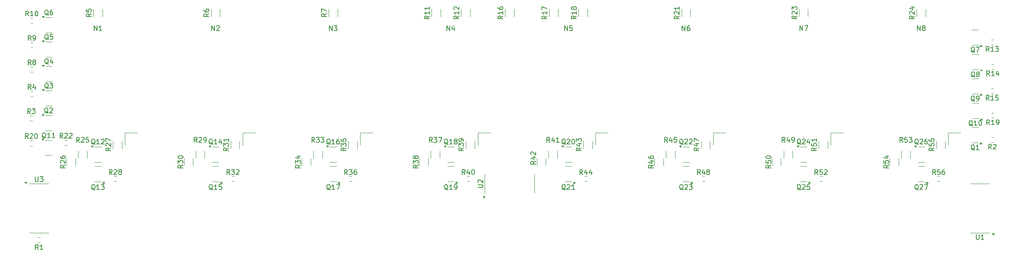
<source format=gbr>
%TF.GenerationSoftware,KiCad,Pcbnew,8.0.3*%
%TF.CreationDate,2024-07-12T14:04:41+12:00*%
%TF.ProjectId,nixie_board,6e697869-655f-4626-9f61-72642e6b6963,0.1.2*%
%TF.SameCoordinates,Original*%
%TF.FileFunction,Legend,Top*%
%TF.FilePolarity,Positive*%
%FSLAX46Y46*%
G04 Gerber Fmt 4.6, Leading zero omitted, Abs format (unit mm)*
G04 Created by KiCad (PCBNEW 8.0.3) date 2024-07-12 14:04:41*
%MOMM*%
%LPD*%
G01*
G04 APERTURE LIST*
%ADD10C,0.153000*%
%ADD11C,0.120000*%
%ADD12C,0.100000*%
G04 APERTURE END LIST*
D10*
X55233333Y-85624663D02*
X54900000Y-85148472D01*
X54661905Y-85624663D02*
X54661905Y-84624663D01*
X54661905Y-84624663D02*
X55042857Y-84624663D01*
X55042857Y-84624663D02*
X55138095Y-84672282D01*
X55138095Y-84672282D02*
X55185714Y-84719901D01*
X55185714Y-84719901D02*
X55233333Y-84815139D01*
X55233333Y-84815139D02*
X55233333Y-84957996D01*
X55233333Y-84957996D02*
X55185714Y-85053234D01*
X55185714Y-85053234D02*
X55138095Y-85100853D01*
X55138095Y-85100853D02*
X55042857Y-85148472D01*
X55042857Y-85148472D02*
X54661905Y-85148472D01*
X55566667Y-84624663D02*
X56185714Y-84624663D01*
X56185714Y-84624663D02*
X55852381Y-85005615D01*
X55852381Y-85005615D02*
X55995238Y-85005615D01*
X55995238Y-85005615D02*
X56090476Y-85053234D01*
X56090476Y-85053234D02*
X56138095Y-85100853D01*
X56138095Y-85100853D02*
X56185714Y-85196091D01*
X56185714Y-85196091D02*
X56185714Y-85434186D01*
X56185714Y-85434186D02*
X56138095Y-85529424D01*
X56138095Y-85529424D02*
X56090476Y-85577044D01*
X56090476Y-85577044D02*
X55995238Y-85624663D01*
X55995238Y-85624663D02*
X55709524Y-85624663D01*
X55709524Y-85624663D02*
X55614286Y-85577044D01*
X55614286Y-85577044D02*
X55566667Y-85529424D01*
X95919642Y-98104663D02*
X95586309Y-97628472D01*
X95348214Y-98104663D02*
X95348214Y-97104663D01*
X95348214Y-97104663D02*
X95729166Y-97104663D01*
X95729166Y-97104663D02*
X95824404Y-97152282D01*
X95824404Y-97152282D02*
X95872023Y-97199901D01*
X95872023Y-97199901D02*
X95919642Y-97295139D01*
X95919642Y-97295139D02*
X95919642Y-97437996D01*
X95919642Y-97437996D02*
X95872023Y-97533234D01*
X95872023Y-97533234D02*
X95824404Y-97580853D01*
X95824404Y-97580853D02*
X95729166Y-97628472D01*
X95729166Y-97628472D02*
X95348214Y-97628472D01*
X96252976Y-97104663D02*
X96872023Y-97104663D01*
X96872023Y-97104663D02*
X96538690Y-97485615D01*
X96538690Y-97485615D02*
X96681547Y-97485615D01*
X96681547Y-97485615D02*
X96776785Y-97533234D01*
X96776785Y-97533234D02*
X96824404Y-97580853D01*
X96824404Y-97580853D02*
X96872023Y-97676091D01*
X96872023Y-97676091D02*
X96872023Y-97914186D01*
X96872023Y-97914186D02*
X96824404Y-98009424D01*
X96824404Y-98009424D02*
X96776785Y-98057044D01*
X96776785Y-98057044D02*
X96681547Y-98104663D01*
X96681547Y-98104663D02*
X96395833Y-98104663D01*
X96395833Y-98104663D02*
X96300595Y-98057044D01*
X96300595Y-98057044D02*
X96252976Y-98009424D01*
X97252976Y-97199901D02*
X97300595Y-97152282D01*
X97300595Y-97152282D02*
X97395833Y-97104663D01*
X97395833Y-97104663D02*
X97633928Y-97104663D01*
X97633928Y-97104663D02*
X97729166Y-97152282D01*
X97729166Y-97152282D02*
X97776785Y-97199901D01*
X97776785Y-97199901D02*
X97824404Y-97295139D01*
X97824404Y-97295139D02*
X97824404Y-97390377D01*
X97824404Y-97390377D02*
X97776785Y-97533234D01*
X97776785Y-97533234D02*
X97205357Y-98104663D01*
X97205357Y-98104663D02*
X97824404Y-98104663D01*
X92428571Y-91949901D02*
X92333333Y-91902282D01*
X92333333Y-91902282D02*
X92238095Y-91807044D01*
X92238095Y-91807044D02*
X92095238Y-91664186D01*
X92095238Y-91664186D02*
X92000000Y-91616567D01*
X92000000Y-91616567D02*
X91904762Y-91616567D01*
X91952381Y-91854663D02*
X91857143Y-91807044D01*
X91857143Y-91807044D02*
X91761905Y-91711805D01*
X91761905Y-91711805D02*
X91714286Y-91521329D01*
X91714286Y-91521329D02*
X91714286Y-91187996D01*
X91714286Y-91187996D02*
X91761905Y-90997520D01*
X91761905Y-90997520D02*
X91857143Y-90902282D01*
X91857143Y-90902282D02*
X91952381Y-90854663D01*
X91952381Y-90854663D02*
X92142857Y-90854663D01*
X92142857Y-90854663D02*
X92238095Y-90902282D01*
X92238095Y-90902282D02*
X92333333Y-90997520D01*
X92333333Y-90997520D02*
X92380952Y-91187996D01*
X92380952Y-91187996D02*
X92380952Y-91521329D01*
X92380952Y-91521329D02*
X92333333Y-91711805D01*
X92333333Y-91711805D02*
X92238095Y-91807044D01*
X92238095Y-91807044D02*
X92142857Y-91854663D01*
X92142857Y-91854663D02*
X91952381Y-91854663D01*
X93333333Y-91854663D02*
X92761905Y-91854663D01*
X93047619Y-91854663D02*
X93047619Y-90854663D01*
X93047619Y-90854663D02*
X92952381Y-90997520D01*
X92952381Y-90997520D02*
X92857143Y-91092758D01*
X92857143Y-91092758D02*
X92761905Y-91140377D01*
X94190476Y-91187996D02*
X94190476Y-91854663D01*
X93952381Y-90807044D02*
X93714286Y-91521329D01*
X93714286Y-91521329D02*
X94333333Y-91521329D01*
X137227142Y-91494663D02*
X136893809Y-91018472D01*
X136655714Y-91494663D02*
X136655714Y-90494663D01*
X136655714Y-90494663D02*
X137036666Y-90494663D01*
X137036666Y-90494663D02*
X137131904Y-90542282D01*
X137131904Y-90542282D02*
X137179523Y-90589901D01*
X137179523Y-90589901D02*
X137227142Y-90685139D01*
X137227142Y-90685139D02*
X137227142Y-90827996D01*
X137227142Y-90827996D02*
X137179523Y-90923234D01*
X137179523Y-90923234D02*
X137131904Y-90970853D01*
X137131904Y-90970853D02*
X137036666Y-91018472D01*
X137036666Y-91018472D02*
X136655714Y-91018472D01*
X137560476Y-90494663D02*
X138179523Y-90494663D01*
X138179523Y-90494663D02*
X137846190Y-90875615D01*
X137846190Y-90875615D02*
X137989047Y-90875615D01*
X137989047Y-90875615D02*
X138084285Y-90923234D01*
X138084285Y-90923234D02*
X138131904Y-90970853D01*
X138131904Y-90970853D02*
X138179523Y-91066091D01*
X138179523Y-91066091D02*
X138179523Y-91304186D01*
X138179523Y-91304186D02*
X138131904Y-91399424D01*
X138131904Y-91399424D02*
X138084285Y-91447044D01*
X138084285Y-91447044D02*
X137989047Y-91494663D01*
X137989047Y-91494663D02*
X137703333Y-91494663D01*
X137703333Y-91494663D02*
X137608095Y-91447044D01*
X137608095Y-91447044D02*
X137560476Y-91399424D01*
X138512857Y-90494663D02*
X139179523Y-90494663D01*
X139179523Y-90494663D02*
X138750952Y-91494663D01*
X211634663Y-65642857D02*
X211158472Y-65976190D01*
X211634663Y-66214285D02*
X210634663Y-66214285D01*
X210634663Y-66214285D02*
X210634663Y-65833333D01*
X210634663Y-65833333D02*
X210682282Y-65738095D01*
X210682282Y-65738095D02*
X210729901Y-65690476D01*
X210729901Y-65690476D02*
X210825139Y-65642857D01*
X210825139Y-65642857D02*
X210967996Y-65642857D01*
X210967996Y-65642857D02*
X211063234Y-65690476D01*
X211063234Y-65690476D02*
X211110853Y-65738095D01*
X211110853Y-65738095D02*
X211158472Y-65833333D01*
X211158472Y-65833333D02*
X211158472Y-66214285D01*
X210729901Y-65261904D02*
X210682282Y-65214285D01*
X210682282Y-65214285D02*
X210634663Y-65119047D01*
X210634663Y-65119047D02*
X210634663Y-64880952D01*
X210634663Y-64880952D02*
X210682282Y-64785714D01*
X210682282Y-64785714D02*
X210729901Y-64738095D01*
X210729901Y-64738095D02*
X210825139Y-64690476D01*
X210825139Y-64690476D02*
X210920377Y-64690476D01*
X210920377Y-64690476D02*
X211063234Y-64738095D01*
X211063234Y-64738095D02*
X211634663Y-65309523D01*
X211634663Y-65309523D02*
X211634663Y-64690476D01*
X210634663Y-64357142D02*
X210634663Y-63738095D01*
X210634663Y-63738095D02*
X211015615Y-64071428D01*
X211015615Y-64071428D02*
X211015615Y-63928571D01*
X211015615Y-63928571D02*
X211063234Y-63833333D01*
X211063234Y-63833333D02*
X211110853Y-63785714D01*
X211110853Y-63785714D02*
X211206091Y-63738095D01*
X211206091Y-63738095D02*
X211444186Y-63738095D01*
X211444186Y-63738095D02*
X211539424Y-63785714D01*
X211539424Y-63785714D02*
X211587044Y-63833333D01*
X211587044Y-63833333D02*
X211634663Y-63928571D01*
X211634663Y-63928571D02*
X211634663Y-64214285D01*
X211634663Y-64214285D02*
X211587044Y-64309523D01*
X211587044Y-64309523D02*
X211539424Y-64357142D01*
X54857142Y-65624663D02*
X54523809Y-65148472D01*
X54285714Y-65624663D02*
X54285714Y-64624663D01*
X54285714Y-64624663D02*
X54666666Y-64624663D01*
X54666666Y-64624663D02*
X54761904Y-64672282D01*
X54761904Y-64672282D02*
X54809523Y-64719901D01*
X54809523Y-64719901D02*
X54857142Y-64815139D01*
X54857142Y-64815139D02*
X54857142Y-64957996D01*
X54857142Y-64957996D02*
X54809523Y-65053234D01*
X54809523Y-65053234D02*
X54761904Y-65100853D01*
X54761904Y-65100853D02*
X54666666Y-65148472D01*
X54666666Y-65148472D02*
X54285714Y-65148472D01*
X55809523Y-65624663D02*
X55238095Y-65624663D01*
X55523809Y-65624663D02*
X55523809Y-64624663D01*
X55523809Y-64624663D02*
X55428571Y-64767520D01*
X55428571Y-64767520D02*
X55333333Y-64862758D01*
X55333333Y-64862758D02*
X55238095Y-64910377D01*
X56428571Y-64624663D02*
X56523809Y-64624663D01*
X56523809Y-64624663D02*
X56619047Y-64672282D01*
X56619047Y-64672282D02*
X56666666Y-64719901D01*
X56666666Y-64719901D02*
X56714285Y-64815139D01*
X56714285Y-64815139D02*
X56761904Y-65005615D01*
X56761904Y-65005615D02*
X56761904Y-65243710D01*
X56761904Y-65243710D02*
X56714285Y-65434186D01*
X56714285Y-65434186D02*
X56666666Y-65529424D01*
X56666666Y-65529424D02*
X56619047Y-65577044D01*
X56619047Y-65577044D02*
X56523809Y-65624663D01*
X56523809Y-65624663D02*
X56428571Y-65624663D01*
X56428571Y-65624663D02*
X56333333Y-65577044D01*
X56333333Y-65577044D02*
X56285714Y-65529424D01*
X56285714Y-65529424D02*
X56238095Y-65434186D01*
X56238095Y-65434186D02*
X56190476Y-65243710D01*
X56190476Y-65243710D02*
X56190476Y-65005615D01*
X56190476Y-65005615D02*
X56238095Y-64815139D01*
X56238095Y-64815139D02*
X56285714Y-64719901D01*
X56285714Y-64719901D02*
X56333333Y-64672282D01*
X56333333Y-64672282D02*
X56428571Y-64624663D01*
X206344663Y-96162857D02*
X205868472Y-96496190D01*
X206344663Y-96734285D02*
X205344663Y-96734285D01*
X205344663Y-96734285D02*
X205344663Y-96353333D01*
X205344663Y-96353333D02*
X205392282Y-96258095D01*
X205392282Y-96258095D02*
X205439901Y-96210476D01*
X205439901Y-96210476D02*
X205535139Y-96162857D01*
X205535139Y-96162857D02*
X205677996Y-96162857D01*
X205677996Y-96162857D02*
X205773234Y-96210476D01*
X205773234Y-96210476D02*
X205820853Y-96258095D01*
X205820853Y-96258095D02*
X205868472Y-96353333D01*
X205868472Y-96353333D02*
X205868472Y-96734285D01*
X205344663Y-95258095D02*
X205344663Y-95734285D01*
X205344663Y-95734285D02*
X205820853Y-95781904D01*
X205820853Y-95781904D02*
X205773234Y-95734285D01*
X205773234Y-95734285D02*
X205725615Y-95639047D01*
X205725615Y-95639047D02*
X205725615Y-95400952D01*
X205725615Y-95400952D02*
X205773234Y-95305714D01*
X205773234Y-95305714D02*
X205820853Y-95258095D01*
X205820853Y-95258095D02*
X205916091Y-95210476D01*
X205916091Y-95210476D02*
X206154186Y-95210476D01*
X206154186Y-95210476D02*
X206249424Y-95258095D01*
X206249424Y-95258095D02*
X206297044Y-95305714D01*
X206297044Y-95305714D02*
X206344663Y-95400952D01*
X206344663Y-95400952D02*
X206344663Y-95639047D01*
X206344663Y-95639047D02*
X206297044Y-95734285D01*
X206297044Y-95734285D02*
X206249424Y-95781904D01*
X205344663Y-94591428D02*
X205344663Y-94496190D01*
X205344663Y-94496190D02*
X205392282Y-94400952D01*
X205392282Y-94400952D02*
X205439901Y-94353333D01*
X205439901Y-94353333D02*
X205535139Y-94305714D01*
X205535139Y-94305714D02*
X205725615Y-94258095D01*
X205725615Y-94258095D02*
X205963710Y-94258095D01*
X205963710Y-94258095D02*
X206154186Y-94305714D01*
X206154186Y-94305714D02*
X206249424Y-94353333D01*
X206249424Y-94353333D02*
X206297044Y-94400952D01*
X206297044Y-94400952D02*
X206344663Y-94496190D01*
X206344663Y-94496190D02*
X206344663Y-94591428D01*
X206344663Y-94591428D02*
X206297044Y-94686666D01*
X206297044Y-94686666D02*
X206249424Y-94734285D01*
X206249424Y-94734285D02*
X206154186Y-94781904D01*
X206154186Y-94781904D02*
X205963710Y-94829523D01*
X205963710Y-94829523D02*
X205725615Y-94829523D01*
X205725615Y-94829523D02*
X205535139Y-94781904D01*
X205535139Y-94781904D02*
X205439901Y-94734285D01*
X205439901Y-94734285D02*
X205392282Y-94686666D01*
X205392282Y-94686666D02*
X205344663Y-94591428D01*
X55333333Y-70624663D02*
X55000000Y-70148472D01*
X54761905Y-70624663D02*
X54761905Y-69624663D01*
X54761905Y-69624663D02*
X55142857Y-69624663D01*
X55142857Y-69624663D02*
X55238095Y-69672282D01*
X55238095Y-69672282D02*
X55285714Y-69719901D01*
X55285714Y-69719901D02*
X55333333Y-69815139D01*
X55333333Y-69815139D02*
X55333333Y-69957996D01*
X55333333Y-69957996D02*
X55285714Y-70053234D01*
X55285714Y-70053234D02*
X55238095Y-70100853D01*
X55238095Y-70100853D02*
X55142857Y-70148472D01*
X55142857Y-70148472D02*
X54761905Y-70148472D01*
X55809524Y-70624663D02*
X56000000Y-70624663D01*
X56000000Y-70624663D02*
X56095238Y-70577044D01*
X56095238Y-70577044D02*
X56142857Y-70529424D01*
X56142857Y-70529424D02*
X56238095Y-70386567D01*
X56238095Y-70386567D02*
X56285714Y-70196091D01*
X56285714Y-70196091D02*
X56285714Y-69815139D01*
X56285714Y-69815139D02*
X56238095Y-69719901D01*
X56238095Y-69719901D02*
X56190476Y-69672282D01*
X56190476Y-69672282D02*
X56095238Y-69624663D01*
X56095238Y-69624663D02*
X55904762Y-69624663D01*
X55904762Y-69624663D02*
X55809524Y-69672282D01*
X55809524Y-69672282D02*
X55761905Y-69719901D01*
X55761905Y-69719901D02*
X55714286Y-69815139D01*
X55714286Y-69815139D02*
X55714286Y-70053234D01*
X55714286Y-70053234D02*
X55761905Y-70148472D01*
X55761905Y-70148472D02*
X55809524Y-70196091D01*
X55809524Y-70196091D02*
X55904762Y-70243710D01*
X55904762Y-70243710D02*
X56095238Y-70243710D01*
X56095238Y-70243710D02*
X56190476Y-70196091D01*
X56190476Y-70196091D02*
X56238095Y-70148472D01*
X56238095Y-70148472D02*
X56285714Y-70053234D01*
X71919642Y-98104663D02*
X71586309Y-97628472D01*
X71348214Y-98104663D02*
X71348214Y-97104663D01*
X71348214Y-97104663D02*
X71729166Y-97104663D01*
X71729166Y-97104663D02*
X71824404Y-97152282D01*
X71824404Y-97152282D02*
X71872023Y-97199901D01*
X71872023Y-97199901D02*
X71919642Y-97295139D01*
X71919642Y-97295139D02*
X71919642Y-97437996D01*
X71919642Y-97437996D02*
X71872023Y-97533234D01*
X71872023Y-97533234D02*
X71824404Y-97580853D01*
X71824404Y-97580853D02*
X71729166Y-97628472D01*
X71729166Y-97628472D02*
X71348214Y-97628472D01*
X72300595Y-97199901D02*
X72348214Y-97152282D01*
X72348214Y-97152282D02*
X72443452Y-97104663D01*
X72443452Y-97104663D02*
X72681547Y-97104663D01*
X72681547Y-97104663D02*
X72776785Y-97152282D01*
X72776785Y-97152282D02*
X72824404Y-97199901D01*
X72824404Y-97199901D02*
X72872023Y-97295139D01*
X72872023Y-97295139D02*
X72872023Y-97390377D01*
X72872023Y-97390377D02*
X72824404Y-97533234D01*
X72824404Y-97533234D02*
X72252976Y-98104663D01*
X72252976Y-98104663D02*
X72872023Y-98104663D01*
X73443452Y-97533234D02*
X73348214Y-97485615D01*
X73348214Y-97485615D02*
X73300595Y-97437996D01*
X73300595Y-97437996D02*
X73252976Y-97342758D01*
X73252976Y-97342758D02*
X73252976Y-97295139D01*
X73252976Y-97295139D02*
X73300595Y-97199901D01*
X73300595Y-97199901D02*
X73348214Y-97152282D01*
X73348214Y-97152282D02*
X73443452Y-97104663D01*
X73443452Y-97104663D02*
X73633928Y-97104663D01*
X73633928Y-97104663D02*
X73729166Y-97152282D01*
X73729166Y-97152282D02*
X73776785Y-97199901D01*
X73776785Y-97199901D02*
X73824404Y-97295139D01*
X73824404Y-97295139D02*
X73824404Y-97342758D01*
X73824404Y-97342758D02*
X73776785Y-97437996D01*
X73776785Y-97437996D02*
X73729166Y-97485615D01*
X73729166Y-97485615D02*
X73633928Y-97533234D01*
X73633928Y-97533234D02*
X73443452Y-97533234D01*
X73443452Y-97533234D02*
X73348214Y-97580853D01*
X73348214Y-97580853D02*
X73300595Y-97628472D01*
X73300595Y-97628472D02*
X73252976Y-97723710D01*
X73252976Y-97723710D02*
X73252976Y-97914186D01*
X73252976Y-97914186D02*
X73300595Y-98009424D01*
X73300595Y-98009424D02*
X73348214Y-98057044D01*
X73348214Y-98057044D02*
X73443452Y-98104663D01*
X73443452Y-98104663D02*
X73633928Y-98104663D01*
X73633928Y-98104663D02*
X73729166Y-98057044D01*
X73729166Y-98057044D02*
X73776785Y-98009424D01*
X73776785Y-98009424D02*
X73824404Y-97914186D01*
X73824404Y-97914186D02*
X73824404Y-97723710D01*
X73824404Y-97723710D02*
X73776785Y-97628472D01*
X73776785Y-97628472D02*
X73729166Y-97580853D01*
X73729166Y-97580853D02*
X73633928Y-97533234D01*
X92428571Y-101249901D02*
X92333333Y-101202282D01*
X92333333Y-101202282D02*
X92238095Y-101107044D01*
X92238095Y-101107044D02*
X92095238Y-100964186D01*
X92095238Y-100964186D02*
X92000000Y-100916567D01*
X92000000Y-100916567D02*
X91904762Y-100916567D01*
X91952381Y-101154663D02*
X91857143Y-101107044D01*
X91857143Y-101107044D02*
X91761905Y-101011805D01*
X91761905Y-101011805D02*
X91714286Y-100821329D01*
X91714286Y-100821329D02*
X91714286Y-100487996D01*
X91714286Y-100487996D02*
X91761905Y-100297520D01*
X91761905Y-100297520D02*
X91857143Y-100202282D01*
X91857143Y-100202282D02*
X91952381Y-100154663D01*
X91952381Y-100154663D02*
X92142857Y-100154663D01*
X92142857Y-100154663D02*
X92238095Y-100202282D01*
X92238095Y-100202282D02*
X92333333Y-100297520D01*
X92333333Y-100297520D02*
X92380952Y-100487996D01*
X92380952Y-100487996D02*
X92380952Y-100821329D01*
X92380952Y-100821329D02*
X92333333Y-101011805D01*
X92333333Y-101011805D02*
X92238095Y-101107044D01*
X92238095Y-101107044D02*
X92142857Y-101154663D01*
X92142857Y-101154663D02*
X91952381Y-101154663D01*
X93333333Y-101154663D02*
X92761905Y-101154663D01*
X93047619Y-101154663D02*
X93047619Y-100154663D01*
X93047619Y-100154663D02*
X92952381Y-100297520D01*
X92952381Y-100297520D02*
X92857143Y-100392758D01*
X92857143Y-100392758D02*
X92761905Y-100440377D01*
X94238095Y-100154663D02*
X93761905Y-100154663D01*
X93761905Y-100154663D02*
X93714286Y-100630853D01*
X93714286Y-100630853D02*
X93761905Y-100583234D01*
X93761905Y-100583234D02*
X93857143Y-100535615D01*
X93857143Y-100535615D02*
X94095238Y-100535615D01*
X94095238Y-100535615D02*
X94190476Y-100583234D01*
X94190476Y-100583234D02*
X94238095Y-100630853D01*
X94238095Y-100630853D02*
X94285714Y-100726091D01*
X94285714Y-100726091D02*
X94285714Y-100964186D01*
X94285714Y-100964186D02*
X94238095Y-101059424D01*
X94238095Y-101059424D02*
X94190476Y-101107044D01*
X94190476Y-101107044D02*
X94095238Y-101154663D01*
X94095238Y-101154663D02*
X93857143Y-101154663D01*
X93857143Y-101154663D02*
X93761905Y-101107044D01*
X93761905Y-101107044D02*
X93714286Y-101059424D01*
X58366071Y-90649901D02*
X58270833Y-90602282D01*
X58270833Y-90602282D02*
X58175595Y-90507044D01*
X58175595Y-90507044D02*
X58032738Y-90364186D01*
X58032738Y-90364186D02*
X57937500Y-90316567D01*
X57937500Y-90316567D02*
X57842262Y-90316567D01*
X57889881Y-90554663D02*
X57794643Y-90507044D01*
X57794643Y-90507044D02*
X57699405Y-90411805D01*
X57699405Y-90411805D02*
X57651786Y-90221329D01*
X57651786Y-90221329D02*
X57651786Y-89887996D01*
X57651786Y-89887996D02*
X57699405Y-89697520D01*
X57699405Y-89697520D02*
X57794643Y-89602282D01*
X57794643Y-89602282D02*
X57889881Y-89554663D01*
X57889881Y-89554663D02*
X58080357Y-89554663D01*
X58080357Y-89554663D02*
X58175595Y-89602282D01*
X58175595Y-89602282D02*
X58270833Y-89697520D01*
X58270833Y-89697520D02*
X58318452Y-89887996D01*
X58318452Y-89887996D02*
X58318452Y-90221329D01*
X58318452Y-90221329D02*
X58270833Y-90411805D01*
X58270833Y-90411805D02*
X58175595Y-90507044D01*
X58175595Y-90507044D02*
X58080357Y-90554663D01*
X58080357Y-90554663D02*
X57889881Y-90554663D01*
X59270833Y-90554663D02*
X58699405Y-90554663D01*
X58985119Y-90554663D02*
X58985119Y-89554663D01*
X58985119Y-89554663D02*
X58889881Y-89697520D01*
X58889881Y-89697520D02*
X58794643Y-89792758D01*
X58794643Y-89792758D02*
X58699405Y-89840377D01*
X60223214Y-90554663D02*
X59651786Y-90554663D01*
X59937500Y-90554663D02*
X59937500Y-89554663D01*
X59937500Y-89554663D02*
X59842262Y-89697520D01*
X59842262Y-89697520D02*
X59747024Y-89792758D01*
X59747024Y-89792758D02*
X59651786Y-89840377D01*
X160634663Y-65642857D02*
X160158472Y-65976190D01*
X160634663Y-66214285D02*
X159634663Y-66214285D01*
X159634663Y-66214285D02*
X159634663Y-65833333D01*
X159634663Y-65833333D02*
X159682282Y-65738095D01*
X159682282Y-65738095D02*
X159729901Y-65690476D01*
X159729901Y-65690476D02*
X159825139Y-65642857D01*
X159825139Y-65642857D02*
X159967996Y-65642857D01*
X159967996Y-65642857D02*
X160063234Y-65690476D01*
X160063234Y-65690476D02*
X160110853Y-65738095D01*
X160110853Y-65738095D02*
X160158472Y-65833333D01*
X160158472Y-65833333D02*
X160158472Y-66214285D01*
X160634663Y-64690476D02*
X160634663Y-65261904D01*
X160634663Y-64976190D02*
X159634663Y-64976190D01*
X159634663Y-64976190D02*
X159777520Y-65071428D01*
X159777520Y-65071428D02*
X159872758Y-65166666D01*
X159872758Y-65166666D02*
X159920377Y-65261904D01*
X159634663Y-64357142D02*
X159634663Y-63690476D01*
X159634663Y-63690476D02*
X160634663Y-64119047D01*
X61832142Y-90654663D02*
X61498809Y-90178472D01*
X61260714Y-90654663D02*
X61260714Y-89654663D01*
X61260714Y-89654663D02*
X61641666Y-89654663D01*
X61641666Y-89654663D02*
X61736904Y-89702282D01*
X61736904Y-89702282D02*
X61784523Y-89749901D01*
X61784523Y-89749901D02*
X61832142Y-89845139D01*
X61832142Y-89845139D02*
X61832142Y-89987996D01*
X61832142Y-89987996D02*
X61784523Y-90083234D01*
X61784523Y-90083234D02*
X61736904Y-90130853D01*
X61736904Y-90130853D02*
X61641666Y-90178472D01*
X61641666Y-90178472D02*
X61260714Y-90178472D01*
X62213095Y-89749901D02*
X62260714Y-89702282D01*
X62260714Y-89702282D02*
X62355952Y-89654663D01*
X62355952Y-89654663D02*
X62594047Y-89654663D01*
X62594047Y-89654663D02*
X62689285Y-89702282D01*
X62689285Y-89702282D02*
X62736904Y-89749901D01*
X62736904Y-89749901D02*
X62784523Y-89845139D01*
X62784523Y-89845139D02*
X62784523Y-89940377D01*
X62784523Y-89940377D02*
X62736904Y-90083234D01*
X62736904Y-90083234D02*
X62165476Y-90654663D01*
X62165476Y-90654663D02*
X62784523Y-90654663D01*
X63165476Y-89749901D02*
X63213095Y-89702282D01*
X63213095Y-89702282D02*
X63308333Y-89654663D01*
X63308333Y-89654663D02*
X63546428Y-89654663D01*
X63546428Y-89654663D02*
X63641666Y-89702282D01*
X63641666Y-89702282D02*
X63689285Y-89749901D01*
X63689285Y-89749901D02*
X63736904Y-89845139D01*
X63736904Y-89845139D02*
X63736904Y-89940377D01*
X63736904Y-89940377D02*
X63689285Y-90083234D01*
X63689285Y-90083234D02*
X63117857Y-90654663D01*
X63117857Y-90654663D02*
X63736904Y-90654663D01*
X113227142Y-91494663D02*
X112893809Y-91018472D01*
X112655714Y-91494663D02*
X112655714Y-90494663D01*
X112655714Y-90494663D02*
X113036666Y-90494663D01*
X113036666Y-90494663D02*
X113131904Y-90542282D01*
X113131904Y-90542282D02*
X113179523Y-90589901D01*
X113179523Y-90589901D02*
X113227142Y-90685139D01*
X113227142Y-90685139D02*
X113227142Y-90827996D01*
X113227142Y-90827996D02*
X113179523Y-90923234D01*
X113179523Y-90923234D02*
X113131904Y-90970853D01*
X113131904Y-90970853D02*
X113036666Y-91018472D01*
X113036666Y-91018472D02*
X112655714Y-91018472D01*
X113560476Y-90494663D02*
X114179523Y-90494663D01*
X114179523Y-90494663D02*
X113846190Y-90875615D01*
X113846190Y-90875615D02*
X113989047Y-90875615D01*
X113989047Y-90875615D02*
X114084285Y-90923234D01*
X114084285Y-90923234D02*
X114131904Y-90970853D01*
X114131904Y-90970853D02*
X114179523Y-91066091D01*
X114179523Y-91066091D02*
X114179523Y-91304186D01*
X114179523Y-91304186D02*
X114131904Y-91399424D01*
X114131904Y-91399424D02*
X114084285Y-91447044D01*
X114084285Y-91447044D02*
X113989047Y-91494663D01*
X113989047Y-91494663D02*
X113703333Y-91494663D01*
X113703333Y-91494663D02*
X113608095Y-91447044D01*
X113608095Y-91447044D02*
X113560476Y-91399424D01*
X114512857Y-90494663D02*
X115131904Y-90494663D01*
X115131904Y-90494663D02*
X114798571Y-90875615D01*
X114798571Y-90875615D02*
X114941428Y-90875615D01*
X114941428Y-90875615D02*
X115036666Y-90923234D01*
X115036666Y-90923234D02*
X115084285Y-90970853D01*
X115084285Y-90970853D02*
X115131904Y-91066091D01*
X115131904Y-91066091D02*
X115131904Y-91304186D01*
X115131904Y-91304186D02*
X115084285Y-91399424D01*
X115084285Y-91399424D02*
X115036666Y-91447044D01*
X115036666Y-91447044D02*
X114941428Y-91494663D01*
X114941428Y-91494663D02*
X114655714Y-91494663D01*
X114655714Y-91494663D02*
X114560476Y-91447044D01*
X114560476Y-91447044D02*
X114512857Y-91399424D01*
X68238095Y-68654663D02*
X68238095Y-67654663D01*
X68238095Y-67654663D02*
X68809523Y-68654663D01*
X68809523Y-68654663D02*
X68809523Y-67654663D01*
X69809523Y-68654663D02*
X69238095Y-68654663D01*
X69523809Y-68654663D02*
X69523809Y-67654663D01*
X69523809Y-67654663D02*
X69428571Y-67797520D01*
X69428571Y-67797520D02*
X69333333Y-67892758D01*
X69333333Y-67892758D02*
X69238095Y-67940377D01*
X62344663Y-96162857D02*
X61868472Y-96496190D01*
X62344663Y-96734285D02*
X61344663Y-96734285D01*
X61344663Y-96734285D02*
X61344663Y-96353333D01*
X61344663Y-96353333D02*
X61392282Y-96258095D01*
X61392282Y-96258095D02*
X61439901Y-96210476D01*
X61439901Y-96210476D02*
X61535139Y-96162857D01*
X61535139Y-96162857D02*
X61677996Y-96162857D01*
X61677996Y-96162857D02*
X61773234Y-96210476D01*
X61773234Y-96210476D02*
X61820853Y-96258095D01*
X61820853Y-96258095D02*
X61868472Y-96353333D01*
X61868472Y-96353333D02*
X61868472Y-96734285D01*
X61439901Y-95781904D02*
X61392282Y-95734285D01*
X61392282Y-95734285D02*
X61344663Y-95639047D01*
X61344663Y-95639047D02*
X61344663Y-95400952D01*
X61344663Y-95400952D02*
X61392282Y-95305714D01*
X61392282Y-95305714D02*
X61439901Y-95258095D01*
X61439901Y-95258095D02*
X61535139Y-95210476D01*
X61535139Y-95210476D02*
X61630377Y-95210476D01*
X61630377Y-95210476D02*
X61773234Y-95258095D01*
X61773234Y-95258095D02*
X62344663Y-95829523D01*
X62344663Y-95829523D02*
X62344663Y-95210476D01*
X61344663Y-94353333D02*
X61344663Y-94543809D01*
X61344663Y-94543809D02*
X61392282Y-94639047D01*
X61392282Y-94639047D02*
X61439901Y-94686666D01*
X61439901Y-94686666D02*
X61582758Y-94781904D01*
X61582758Y-94781904D02*
X61773234Y-94829523D01*
X61773234Y-94829523D02*
X62154186Y-94829523D01*
X62154186Y-94829523D02*
X62249424Y-94781904D01*
X62249424Y-94781904D02*
X62297044Y-94734285D01*
X62297044Y-94734285D02*
X62344663Y-94639047D01*
X62344663Y-94639047D02*
X62344663Y-94448571D01*
X62344663Y-94448571D02*
X62297044Y-94353333D01*
X62297044Y-94353333D02*
X62249424Y-94305714D01*
X62249424Y-94305714D02*
X62154186Y-94258095D01*
X62154186Y-94258095D02*
X61916091Y-94258095D01*
X61916091Y-94258095D02*
X61820853Y-94305714D01*
X61820853Y-94305714D02*
X61773234Y-94353333D01*
X61773234Y-94353333D02*
X61725615Y-94448571D01*
X61725615Y-94448571D02*
X61725615Y-94639047D01*
X61725615Y-94639047D02*
X61773234Y-94734285D01*
X61773234Y-94734285D02*
X61820853Y-94781904D01*
X61820853Y-94781904D02*
X61916091Y-94829523D01*
X248238095Y-110354663D02*
X248238095Y-111164186D01*
X248238095Y-111164186D02*
X248285714Y-111259424D01*
X248285714Y-111259424D02*
X248333333Y-111307044D01*
X248333333Y-111307044D02*
X248428571Y-111354663D01*
X248428571Y-111354663D02*
X248619047Y-111354663D01*
X248619047Y-111354663D02*
X248714285Y-111307044D01*
X248714285Y-111307044D02*
X248761904Y-111259424D01*
X248761904Y-111259424D02*
X248809523Y-111164186D01*
X248809523Y-111164186D02*
X248809523Y-110354663D01*
X249809523Y-111354663D02*
X249238095Y-111354663D01*
X249523809Y-111354663D02*
X249523809Y-110354663D01*
X249523809Y-110354663D02*
X249428571Y-110497520D01*
X249428571Y-110497520D02*
X249333333Y-110592758D01*
X249333333Y-110592758D02*
X249238095Y-110640377D01*
X230344663Y-96162857D02*
X229868472Y-96496190D01*
X230344663Y-96734285D02*
X229344663Y-96734285D01*
X229344663Y-96734285D02*
X229344663Y-96353333D01*
X229344663Y-96353333D02*
X229392282Y-96258095D01*
X229392282Y-96258095D02*
X229439901Y-96210476D01*
X229439901Y-96210476D02*
X229535139Y-96162857D01*
X229535139Y-96162857D02*
X229677996Y-96162857D01*
X229677996Y-96162857D02*
X229773234Y-96210476D01*
X229773234Y-96210476D02*
X229820853Y-96258095D01*
X229820853Y-96258095D02*
X229868472Y-96353333D01*
X229868472Y-96353333D02*
X229868472Y-96734285D01*
X229344663Y-95258095D02*
X229344663Y-95734285D01*
X229344663Y-95734285D02*
X229820853Y-95781904D01*
X229820853Y-95781904D02*
X229773234Y-95734285D01*
X229773234Y-95734285D02*
X229725615Y-95639047D01*
X229725615Y-95639047D02*
X229725615Y-95400952D01*
X229725615Y-95400952D02*
X229773234Y-95305714D01*
X229773234Y-95305714D02*
X229820853Y-95258095D01*
X229820853Y-95258095D02*
X229916091Y-95210476D01*
X229916091Y-95210476D02*
X230154186Y-95210476D01*
X230154186Y-95210476D02*
X230249424Y-95258095D01*
X230249424Y-95258095D02*
X230297044Y-95305714D01*
X230297044Y-95305714D02*
X230344663Y-95400952D01*
X230344663Y-95400952D02*
X230344663Y-95639047D01*
X230344663Y-95639047D02*
X230297044Y-95734285D01*
X230297044Y-95734285D02*
X230249424Y-95781904D01*
X229677996Y-94353333D02*
X230344663Y-94353333D01*
X229297044Y-94591428D02*
X230011329Y-94829523D01*
X230011329Y-94829523D02*
X230011329Y-94210476D01*
X215634663Y-92642857D02*
X215158472Y-92976190D01*
X215634663Y-93214285D02*
X214634663Y-93214285D01*
X214634663Y-93214285D02*
X214634663Y-92833333D01*
X214634663Y-92833333D02*
X214682282Y-92738095D01*
X214682282Y-92738095D02*
X214729901Y-92690476D01*
X214729901Y-92690476D02*
X214825139Y-92642857D01*
X214825139Y-92642857D02*
X214967996Y-92642857D01*
X214967996Y-92642857D02*
X215063234Y-92690476D01*
X215063234Y-92690476D02*
X215110853Y-92738095D01*
X215110853Y-92738095D02*
X215158472Y-92833333D01*
X215158472Y-92833333D02*
X215158472Y-93214285D01*
X214634663Y-91738095D02*
X214634663Y-92214285D01*
X214634663Y-92214285D02*
X215110853Y-92261904D01*
X215110853Y-92261904D02*
X215063234Y-92214285D01*
X215063234Y-92214285D02*
X215015615Y-92119047D01*
X215015615Y-92119047D02*
X215015615Y-91880952D01*
X215015615Y-91880952D02*
X215063234Y-91785714D01*
X215063234Y-91785714D02*
X215110853Y-91738095D01*
X215110853Y-91738095D02*
X215206091Y-91690476D01*
X215206091Y-91690476D02*
X215444186Y-91690476D01*
X215444186Y-91690476D02*
X215539424Y-91738095D01*
X215539424Y-91738095D02*
X215587044Y-91785714D01*
X215587044Y-91785714D02*
X215634663Y-91880952D01*
X215634663Y-91880952D02*
X215634663Y-92119047D01*
X215634663Y-92119047D02*
X215587044Y-92214285D01*
X215587044Y-92214285D02*
X215539424Y-92261904D01*
X215634663Y-90738095D02*
X215634663Y-91309523D01*
X215634663Y-91023809D02*
X214634663Y-91023809D01*
X214634663Y-91023809D02*
X214777520Y-91119047D01*
X214777520Y-91119047D02*
X214872758Y-91214285D01*
X214872758Y-91214285D02*
X214920377Y-91309523D01*
X140428571Y-91949901D02*
X140333333Y-91902282D01*
X140333333Y-91902282D02*
X140238095Y-91807044D01*
X140238095Y-91807044D02*
X140095238Y-91664186D01*
X140095238Y-91664186D02*
X140000000Y-91616567D01*
X140000000Y-91616567D02*
X139904762Y-91616567D01*
X139952381Y-91854663D02*
X139857143Y-91807044D01*
X139857143Y-91807044D02*
X139761905Y-91711805D01*
X139761905Y-91711805D02*
X139714286Y-91521329D01*
X139714286Y-91521329D02*
X139714286Y-91187996D01*
X139714286Y-91187996D02*
X139761905Y-90997520D01*
X139761905Y-90997520D02*
X139857143Y-90902282D01*
X139857143Y-90902282D02*
X139952381Y-90854663D01*
X139952381Y-90854663D02*
X140142857Y-90854663D01*
X140142857Y-90854663D02*
X140238095Y-90902282D01*
X140238095Y-90902282D02*
X140333333Y-90997520D01*
X140333333Y-90997520D02*
X140380952Y-91187996D01*
X140380952Y-91187996D02*
X140380952Y-91521329D01*
X140380952Y-91521329D02*
X140333333Y-91711805D01*
X140333333Y-91711805D02*
X140238095Y-91807044D01*
X140238095Y-91807044D02*
X140142857Y-91854663D01*
X140142857Y-91854663D02*
X139952381Y-91854663D01*
X141333333Y-91854663D02*
X140761905Y-91854663D01*
X141047619Y-91854663D02*
X141047619Y-90854663D01*
X141047619Y-90854663D02*
X140952381Y-90997520D01*
X140952381Y-90997520D02*
X140857143Y-91092758D01*
X140857143Y-91092758D02*
X140761905Y-91140377D01*
X141904762Y-91283234D02*
X141809524Y-91235615D01*
X141809524Y-91235615D02*
X141761905Y-91187996D01*
X141761905Y-91187996D02*
X141714286Y-91092758D01*
X141714286Y-91092758D02*
X141714286Y-91045139D01*
X141714286Y-91045139D02*
X141761905Y-90949901D01*
X141761905Y-90949901D02*
X141809524Y-90902282D01*
X141809524Y-90902282D02*
X141904762Y-90854663D01*
X141904762Y-90854663D02*
X142095238Y-90854663D01*
X142095238Y-90854663D02*
X142190476Y-90902282D01*
X142190476Y-90902282D02*
X142238095Y-90949901D01*
X142238095Y-90949901D02*
X142285714Y-91045139D01*
X142285714Y-91045139D02*
X142285714Y-91092758D01*
X142285714Y-91092758D02*
X142238095Y-91187996D01*
X142238095Y-91187996D02*
X142190476Y-91235615D01*
X142190476Y-91235615D02*
X142095238Y-91283234D01*
X142095238Y-91283234D02*
X141904762Y-91283234D01*
X141904762Y-91283234D02*
X141809524Y-91330853D01*
X141809524Y-91330853D02*
X141761905Y-91378472D01*
X141761905Y-91378472D02*
X141714286Y-91473710D01*
X141714286Y-91473710D02*
X141714286Y-91664186D01*
X141714286Y-91664186D02*
X141761905Y-91759424D01*
X141761905Y-91759424D02*
X141809524Y-91807044D01*
X141809524Y-91807044D02*
X141904762Y-91854663D01*
X141904762Y-91854663D02*
X142095238Y-91854663D01*
X142095238Y-91854663D02*
X142190476Y-91807044D01*
X142190476Y-91807044D02*
X142238095Y-91759424D01*
X142238095Y-91759424D02*
X142285714Y-91664186D01*
X142285714Y-91664186D02*
X142285714Y-91473710D01*
X142285714Y-91473710D02*
X142238095Y-91378472D01*
X142238095Y-91378472D02*
X142190476Y-91330853D01*
X142190476Y-91330853D02*
X142095238Y-91283234D01*
X233227142Y-91494663D02*
X232893809Y-91018472D01*
X232655714Y-91494663D02*
X232655714Y-90494663D01*
X232655714Y-90494663D02*
X233036666Y-90494663D01*
X233036666Y-90494663D02*
X233131904Y-90542282D01*
X233131904Y-90542282D02*
X233179523Y-90589901D01*
X233179523Y-90589901D02*
X233227142Y-90685139D01*
X233227142Y-90685139D02*
X233227142Y-90827996D01*
X233227142Y-90827996D02*
X233179523Y-90923234D01*
X233179523Y-90923234D02*
X233131904Y-90970853D01*
X233131904Y-90970853D02*
X233036666Y-91018472D01*
X233036666Y-91018472D02*
X232655714Y-91018472D01*
X234131904Y-90494663D02*
X233655714Y-90494663D01*
X233655714Y-90494663D02*
X233608095Y-90970853D01*
X233608095Y-90970853D02*
X233655714Y-90923234D01*
X233655714Y-90923234D02*
X233750952Y-90875615D01*
X233750952Y-90875615D02*
X233989047Y-90875615D01*
X233989047Y-90875615D02*
X234084285Y-90923234D01*
X234084285Y-90923234D02*
X234131904Y-90970853D01*
X234131904Y-90970853D02*
X234179523Y-91066091D01*
X234179523Y-91066091D02*
X234179523Y-91304186D01*
X234179523Y-91304186D02*
X234131904Y-91399424D01*
X234131904Y-91399424D02*
X234084285Y-91447044D01*
X234084285Y-91447044D02*
X233989047Y-91494663D01*
X233989047Y-91494663D02*
X233750952Y-91494663D01*
X233750952Y-91494663D02*
X233655714Y-91447044D01*
X233655714Y-91447044D02*
X233608095Y-91399424D01*
X234512857Y-90494663D02*
X235131904Y-90494663D01*
X235131904Y-90494663D02*
X234798571Y-90875615D01*
X234798571Y-90875615D02*
X234941428Y-90875615D01*
X234941428Y-90875615D02*
X235036666Y-90923234D01*
X235036666Y-90923234D02*
X235084285Y-90970853D01*
X235084285Y-90970853D02*
X235131904Y-91066091D01*
X235131904Y-91066091D02*
X235131904Y-91304186D01*
X235131904Y-91304186D02*
X235084285Y-91399424D01*
X235084285Y-91399424D02*
X235036666Y-91447044D01*
X235036666Y-91447044D02*
X234941428Y-91494663D01*
X234941428Y-91494663D02*
X234655714Y-91494663D01*
X234655714Y-91494663D02*
X234560476Y-91447044D01*
X234560476Y-91447044D02*
X234512857Y-91399424D01*
X58842261Y-85549901D02*
X58747023Y-85502282D01*
X58747023Y-85502282D02*
X58651785Y-85407044D01*
X58651785Y-85407044D02*
X58508928Y-85264186D01*
X58508928Y-85264186D02*
X58413690Y-85216567D01*
X58413690Y-85216567D02*
X58318452Y-85216567D01*
X58366071Y-85454663D02*
X58270833Y-85407044D01*
X58270833Y-85407044D02*
X58175595Y-85311805D01*
X58175595Y-85311805D02*
X58127976Y-85121329D01*
X58127976Y-85121329D02*
X58127976Y-84787996D01*
X58127976Y-84787996D02*
X58175595Y-84597520D01*
X58175595Y-84597520D02*
X58270833Y-84502282D01*
X58270833Y-84502282D02*
X58366071Y-84454663D01*
X58366071Y-84454663D02*
X58556547Y-84454663D01*
X58556547Y-84454663D02*
X58651785Y-84502282D01*
X58651785Y-84502282D02*
X58747023Y-84597520D01*
X58747023Y-84597520D02*
X58794642Y-84787996D01*
X58794642Y-84787996D02*
X58794642Y-85121329D01*
X58794642Y-85121329D02*
X58747023Y-85311805D01*
X58747023Y-85311805D02*
X58651785Y-85407044D01*
X58651785Y-85407044D02*
X58556547Y-85454663D01*
X58556547Y-85454663D02*
X58366071Y-85454663D01*
X59175595Y-84549901D02*
X59223214Y-84502282D01*
X59223214Y-84502282D02*
X59318452Y-84454663D01*
X59318452Y-84454663D02*
X59556547Y-84454663D01*
X59556547Y-84454663D02*
X59651785Y-84502282D01*
X59651785Y-84502282D02*
X59699404Y-84549901D01*
X59699404Y-84549901D02*
X59747023Y-84645139D01*
X59747023Y-84645139D02*
X59747023Y-84740377D01*
X59747023Y-84740377D02*
X59699404Y-84883234D01*
X59699404Y-84883234D02*
X59127976Y-85454663D01*
X59127976Y-85454663D02*
X59747023Y-85454663D01*
X187634663Y-65642857D02*
X187158472Y-65976190D01*
X187634663Y-66214285D02*
X186634663Y-66214285D01*
X186634663Y-66214285D02*
X186634663Y-65833333D01*
X186634663Y-65833333D02*
X186682282Y-65738095D01*
X186682282Y-65738095D02*
X186729901Y-65690476D01*
X186729901Y-65690476D02*
X186825139Y-65642857D01*
X186825139Y-65642857D02*
X186967996Y-65642857D01*
X186967996Y-65642857D02*
X187063234Y-65690476D01*
X187063234Y-65690476D02*
X187110853Y-65738095D01*
X187110853Y-65738095D02*
X187158472Y-65833333D01*
X187158472Y-65833333D02*
X187158472Y-66214285D01*
X186729901Y-65261904D02*
X186682282Y-65214285D01*
X186682282Y-65214285D02*
X186634663Y-65119047D01*
X186634663Y-65119047D02*
X186634663Y-64880952D01*
X186634663Y-64880952D02*
X186682282Y-64785714D01*
X186682282Y-64785714D02*
X186729901Y-64738095D01*
X186729901Y-64738095D02*
X186825139Y-64690476D01*
X186825139Y-64690476D02*
X186920377Y-64690476D01*
X186920377Y-64690476D02*
X187063234Y-64738095D01*
X187063234Y-64738095D02*
X187634663Y-65309523D01*
X187634663Y-65309523D02*
X187634663Y-64690476D01*
X187634663Y-63738095D02*
X187634663Y-64309523D01*
X187634663Y-64023809D02*
X186634663Y-64023809D01*
X186634663Y-64023809D02*
X186777520Y-64119047D01*
X186777520Y-64119047D02*
X186872758Y-64214285D01*
X186872758Y-64214285D02*
X186920377Y-64309523D01*
X55333333Y-80624663D02*
X55000000Y-80148472D01*
X54761905Y-80624663D02*
X54761905Y-79624663D01*
X54761905Y-79624663D02*
X55142857Y-79624663D01*
X55142857Y-79624663D02*
X55238095Y-79672282D01*
X55238095Y-79672282D02*
X55285714Y-79719901D01*
X55285714Y-79719901D02*
X55333333Y-79815139D01*
X55333333Y-79815139D02*
X55333333Y-79957996D01*
X55333333Y-79957996D02*
X55285714Y-80053234D01*
X55285714Y-80053234D02*
X55238095Y-80100853D01*
X55238095Y-80100853D02*
X55142857Y-80148472D01*
X55142857Y-80148472D02*
X54761905Y-80148472D01*
X56190476Y-79957996D02*
X56190476Y-80624663D01*
X55952381Y-79577044D02*
X55714286Y-80291329D01*
X55714286Y-80291329D02*
X56333333Y-80291329D01*
X239634663Y-92642857D02*
X239158472Y-92976190D01*
X239634663Y-93214285D02*
X238634663Y-93214285D01*
X238634663Y-93214285D02*
X238634663Y-92833333D01*
X238634663Y-92833333D02*
X238682282Y-92738095D01*
X238682282Y-92738095D02*
X238729901Y-92690476D01*
X238729901Y-92690476D02*
X238825139Y-92642857D01*
X238825139Y-92642857D02*
X238967996Y-92642857D01*
X238967996Y-92642857D02*
X239063234Y-92690476D01*
X239063234Y-92690476D02*
X239110853Y-92738095D01*
X239110853Y-92738095D02*
X239158472Y-92833333D01*
X239158472Y-92833333D02*
X239158472Y-93214285D01*
X238634663Y-91738095D02*
X238634663Y-92214285D01*
X238634663Y-92214285D02*
X239110853Y-92261904D01*
X239110853Y-92261904D02*
X239063234Y-92214285D01*
X239063234Y-92214285D02*
X239015615Y-92119047D01*
X239015615Y-92119047D02*
X239015615Y-91880952D01*
X239015615Y-91880952D02*
X239063234Y-91785714D01*
X239063234Y-91785714D02*
X239110853Y-91738095D01*
X239110853Y-91738095D02*
X239206091Y-91690476D01*
X239206091Y-91690476D02*
X239444186Y-91690476D01*
X239444186Y-91690476D02*
X239539424Y-91738095D01*
X239539424Y-91738095D02*
X239587044Y-91785714D01*
X239587044Y-91785714D02*
X239634663Y-91880952D01*
X239634663Y-91880952D02*
X239634663Y-92119047D01*
X239634663Y-92119047D02*
X239587044Y-92214285D01*
X239587044Y-92214285D02*
X239539424Y-92261904D01*
X238634663Y-90785714D02*
X238634663Y-91261904D01*
X238634663Y-91261904D02*
X239110853Y-91309523D01*
X239110853Y-91309523D02*
X239063234Y-91261904D01*
X239063234Y-91261904D02*
X239015615Y-91166666D01*
X239015615Y-91166666D02*
X239015615Y-90928571D01*
X239015615Y-90928571D02*
X239063234Y-90833333D01*
X239063234Y-90833333D02*
X239110853Y-90785714D01*
X239110853Y-90785714D02*
X239206091Y-90738095D01*
X239206091Y-90738095D02*
X239444186Y-90738095D01*
X239444186Y-90738095D02*
X239539424Y-90785714D01*
X239539424Y-90785714D02*
X239587044Y-90833333D01*
X239587044Y-90833333D02*
X239634663Y-90928571D01*
X239634663Y-90928571D02*
X239634663Y-91166666D01*
X239634663Y-91166666D02*
X239587044Y-91261904D01*
X239587044Y-91261904D02*
X239539424Y-91309523D01*
X188428571Y-91949901D02*
X188333333Y-91902282D01*
X188333333Y-91902282D02*
X188238095Y-91807044D01*
X188238095Y-91807044D02*
X188095238Y-91664186D01*
X188095238Y-91664186D02*
X188000000Y-91616567D01*
X188000000Y-91616567D02*
X187904762Y-91616567D01*
X187952381Y-91854663D02*
X187857143Y-91807044D01*
X187857143Y-91807044D02*
X187761905Y-91711805D01*
X187761905Y-91711805D02*
X187714286Y-91521329D01*
X187714286Y-91521329D02*
X187714286Y-91187996D01*
X187714286Y-91187996D02*
X187761905Y-90997520D01*
X187761905Y-90997520D02*
X187857143Y-90902282D01*
X187857143Y-90902282D02*
X187952381Y-90854663D01*
X187952381Y-90854663D02*
X188142857Y-90854663D01*
X188142857Y-90854663D02*
X188238095Y-90902282D01*
X188238095Y-90902282D02*
X188333333Y-90997520D01*
X188333333Y-90997520D02*
X188380952Y-91187996D01*
X188380952Y-91187996D02*
X188380952Y-91521329D01*
X188380952Y-91521329D02*
X188333333Y-91711805D01*
X188333333Y-91711805D02*
X188238095Y-91807044D01*
X188238095Y-91807044D02*
X188142857Y-91854663D01*
X188142857Y-91854663D02*
X187952381Y-91854663D01*
X188761905Y-90949901D02*
X188809524Y-90902282D01*
X188809524Y-90902282D02*
X188904762Y-90854663D01*
X188904762Y-90854663D02*
X189142857Y-90854663D01*
X189142857Y-90854663D02*
X189238095Y-90902282D01*
X189238095Y-90902282D02*
X189285714Y-90949901D01*
X189285714Y-90949901D02*
X189333333Y-91045139D01*
X189333333Y-91045139D02*
X189333333Y-91140377D01*
X189333333Y-91140377D02*
X189285714Y-91283234D01*
X189285714Y-91283234D02*
X188714286Y-91854663D01*
X188714286Y-91854663D02*
X189333333Y-91854663D01*
X189714286Y-90949901D02*
X189761905Y-90902282D01*
X189761905Y-90902282D02*
X189857143Y-90854663D01*
X189857143Y-90854663D02*
X190095238Y-90854663D01*
X190095238Y-90854663D02*
X190190476Y-90902282D01*
X190190476Y-90902282D02*
X190238095Y-90949901D01*
X190238095Y-90949901D02*
X190285714Y-91045139D01*
X190285714Y-91045139D02*
X190285714Y-91140377D01*
X190285714Y-91140377D02*
X190238095Y-91283234D01*
X190238095Y-91283234D02*
X189666667Y-91854663D01*
X189666667Y-91854663D02*
X190285714Y-91854663D01*
X236238095Y-68654663D02*
X236238095Y-67654663D01*
X236238095Y-67654663D02*
X236809523Y-68654663D01*
X236809523Y-68654663D02*
X236809523Y-67654663D01*
X237428571Y-68083234D02*
X237333333Y-68035615D01*
X237333333Y-68035615D02*
X237285714Y-67987996D01*
X237285714Y-67987996D02*
X237238095Y-67892758D01*
X237238095Y-67892758D02*
X237238095Y-67845139D01*
X237238095Y-67845139D02*
X237285714Y-67749901D01*
X237285714Y-67749901D02*
X237333333Y-67702282D01*
X237333333Y-67702282D02*
X237428571Y-67654663D01*
X237428571Y-67654663D02*
X237619047Y-67654663D01*
X237619047Y-67654663D02*
X237714285Y-67702282D01*
X237714285Y-67702282D02*
X237761904Y-67749901D01*
X237761904Y-67749901D02*
X237809523Y-67845139D01*
X237809523Y-67845139D02*
X237809523Y-67892758D01*
X237809523Y-67892758D02*
X237761904Y-67987996D01*
X237761904Y-67987996D02*
X237714285Y-68035615D01*
X237714285Y-68035615D02*
X237619047Y-68083234D01*
X237619047Y-68083234D02*
X237428571Y-68083234D01*
X237428571Y-68083234D02*
X237333333Y-68130853D01*
X237333333Y-68130853D02*
X237285714Y-68178472D01*
X237285714Y-68178472D02*
X237238095Y-68273710D01*
X237238095Y-68273710D02*
X237238095Y-68464186D01*
X237238095Y-68464186D02*
X237285714Y-68559424D01*
X237285714Y-68559424D02*
X237333333Y-68607044D01*
X237333333Y-68607044D02*
X237428571Y-68654663D01*
X237428571Y-68654663D02*
X237619047Y-68654663D01*
X237619047Y-68654663D02*
X237714285Y-68607044D01*
X237714285Y-68607044D02*
X237761904Y-68559424D01*
X237761904Y-68559424D02*
X237809523Y-68464186D01*
X237809523Y-68464186D02*
X237809523Y-68273710D01*
X237809523Y-68273710D02*
X237761904Y-68178472D01*
X237761904Y-68178472D02*
X237714285Y-68130853D01*
X237714285Y-68130853D02*
X237619047Y-68083234D01*
X92238095Y-68654663D02*
X92238095Y-67654663D01*
X92238095Y-67654663D02*
X92809523Y-68654663D01*
X92809523Y-68654663D02*
X92809523Y-67654663D01*
X93238095Y-67749901D02*
X93285714Y-67702282D01*
X93285714Y-67702282D02*
X93380952Y-67654663D01*
X93380952Y-67654663D02*
X93619047Y-67654663D01*
X93619047Y-67654663D02*
X93714285Y-67702282D01*
X93714285Y-67702282D02*
X93761904Y-67749901D01*
X93761904Y-67749901D02*
X93809523Y-67845139D01*
X93809523Y-67845139D02*
X93809523Y-67940377D01*
X93809523Y-67940377D02*
X93761904Y-68083234D01*
X93761904Y-68083234D02*
X93190476Y-68654663D01*
X93190476Y-68654663D02*
X93809523Y-68654663D01*
X95634663Y-92642857D02*
X95158472Y-92976190D01*
X95634663Y-93214285D02*
X94634663Y-93214285D01*
X94634663Y-93214285D02*
X94634663Y-92833333D01*
X94634663Y-92833333D02*
X94682282Y-92738095D01*
X94682282Y-92738095D02*
X94729901Y-92690476D01*
X94729901Y-92690476D02*
X94825139Y-92642857D01*
X94825139Y-92642857D02*
X94967996Y-92642857D01*
X94967996Y-92642857D02*
X95063234Y-92690476D01*
X95063234Y-92690476D02*
X95110853Y-92738095D01*
X95110853Y-92738095D02*
X95158472Y-92833333D01*
X95158472Y-92833333D02*
X95158472Y-93214285D01*
X94634663Y-92309523D02*
X94634663Y-91690476D01*
X94634663Y-91690476D02*
X95015615Y-92023809D01*
X95015615Y-92023809D02*
X95015615Y-91880952D01*
X95015615Y-91880952D02*
X95063234Y-91785714D01*
X95063234Y-91785714D02*
X95110853Y-91738095D01*
X95110853Y-91738095D02*
X95206091Y-91690476D01*
X95206091Y-91690476D02*
X95444186Y-91690476D01*
X95444186Y-91690476D02*
X95539424Y-91738095D01*
X95539424Y-91738095D02*
X95587044Y-91785714D01*
X95587044Y-91785714D02*
X95634663Y-91880952D01*
X95634663Y-91880952D02*
X95634663Y-92166666D01*
X95634663Y-92166666D02*
X95587044Y-92261904D01*
X95587044Y-92261904D02*
X95539424Y-92309523D01*
X95634663Y-90738095D02*
X95634663Y-91309523D01*
X95634663Y-91023809D02*
X94634663Y-91023809D01*
X94634663Y-91023809D02*
X94777520Y-91119047D01*
X94777520Y-91119047D02*
X94872758Y-91214285D01*
X94872758Y-91214285D02*
X94920377Y-91309523D01*
X116238095Y-68654663D02*
X116238095Y-67654663D01*
X116238095Y-67654663D02*
X116809523Y-68654663D01*
X116809523Y-68654663D02*
X116809523Y-67654663D01*
X117190476Y-67654663D02*
X117809523Y-67654663D01*
X117809523Y-67654663D02*
X117476190Y-68035615D01*
X117476190Y-68035615D02*
X117619047Y-68035615D01*
X117619047Y-68035615D02*
X117714285Y-68083234D01*
X117714285Y-68083234D02*
X117761904Y-68130853D01*
X117761904Y-68130853D02*
X117809523Y-68226091D01*
X117809523Y-68226091D02*
X117809523Y-68464186D01*
X117809523Y-68464186D02*
X117761904Y-68559424D01*
X117761904Y-68559424D02*
X117714285Y-68607044D01*
X117714285Y-68607044D02*
X117619047Y-68654663D01*
X117619047Y-68654663D02*
X117333333Y-68654663D01*
X117333333Y-68654663D02*
X117238095Y-68607044D01*
X117238095Y-68607044D02*
X117190476Y-68559424D01*
X164428571Y-101249901D02*
X164333333Y-101202282D01*
X164333333Y-101202282D02*
X164238095Y-101107044D01*
X164238095Y-101107044D02*
X164095238Y-100964186D01*
X164095238Y-100964186D02*
X164000000Y-100916567D01*
X164000000Y-100916567D02*
X163904762Y-100916567D01*
X163952381Y-101154663D02*
X163857143Y-101107044D01*
X163857143Y-101107044D02*
X163761905Y-101011805D01*
X163761905Y-101011805D02*
X163714286Y-100821329D01*
X163714286Y-100821329D02*
X163714286Y-100487996D01*
X163714286Y-100487996D02*
X163761905Y-100297520D01*
X163761905Y-100297520D02*
X163857143Y-100202282D01*
X163857143Y-100202282D02*
X163952381Y-100154663D01*
X163952381Y-100154663D02*
X164142857Y-100154663D01*
X164142857Y-100154663D02*
X164238095Y-100202282D01*
X164238095Y-100202282D02*
X164333333Y-100297520D01*
X164333333Y-100297520D02*
X164380952Y-100487996D01*
X164380952Y-100487996D02*
X164380952Y-100821329D01*
X164380952Y-100821329D02*
X164333333Y-101011805D01*
X164333333Y-101011805D02*
X164238095Y-101107044D01*
X164238095Y-101107044D02*
X164142857Y-101154663D01*
X164142857Y-101154663D02*
X163952381Y-101154663D01*
X164761905Y-100249901D02*
X164809524Y-100202282D01*
X164809524Y-100202282D02*
X164904762Y-100154663D01*
X164904762Y-100154663D02*
X165142857Y-100154663D01*
X165142857Y-100154663D02*
X165238095Y-100202282D01*
X165238095Y-100202282D02*
X165285714Y-100249901D01*
X165285714Y-100249901D02*
X165333333Y-100345139D01*
X165333333Y-100345139D02*
X165333333Y-100440377D01*
X165333333Y-100440377D02*
X165285714Y-100583234D01*
X165285714Y-100583234D02*
X164714286Y-101154663D01*
X164714286Y-101154663D02*
X165333333Y-101154663D01*
X166285714Y-101154663D02*
X165714286Y-101154663D01*
X166000000Y-101154663D02*
X166000000Y-100154663D01*
X166000000Y-100154663D02*
X165904762Y-100297520D01*
X165904762Y-100297520D02*
X165809524Y-100392758D01*
X165809524Y-100392758D02*
X165714286Y-100440377D01*
X161227142Y-91494663D02*
X160893809Y-91018472D01*
X160655714Y-91494663D02*
X160655714Y-90494663D01*
X160655714Y-90494663D02*
X161036666Y-90494663D01*
X161036666Y-90494663D02*
X161131904Y-90542282D01*
X161131904Y-90542282D02*
X161179523Y-90589901D01*
X161179523Y-90589901D02*
X161227142Y-90685139D01*
X161227142Y-90685139D02*
X161227142Y-90827996D01*
X161227142Y-90827996D02*
X161179523Y-90923234D01*
X161179523Y-90923234D02*
X161131904Y-90970853D01*
X161131904Y-90970853D02*
X161036666Y-91018472D01*
X161036666Y-91018472D02*
X160655714Y-91018472D01*
X162084285Y-90827996D02*
X162084285Y-91494663D01*
X161846190Y-90447044D02*
X161608095Y-91161329D01*
X161608095Y-91161329D02*
X162227142Y-91161329D01*
X163131904Y-91494663D02*
X162560476Y-91494663D01*
X162846190Y-91494663D02*
X162846190Y-90494663D01*
X162846190Y-90494663D02*
X162750952Y-90637520D01*
X162750952Y-90637520D02*
X162655714Y-90732758D01*
X162655714Y-90732758D02*
X162560476Y-90780377D01*
X140238095Y-68654663D02*
X140238095Y-67654663D01*
X140238095Y-67654663D02*
X140809523Y-68654663D01*
X140809523Y-68654663D02*
X140809523Y-67654663D01*
X141714285Y-67987996D02*
X141714285Y-68654663D01*
X141476190Y-67607044D02*
X141238095Y-68321329D01*
X141238095Y-68321329D02*
X141857142Y-68321329D01*
X215919642Y-98104663D02*
X215586309Y-97628472D01*
X215348214Y-98104663D02*
X215348214Y-97104663D01*
X215348214Y-97104663D02*
X215729166Y-97104663D01*
X215729166Y-97104663D02*
X215824404Y-97152282D01*
X215824404Y-97152282D02*
X215872023Y-97199901D01*
X215872023Y-97199901D02*
X215919642Y-97295139D01*
X215919642Y-97295139D02*
X215919642Y-97437996D01*
X215919642Y-97437996D02*
X215872023Y-97533234D01*
X215872023Y-97533234D02*
X215824404Y-97580853D01*
X215824404Y-97580853D02*
X215729166Y-97628472D01*
X215729166Y-97628472D02*
X215348214Y-97628472D01*
X216824404Y-97104663D02*
X216348214Y-97104663D01*
X216348214Y-97104663D02*
X216300595Y-97580853D01*
X216300595Y-97580853D02*
X216348214Y-97533234D01*
X216348214Y-97533234D02*
X216443452Y-97485615D01*
X216443452Y-97485615D02*
X216681547Y-97485615D01*
X216681547Y-97485615D02*
X216776785Y-97533234D01*
X216776785Y-97533234D02*
X216824404Y-97580853D01*
X216824404Y-97580853D02*
X216872023Y-97676091D01*
X216872023Y-97676091D02*
X216872023Y-97914186D01*
X216872023Y-97914186D02*
X216824404Y-98009424D01*
X216824404Y-98009424D02*
X216776785Y-98057044D01*
X216776785Y-98057044D02*
X216681547Y-98104663D01*
X216681547Y-98104663D02*
X216443452Y-98104663D01*
X216443452Y-98104663D02*
X216348214Y-98057044D01*
X216348214Y-98057044D02*
X216300595Y-98009424D01*
X217252976Y-97199901D02*
X217300595Y-97152282D01*
X217300595Y-97152282D02*
X217395833Y-97104663D01*
X217395833Y-97104663D02*
X217633928Y-97104663D01*
X217633928Y-97104663D02*
X217729166Y-97152282D01*
X217729166Y-97152282D02*
X217776785Y-97199901D01*
X217776785Y-97199901D02*
X217824404Y-97295139D01*
X217824404Y-97295139D02*
X217824404Y-97390377D01*
X217824404Y-97390377D02*
X217776785Y-97533234D01*
X217776785Y-97533234D02*
X217205357Y-98104663D01*
X217205357Y-98104663D02*
X217824404Y-98104663D01*
X55333333Y-75624663D02*
X55000000Y-75148472D01*
X54761905Y-75624663D02*
X54761905Y-74624663D01*
X54761905Y-74624663D02*
X55142857Y-74624663D01*
X55142857Y-74624663D02*
X55238095Y-74672282D01*
X55238095Y-74672282D02*
X55285714Y-74719901D01*
X55285714Y-74719901D02*
X55333333Y-74815139D01*
X55333333Y-74815139D02*
X55333333Y-74957996D01*
X55333333Y-74957996D02*
X55285714Y-75053234D01*
X55285714Y-75053234D02*
X55238095Y-75100853D01*
X55238095Y-75100853D02*
X55142857Y-75148472D01*
X55142857Y-75148472D02*
X54761905Y-75148472D01*
X55904762Y-75053234D02*
X55809524Y-75005615D01*
X55809524Y-75005615D02*
X55761905Y-74957996D01*
X55761905Y-74957996D02*
X55714286Y-74862758D01*
X55714286Y-74862758D02*
X55714286Y-74815139D01*
X55714286Y-74815139D02*
X55761905Y-74719901D01*
X55761905Y-74719901D02*
X55809524Y-74672282D01*
X55809524Y-74672282D02*
X55904762Y-74624663D01*
X55904762Y-74624663D02*
X56095238Y-74624663D01*
X56095238Y-74624663D02*
X56190476Y-74672282D01*
X56190476Y-74672282D02*
X56238095Y-74719901D01*
X56238095Y-74719901D02*
X56285714Y-74815139D01*
X56285714Y-74815139D02*
X56285714Y-74862758D01*
X56285714Y-74862758D02*
X56238095Y-74957996D01*
X56238095Y-74957996D02*
X56190476Y-75005615D01*
X56190476Y-75005615D02*
X56095238Y-75053234D01*
X56095238Y-75053234D02*
X55904762Y-75053234D01*
X55904762Y-75053234D02*
X55809524Y-75100853D01*
X55809524Y-75100853D02*
X55761905Y-75148472D01*
X55761905Y-75148472D02*
X55714286Y-75243710D01*
X55714286Y-75243710D02*
X55714286Y-75434186D01*
X55714286Y-75434186D02*
X55761905Y-75529424D01*
X55761905Y-75529424D02*
X55809524Y-75577044D01*
X55809524Y-75577044D02*
X55904762Y-75624663D01*
X55904762Y-75624663D02*
X56095238Y-75624663D01*
X56095238Y-75624663D02*
X56190476Y-75577044D01*
X56190476Y-75577044D02*
X56238095Y-75529424D01*
X56238095Y-75529424D02*
X56285714Y-75434186D01*
X56285714Y-75434186D02*
X56285714Y-75243710D01*
X56285714Y-75243710D02*
X56238095Y-75148472D01*
X56238095Y-75148472D02*
X56190476Y-75100853D01*
X56190476Y-75100853D02*
X56095238Y-75053234D01*
X58904761Y-75499901D02*
X58809523Y-75452282D01*
X58809523Y-75452282D02*
X58714285Y-75357044D01*
X58714285Y-75357044D02*
X58571428Y-75214186D01*
X58571428Y-75214186D02*
X58476190Y-75166567D01*
X58476190Y-75166567D02*
X58380952Y-75166567D01*
X58428571Y-75404663D02*
X58333333Y-75357044D01*
X58333333Y-75357044D02*
X58238095Y-75261805D01*
X58238095Y-75261805D02*
X58190476Y-75071329D01*
X58190476Y-75071329D02*
X58190476Y-74737996D01*
X58190476Y-74737996D02*
X58238095Y-74547520D01*
X58238095Y-74547520D02*
X58333333Y-74452282D01*
X58333333Y-74452282D02*
X58428571Y-74404663D01*
X58428571Y-74404663D02*
X58619047Y-74404663D01*
X58619047Y-74404663D02*
X58714285Y-74452282D01*
X58714285Y-74452282D02*
X58809523Y-74547520D01*
X58809523Y-74547520D02*
X58857142Y-74737996D01*
X58857142Y-74737996D02*
X58857142Y-75071329D01*
X58857142Y-75071329D02*
X58809523Y-75261805D01*
X58809523Y-75261805D02*
X58714285Y-75357044D01*
X58714285Y-75357044D02*
X58619047Y-75404663D01*
X58619047Y-75404663D02*
X58428571Y-75404663D01*
X59714285Y-74737996D02*
X59714285Y-75404663D01*
X59476190Y-74357044D02*
X59238095Y-75071329D01*
X59238095Y-75071329D02*
X59857142Y-75071329D01*
X151634663Y-65642857D02*
X151158472Y-65976190D01*
X151634663Y-66214285D02*
X150634663Y-66214285D01*
X150634663Y-66214285D02*
X150634663Y-65833333D01*
X150634663Y-65833333D02*
X150682282Y-65738095D01*
X150682282Y-65738095D02*
X150729901Y-65690476D01*
X150729901Y-65690476D02*
X150825139Y-65642857D01*
X150825139Y-65642857D02*
X150967996Y-65642857D01*
X150967996Y-65642857D02*
X151063234Y-65690476D01*
X151063234Y-65690476D02*
X151110853Y-65738095D01*
X151110853Y-65738095D02*
X151158472Y-65833333D01*
X151158472Y-65833333D02*
X151158472Y-66214285D01*
X151634663Y-64690476D02*
X151634663Y-65261904D01*
X151634663Y-64976190D02*
X150634663Y-64976190D01*
X150634663Y-64976190D02*
X150777520Y-65071428D01*
X150777520Y-65071428D02*
X150872758Y-65166666D01*
X150872758Y-65166666D02*
X150920377Y-65261904D01*
X150634663Y-63833333D02*
X150634663Y-64023809D01*
X150634663Y-64023809D02*
X150682282Y-64119047D01*
X150682282Y-64119047D02*
X150729901Y-64166666D01*
X150729901Y-64166666D02*
X150872758Y-64261904D01*
X150872758Y-64261904D02*
X151063234Y-64309523D01*
X151063234Y-64309523D02*
X151444186Y-64309523D01*
X151444186Y-64309523D02*
X151539424Y-64261904D01*
X151539424Y-64261904D02*
X151587044Y-64214285D01*
X151587044Y-64214285D02*
X151634663Y-64119047D01*
X151634663Y-64119047D02*
X151634663Y-63928571D01*
X151634663Y-63928571D02*
X151587044Y-63833333D01*
X151587044Y-63833333D02*
X151539424Y-63785714D01*
X151539424Y-63785714D02*
X151444186Y-63738095D01*
X151444186Y-63738095D02*
X151206091Y-63738095D01*
X151206091Y-63738095D02*
X151110853Y-63785714D01*
X151110853Y-63785714D02*
X151063234Y-63833333D01*
X151063234Y-63833333D02*
X151015615Y-63928571D01*
X151015615Y-63928571D02*
X151015615Y-64119047D01*
X151015615Y-64119047D02*
X151063234Y-64214285D01*
X151063234Y-64214285D02*
X151110853Y-64261904D01*
X151110853Y-64261904D02*
X151206091Y-64309523D01*
X140428571Y-101249901D02*
X140333333Y-101202282D01*
X140333333Y-101202282D02*
X140238095Y-101107044D01*
X140238095Y-101107044D02*
X140095238Y-100964186D01*
X140095238Y-100964186D02*
X140000000Y-100916567D01*
X140000000Y-100916567D02*
X139904762Y-100916567D01*
X139952381Y-101154663D02*
X139857143Y-101107044D01*
X139857143Y-101107044D02*
X139761905Y-101011805D01*
X139761905Y-101011805D02*
X139714286Y-100821329D01*
X139714286Y-100821329D02*
X139714286Y-100487996D01*
X139714286Y-100487996D02*
X139761905Y-100297520D01*
X139761905Y-100297520D02*
X139857143Y-100202282D01*
X139857143Y-100202282D02*
X139952381Y-100154663D01*
X139952381Y-100154663D02*
X140142857Y-100154663D01*
X140142857Y-100154663D02*
X140238095Y-100202282D01*
X140238095Y-100202282D02*
X140333333Y-100297520D01*
X140333333Y-100297520D02*
X140380952Y-100487996D01*
X140380952Y-100487996D02*
X140380952Y-100821329D01*
X140380952Y-100821329D02*
X140333333Y-101011805D01*
X140333333Y-101011805D02*
X140238095Y-101107044D01*
X140238095Y-101107044D02*
X140142857Y-101154663D01*
X140142857Y-101154663D02*
X139952381Y-101154663D01*
X141333333Y-101154663D02*
X140761905Y-101154663D01*
X141047619Y-101154663D02*
X141047619Y-100154663D01*
X141047619Y-100154663D02*
X140952381Y-100297520D01*
X140952381Y-100297520D02*
X140857143Y-100392758D01*
X140857143Y-100392758D02*
X140761905Y-100440377D01*
X141809524Y-101154663D02*
X142000000Y-101154663D01*
X142000000Y-101154663D02*
X142095238Y-101107044D01*
X142095238Y-101107044D02*
X142142857Y-101059424D01*
X142142857Y-101059424D02*
X142238095Y-100916567D01*
X142238095Y-100916567D02*
X142285714Y-100726091D01*
X142285714Y-100726091D02*
X142285714Y-100345139D01*
X142285714Y-100345139D02*
X142238095Y-100249901D01*
X142238095Y-100249901D02*
X142190476Y-100202282D01*
X142190476Y-100202282D02*
X142095238Y-100154663D01*
X142095238Y-100154663D02*
X141904762Y-100154663D01*
X141904762Y-100154663D02*
X141809524Y-100202282D01*
X141809524Y-100202282D02*
X141761905Y-100249901D01*
X141761905Y-100249901D02*
X141714286Y-100345139D01*
X141714286Y-100345139D02*
X141714286Y-100583234D01*
X141714286Y-100583234D02*
X141761905Y-100678472D01*
X141761905Y-100678472D02*
X141809524Y-100726091D01*
X141809524Y-100726091D02*
X141904762Y-100773710D01*
X141904762Y-100773710D02*
X142095238Y-100773710D01*
X142095238Y-100773710D02*
X142190476Y-100726091D01*
X142190476Y-100726091D02*
X142238095Y-100678472D01*
X142238095Y-100678472D02*
X142285714Y-100583234D01*
X188428571Y-101249901D02*
X188333333Y-101202282D01*
X188333333Y-101202282D02*
X188238095Y-101107044D01*
X188238095Y-101107044D02*
X188095238Y-100964186D01*
X188095238Y-100964186D02*
X188000000Y-100916567D01*
X188000000Y-100916567D02*
X187904762Y-100916567D01*
X187952381Y-101154663D02*
X187857143Y-101107044D01*
X187857143Y-101107044D02*
X187761905Y-101011805D01*
X187761905Y-101011805D02*
X187714286Y-100821329D01*
X187714286Y-100821329D02*
X187714286Y-100487996D01*
X187714286Y-100487996D02*
X187761905Y-100297520D01*
X187761905Y-100297520D02*
X187857143Y-100202282D01*
X187857143Y-100202282D02*
X187952381Y-100154663D01*
X187952381Y-100154663D02*
X188142857Y-100154663D01*
X188142857Y-100154663D02*
X188238095Y-100202282D01*
X188238095Y-100202282D02*
X188333333Y-100297520D01*
X188333333Y-100297520D02*
X188380952Y-100487996D01*
X188380952Y-100487996D02*
X188380952Y-100821329D01*
X188380952Y-100821329D02*
X188333333Y-101011805D01*
X188333333Y-101011805D02*
X188238095Y-101107044D01*
X188238095Y-101107044D02*
X188142857Y-101154663D01*
X188142857Y-101154663D02*
X187952381Y-101154663D01*
X188761905Y-100249901D02*
X188809524Y-100202282D01*
X188809524Y-100202282D02*
X188904762Y-100154663D01*
X188904762Y-100154663D02*
X189142857Y-100154663D01*
X189142857Y-100154663D02*
X189238095Y-100202282D01*
X189238095Y-100202282D02*
X189285714Y-100249901D01*
X189285714Y-100249901D02*
X189333333Y-100345139D01*
X189333333Y-100345139D02*
X189333333Y-100440377D01*
X189333333Y-100440377D02*
X189285714Y-100583234D01*
X189285714Y-100583234D02*
X188714286Y-101154663D01*
X188714286Y-101154663D02*
X189333333Y-101154663D01*
X189666667Y-100154663D02*
X190285714Y-100154663D01*
X190285714Y-100154663D02*
X189952381Y-100535615D01*
X189952381Y-100535615D02*
X190095238Y-100535615D01*
X190095238Y-100535615D02*
X190190476Y-100583234D01*
X190190476Y-100583234D02*
X190238095Y-100630853D01*
X190238095Y-100630853D02*
X190285714Y-100726091D01*
X190285714Y-100726091D02*
X190285714Y-100964186D01*
X190285714Y-100964186D02*
X190238095Y-101059424D01*
X190238095Y-101059424D02*
X190190476Y-101107044D01*
X190190476Y-101107044D02*
X190095238Y-101154663D01*
X190095238Y-101154663D02*
X189809524Y-101154663D01*
X189809524Y-101154663D02*
X189714286Y-101107044D01*
X189714286Y-101107044D02*
X189666667Y-101059424D01*
X134344663Y-96162857D02*
X133868472Y-96496190D01*
X134344663Y-96734285D02*
X133344663Y-96734285D01*
X133344663Y-96734285D02*
X133344663Y-96353333D01*
X133344663Y-96353333D02*
X133392282Y-96258095D01*
X133392282Y-96258095D02*
X133439901Y-96210476D01*
X133439901Y-96210476D02*
X133535139Y-96162857D01*
X133535139Y-96162857D02*
X133677996Y-96162857D01*
X133677996Y-96162857D02*
X133773234Y-96210476D01*
X133773234Y-96210476D02*
X133820853Y-96258095D01*
X133820853Y-96258095D02*
X133868472Y-96353333D01*
X133868472Y-96353333D02*
X133868472Y-96734285D01*
X133344663Y-95829523D02*
X133344663Y-95210476D01*
X133344663Y-95210476D02*
X133725615Y-95543809D01*
X133725615Y-95543809D02*
X133725615Y-95400952D01*
X133725615Y-95400952D02*
X133773234Y-95305714D01*
X133773234Y-95305714D02*
X133820853Y-95258095D01*
X133820853Y-95258095D02*
X133916091Y-95210476D01*
X133916091Y-95210476D02*
X134154186Y-95210476D01*
X134154186Y-95210476D02*
X134249424Y-95258095D01*
X134249424Y-95258095D02*
X134297044Y-95305714D01*
X134297044Y-95305714D02*
X134344663Y-95400952D01*
X134344663Y-95400952D02*
X134344663Y-95686666D01*
X134344663Y-95686666D02*
X134297044Y-95781904D01*
X134297044Y-95781904D02*
X134249424Y-95829523D01*
X133773234Y-94639047D02*
X133725615Y-94734285D01*
X133725615Y-94734285D02*
X133677996Y-94781904D01*
X133677996Y-94781904D02*
X133582758Y-94829523D01*
X133582758Y-94829523D02*
X133535139Y-94829523D01*
X133535139Y-94829523D02*
X133439901Y-94781904D01*
X133439901Y-94781904D02*
X133392282Y-94734285D01*
X133392282Y-94734285D02*
X133344663Y-94639047D01*
X133344663Y-94639047D02*
X133344663Y-94448571D01*
X133344663Y-94448571D02*
X133392282Y-94353333D01*
X133392282Y-94353333D02*
X133439901Y-94305714D01*
X133439901Y-94305714D02*
X133535139Y-94258095D01*
X133535139Y-94258095D02*
X133582758Y-94258095D01*
X133582758Y-94258095D02*
X133677996Y-94305714D01*
X133677996Y-94305714D02*
X133725615Y-94353333D01*
X133725615Y-94353333D02*
X133773234Y-94448571D01*
X133773234Y-94448571D02*
X133773234Y-94639047D01*
X133773234Y-94639047D02*
X133820853Y-94734285D01*
X133820853Y-94734285D02*
X133868472Y-94781904D01*
X133868472Y-94781904D02*
X133963710Y-94829523D01*
X133963710Y-94829523D02*
X134154186Y-94829523D01*
X134154186Y-94829523D02*
X134249424Y-94781904D01*
X134249424Y-94781904D02*
X134297044Y-94734285D01*
X134297044Y-94734285D02*
X134344663Y-94639047D01*
X134344663Y-94639047D02*
X134344663Y-94448571D01*
X134344663Y-94448571D02*
X134297044Y-94353333D01*
X134297044Y-94353333D02*
X134249424Y-94305714D01*
X134249424Y-94305714D02*
X134154186Y-94258095D01*
X134154186Y-94258095D02*
X133963710Y-94258095D01*
X133963710Y-94258095D02*
X133868472Y-94305714D01*
X133868472Y-94305714D02*
X133820853Y-94353333D01*
X133820853Y-94353333D02*
X133773234Y-94448571D01*
X166634663Y-65642857D02*
X166158472Y-65976190D01*
X166634663Y-66214285D02*
X165634663Y-66214285D01*
X165634663Y-66214285D02*
X165634663Y-65833333D01*
X165634663Y-65833333D02*
X165682282Y-65738095D01*
X165682282Y-65738095D02*
X165729901Y-65690476D01*
X165729901Y-65690476D02*
X165825139Y-65642857D01*
X165825139Y-65642857D02*
X165967996Y-65642857D01*
X165967996Y-65642857D02*
X166063234Y-65690476D01*
X166063234Y-65690476D02*
X166110853Y-65738095D01*
X166110853Y-65738095D02*
X166158472Y-65833333D01*
X166158472Y-65833333D02*
X166158472Y-66214285D01*
X166634663Y-64690476D02*
X166634663Y-65261904D01*
X166634663Y-64976190D02*
X165634663Y-64976190D01*
X165634663Y-64976190D02*
X165777520Y-65071428D01*
X165777520Y-65071428D02*
X165872758Y-65166666D01*
X165872758Y-65166666D02*
X165920377Y-65261904D01*
X166063234Y-64119047D02*
X166015615Y-64214285D01*
X166015615Y-64214285D02*
X165967996Y-64261904D01*
X165967996Y-64261904D02*
X165872758Y-64309523D01*
X165872758Y-64309523D02*
X165825139Y-64309523D01*
X165825139Y-64309523D02*
X165729901Y-64261904D01*
X165729901Y-64261904D02*
X165682282Y-64214285D01*
X165682282Y-64214285D02*
X165634663Y-64119047D01*
X165634663Y-64119047D02*
X165634663Y-63928571D01*
X165634663Y-63928571D02*
X165682282Y-63833333D01*
X165682282Y-63833333D02*
X165729901Y-63785714D01*
X165729901Y-63785714D02*
X165825139Y-63738095D01*
X165825139Y-63738095D02*
X165872758Y-63738095D01*
X165872758Y-63738095D02*
X165967996Y-63785714D01*
X165967996Y-63785714D02*
X166015615Y-63833333D01*
X166015615Y-63833333D02*
X166063234Y-63928571D01*
X166063234Y-63928571D02*
X166063234Y-64119047D01*
X166063234Y-64119047D02*
X166110853Y-64214285D01*
X166110853Y-64214285D02*
X166158472Y-64261904D01*
X166158472Y-64261904D02*
X166253710Y-64309523D01*
X166253710Y-64309523D02*
X166444186Y-64309523D01*
X166444186Y-64309523D02*
X166539424Y-64261904D01*
X166539424Y-64261904D02*
X166587044Y-64214285D01*
X166587044Y-64214285D02*
X166634663Y-64119047D01*
X166634663Y-64119047D02*
X166634663Y-63928571D01*
X166634663Y-63928571D02*
X166587044Y-63833333D01*
X166587044Y-63833333D02*
X166539424Y-63785714D01*
X166539424Y-63785714D02*
X166444186Y-63738095D01*
X166444186Y-63738095D02*
X166253710Y-63738095D01*
X166253710Y-63738095D02*
X166158472Y-63785714D01*
X166158472Y-63785714D02*
X166110853Y-63833333D01*
X166110853Y-63833333D02*
X166063234Y-63928571D01*
X167919642Y-98104663D02*
X167586309Y-97628472D01*
X167348214Y-98104663D02*
X167348214Y-97104663D01*
X167348214Y-97104663D02*
X167729166Y-97104663D01*
X167729166Y-97104663D02*
X167824404Y-97152282D01*
X167824404Y-97152282D02*
X167872023Y-97199901D01*
X167872023Y-97199901D02*
X167919642Y-97295139D01*
X167919642Y-97295139D02*
X167919642Y-97437996D01*
X167919642Y-97437996D02*
X167872023Y-97533234D01*
X167872023Y-97533234D02*
X167824404Y-97580853D01*
X167824404Y-97580853D02*
X167729166Y-97628472D01*
X167729166Y-97628472D02*
X167348214Y-97628472D01*
X168776785Y-97437996D02*
X168776785Y-98104663D01*
X168538690Y-97057044D02*
X168300595Y-97771329D01*
X168300595Y-97771329D02*
X168919642Y-97771329D01*
X169729166Y-97437996D02*
X169729166Y-98104663D01*
X169491071Y-97057044D02*
X169252976Y-97771329D01*
X169252976Y-97771329D02*
X169872023Y-97771329D01*
X146554663Y-100761904D02*
X147364186Y-100761904D01*
X147364186Y-100761904D02*
X147459424Y-100714285D01*
X147459424Y-100714285D02*
X147507044Y-100666666D01*
X147507044Y-100666666D02*
X147554663Y-100571428D01*
X147554663Y-100571428D02*
X147554663Y-100380952D01*
X147554663Y-100380952D02*
X147507044Y-100285714D01*
X147507044Y-100285714D02*
X147459424Y-100238095D01*
X147459424Y-100238095D02*
X147364186Y-100190476D01*
X147364186Y-100190476D02*
X146554663Y-100190476D01*
X146649901Y-99761904D02*
X146602282Y-99714285D01*
X146602282Y-99714285D02*
X146554663Y-99619047D01*
X146554663Y-99619047D02*
X146554663Y-99380952D01*
X146554663Y-99380952D02*
X146602282Y-99285714D01*
X146602282Y-99285714D02*
X146649901Y-99238095D01*
X146649901Y-99238095D02*
X146745139Y-99190476D01*
X146745139Y-99190476D02*
X146840377Y-99190476D01*
X146840377Y-99190476D02*
X146983234Y-99238095D01*
X146983234Y-99238095D02*
X147554663Y-99809523D01*
X147554663Y-99809523D02*
X147554663Y-99190476D01*
X71634663Y-92642857D02*
X71158472Y-92976190D01*
X71634663Y-93214285D02*
X70634663Y-93214285D01*
X70634663Y-93214285D02*
X70634663Y-92833333D01*
X70634663Y-92833333D02*
X70682282Y-92738095D01*
X70682282Y-92738095D02*
X70729901Y-92690476D01*
X70729901Y-92690476D02*
X70825139Y-92642857D01*
X70825139Y-92642857D02*
X70967996Y-92642857D01*
X70967996Y-92642857D02*
X71063234Y-92690476D01*
X71063234Y-92690476D02*
X71110853Y-92738095D01*
X71110853Y-92738095D02*
X71158472Y-92833333D01*
X71158472Y-92833333D02*
X71158472Y-93214285D01*
X70729901Y-92261904D02*
X70682282Y-92214285D01*
X70682282Y-92214285D02*
X70634663Y-92119047D01*
X70634663Y-92119047D02*
X70634663Y-91880952D01*
X70634663Y-91880952D02*
X70682282Y-91785714D01*
X70682282Y-91785714D02*
X70729901Y-91738095D01*
X70729901Y-91738095D02*
X70825139Y-91690476D01*
X70825139Y-91690476D02*
X70920377Y-91690476D01*
X70920377Y-91690476D02*
X71063234Y-91738095D01*
X71063234Y-91738095D02*
X71634663Y-92309523D01*
X71634663Y-92309523D02*
X71634663Y-91690476D01*
X70634663Y-91357142D02*
X70634663Y-90690476D01*
X70634663Y-90690476D02*
X71634663Y-91119047D01*
X250857142Y-82884663D02*
X250523809Y-82408472D01*
X250285714Y-82884663D02*
X250285714Y-81884663D01*
X250285714Y-81884663D02*
X250666666Y-81884663D01*
X250666666Y-81884663D02*
X250761904Y-81932282D01*
X250761904Y-81932282D02*
X250809523Y-81979901D01*
X250809523Y-81979901D02*
X250857142Y-82075139D01*
X250857142Y-82075139D02*
X250857142Y-82217996D01*
X250857142Y-82217996D02*
X250809523Y-82313234D01*
X250809523Y-82313234D02*
X250761904Y-82360853D01*
X250761904Y-82360853D02*
X250666666Y-82408472D01*
X250666666Y-82408472D02*
X250285714Y-82408472D01*
X251809523Y-82884663D02*
X251238095Y-82884663D01*
X251523809Y-82884663D02*
X251523809Y-81884663D01*
X251523809Y-81884663D02*
X251428571Y-82027520D01*
X251428571Y-82027520D02*
X251333333Y-82122758D01*
X251333333Y-82122758D02*
X251238095Y-82170377D01*
X252714285Y-81884663D02*
X252238095Y-81884663D01*
X252238095Y-81884663D02*
X252190476Y-82360853D01*
X252190476Y-82360853D02*
X252238095Y-82313234D01*
X252238095Y-82313234D02*
X252333333Y-82265615D01*
X252333333Y-82265615D02*
X252571428Y-82265615D01*
X252571428Y-82265615D02*
X252666666Y-82313234D01*
X252666666Y-82313234D02*
X252714285Y-82360853D01*
X252714285Y-82360853D02*
X252761904Y-82456091D01*
X252761904Y-82456091D02*
X252761904Y-82694186D01*
X252761904Y-82694186D02*
X252714285Y-82789424D01*
X252714285Y-82789424D02*
X252666666Y-82837044D01*
X252666666Y-82837044D02*
X252571428Y-82884663D01*
X252571428Y-82884663D02*
X252333333Y-82884663D01*
X252333333Y-82884663D02*
X252238095Y-82837044D01*
X252238095Y-82837044D02*
X252190476Y-82789424D01*
X251333333Y-92884663D02*
X251000000Y-92408472D01*
X250761905Y-92884663D02*
X250761905Y-91884663D01*
X250761905Y-91884663D02*
X251142857Y-91884663D01*
X251142857Y-91884663D02*
X251238095Y-91932282D01*
X251238095Y-91932282D02*
X251285714Y-91979901D01*
X251285714Y-91979901D02*
X251333333Y-92075139D01*
X251333333Y-92075139D02*
X251333333Y-92217996D01*
X251333333Y-92217996D02*
X251285714Y-92313234D01*
X251285714Y-92313234D02*
X251238095Y-92360853D01*
X251238095Y-92360853D02*
X251142857Y-92408472D01*
X251142857Y-92408472D02*
X250761905Y-92408472D01*
X251714286Y-91979901D02*
X251761905Y-91932282D01*
X251761905Y-91932282D02*
X251857143Y-91884663D01*
X251857143Y-91884663D02*
X252095238Y-91884663D01*
X252095238Y-91884663D02*
X252190476Y-91932282D01*
X252190476Y-91932282D02*
X252238095Y-91979901D01*
X252238095Y-91979901D02*
X252285714Y-92075139D01*
X252285714Y-92075139D02*
X252285714Y-92170377D01*
X252285714Y-92170377D02*
X252238095Y-92313234D01*
X252238095Y-92313234D02*
X251666667Y-92884663D01*
X251666667Y-92884663D02*
X252285714Y-92884663D01*
X191634663Y-92642857D02*
X191158472Y-92976190D01*
X191634663Y-93214285D02*
X190634663Y-93214285D01*
X190634663Y-93214285D02*
X190634663Y-92833333D01*
X190634663Y-92833333D02*
X190682282Y-92738095D01*
X190682282Y-92738095D02*
X190729901Y-92690476D01*
X190729901Y-92690476D02*
X190825139Y-92642857D01*
X190825139Y-92642857D02*
X190967996Y-92642857D01*
X190967996Y-92642857D02*
X191063234Y-92690476D01*
X191063234Y-92690476D02*
X191110853Y-92738095D01*
X191110853Y-92738095D02*
X191158472Y-92833333D01*
X191158472Y-92833333D02*
X191158472Y-93214285D01*
X190967996Y-91785714D02*
X191634663Y-91785714D01*
X190587044Y-92023809D02*
X191301329Y-92261904D01*
X191301329Y-92261904D02*
X191301329Y-91642857D01*
X190634663Y-91357142D02*
X190634663Y-90690476D01*
X190634663Y-90690476D02*
X191634663Y-91119047D01*
X116428571Y-101249901D02*
X116333333Y-101202282D01*
X116333333Y-101202282D02*
X116238095Y-101107044D01*
X116238095Y-101107044D02*
X116095238Y-100964186D01*
X116095238Y-100964186D02*
X116000000Y-100916567D01*
X116000000Y-100916567D02*
X115904762Y-100916567D01*
X115952381Y-101154663D02*
X115857143Y-101107044D01*
X115857143Y-101107044D02*
X115761905Y-101011805D01*
X115761905Y-101011805D02*
X115714286Y-100821329D01*
X115714286Y-100821329D02*
X115714286Y-100487996D01*
X115714286Y-100487996D02*
X115761905Y-100297520D01*
X115761905Y-100297520D02*
X115857143Y-100202282D01*
X115857143Y-100202282D02*
X115952381Y-100154663D01*
X115952381Y-100154663D02*
X116142857Y-100154663D01*
X116142857Y-100154663D02*
X116238095Y-100202282D01*
X116238095Y-100202282D02*
X116333333Y-100297520D01*
X116333333Y-100297520D02*
X116380952Y-100487996D01*
X116380952Y-100487996D02*
X116380952Y-100821329D01*
X116380952Y-100821329D02*
X116333333Y-101011805D01*
X116333333Y-101011805D02*
X116238095Y-101107044D01*
X116238095Y-101107044D02*
X116142857Y-101154663D01*
X116142857Y-101154663D02*
X115952381Y-101154663D01*
X117333333Y-101154663D02*
X116761905Y-101154663D01*
X117047619Y-101154663D02*
X117047619Y-100154663D01*
X117047619Y-100154663D02*
X116952381Y-100297520D01*
X116952381Y-100297520D02*
X116857143Y-100392758D01*
X116857143Y-100392758D02*
X116761905Y-100440377D01*
X117666667Y-100154663D02*
X118333333Y-100154663D01*
X118333333Y-100154663D02*
X117904762Y-101154663D01*
X116428571Y-91949901D02*
X116333333Y-91902282D01*
X116333333Y-91902282D02*
X116238095Y-91807044D01*
X116238095Y-91807044D02*
X116095238Y-91664186D01*
X116095238Y-91664186D02*
X116000000Y-91616567D01*
X116000000Y-91616567D02*
X115904762Y-91616567D01*
X115952381Y-91854663D02*
X115857143Y-91807044D01*
X115857143Y-91807044D02*
X115761905Y-91711805D01*
X115761905Y-91711805D02*
X115714286Y-91521329D01*
X115714286Y-91521329D02*
X115714286Y-91187996D01*
X115714286Y-91187996D02*
X115761905Y-90997520D01*
X115761905Y-90997520D02*
X115857143Y-90902282D01*
X115857143Y-90902282D02*
X115952381Y-90854663D01*
X115952381Y-90854663D02*
X116142857Y-90854663D01*
X116142857Y-90854663D02*
X116238095Y-90902282D01*
X116238095Y-90902282D02*
X116333333Y-90997520D01*
X116333333Y-90997520D02*
X116380952Y-91187996D01*
X116380952Y-91187996D02*
X116380952Y-91521329D01*
X116380952Y-91521329D02*
X116333333Y-91711805D01*
X116333333Y-91711805D02*
X116238095Y-91807044D01*
X116238095Y-91807044D02*
X116142857Y-91854663D01*
X116142857Y-91854663D02*
X115952381Y-91854663D01*
X117333333Y-91854663D02*
X116761905Y-91854663D01*
X117047619Y-91854663D02*
X117047619Y-90854663D01*
X117047619Y-90854663D02*
X116952381Y-90997520D01*
X116952381Y-90997520D02*
X116857143Y-91092758D01*
X116857143Y-91092758D02*
X116761905Y-91140377D01*
X118190476Y-90854663D02*
X118000000Y-90854663D01*
X118000000Y-90854663D02*
X117904762Y-90902282D01*
X117904762Y-90902282D02*
X117857143Y-90949901D01*
X117857143Y-90949901D02*
X117761905Y-91092758D01*
X117761905Y-91092758D02*
X117714286Y-91283234D01*
X117714286Y-91283234D02*
X117714286Y-91664186D01*
X117714286Y-91664186D02*
X117761905Y-91759424D01*
X117761905Y-91759424D02*
X117809524Y-91807044D01*
X117809524Y-91807044D02*
X117904762Y-91854663D01*
X117904762Y-91854663D02*
X118095238Y-91854663D01*
X118095238Y-91854663D02*
X118190476Y-91807044D01*
X118190476Y-91807044D02*
X118238095Y-91759424D01*
X118238095Y-91759424D02*
X118285714Y-91664186D01*
X118285714Y-91664186D02*
X118285714Y-91426091D01*
X118285714Y-91426091D02*
X118238095Y-91330853D01*
X118238095Y-91330853D02*
X118190476Y-91283234D01*
X118190476Y-91283234D02*
X118095238Y-91235615D01*
X118095238Y-91235615D02*
X117904762Y-91235615D01*
X117904762Y-91235615D02*
X117809524Y-91283234D01*
X117809524Y-91283234D02*
X117761905Y-91330853D01*
X117761905Y-91330853D02*
X117714286Y-91426091D01*
X250857142Y-72884663D02*
X250523809Y-72408472D01*
X250285714Y-72884663D02*
X250285714Y-71884663D01*
X250285714Y-71884663D02*
X250666666Y-71884663D01*
X250666666Y-71884663D02*
X250761904Y-71932282D01*
X250761904Y-71932282D02*
X250809523Y-71979901D01*
X250809523Y-71979901D02*
X250857142Y-72075139D01*
X250857142Y-72075139D02*
X250857142Y-72217996D01*
X250857142Y-72217996D02*
X250809523Y-72313234D01*
X250809523Y-72313234D02*
X250761904Y-72360853D01*
X250761904Y-72360853D02*
X250666666Y-72408472D01*
X250666666Y-72408472D02*
X250285714Y-72408472D01*
X251809523Y-72884663D02*
X251238095Y-72884663D01*
X251523809Y-72884663D02*
X251523809Y-71884663D01*
X251523809Y-71884663D02*
X251428571Y-72027520D01*
X251428571Y-72027520D02*
X251333333Y-72122758D01*
X251333333Y-72122758D02*
X251238095Y-72170377D01*
X252142857Y-71884663D02*
X252761904Y-71884663D01*
X252761904Y-71884663D02*
X252428571Y-72265615D01*
X252428571Y-72265615D02*
X252571428Y-72265615D01*
X252571428Y-72265615D02*
X252666666Y-72313234D01*
X252666666Y-72313234D02*
X252714285Y-72360853D01*
X252714285Y-72360853D02*
X252761904Y-72456091D01*
X252761904Y-72456091D02*
X252761904Y-72694186D01*
X252761904Y-72694186D02*
X252714285Y-72789424D01*
X252714285Y-72789424D02*
X252666666Y-72837044D01*
X252666666Y-72837044D02*
X252571428Y-72884663D01*
X252571428Y-72884663D02*
X252285714Y-72884663D01*
X252285714Y-72884663D02*
X252190476Y-72837044D01*
X252190476Y-72837044D02*
X252142857Y-72789424D01*
X115634663Y-65166666D02*
X115158472Y-65499999D01*
X115634663Y-65738094D02*
X114634663Y-65738094D01*
X114634663Y-65738094D02*
X114634663Y-65357142D01*
X114634663Y-65357142D02*
X114682282Y-65261904D01*
X114682282Y-65261904D02*
X114729901Y-65214285D01*
X114729901Y-65214285D02*
X114825139Y-65166666D01*
X114825139Y-65166666D02*
X114967996Y-65166666D01*
X114967996Y-65166666D02*
X115063234Y-65214285D01*
X115063234Y-65214285D02*
X115110853Y-65261904D01*
X115110853Y-65261904D02*
X115158472Y-65357142D01*
X115158472Y-65357142D02*
X115158472Y-65738094D01*
X114634663Y-64833332D02*
X114634663Y-64166666D01*
X114634663Y-64166666D02*
X115634663Y-64595237D01*
X250957142Y-87884663D02*
X250623809Y-87408472D01*
X250385714Y-87884663D02*
X250385714Y-86884663D01*
X250385714Y-86884663D02*
X250766666Y-86884663D01*
X250766666Y-86884663D02*
X250861904Y-86932282D01*
X250861904Y-86932282D02*
X250909523Y-86979901D01*
X250909523Y-86979901D02*
X250957142Y-87075139D01*
X250957142Y-87075139D02*
X250957142Y-87217996D01*
X250957142Y-87217996D02*
X250909523Y-87313234D01*
X250909523Y-87313234D02*
X250861904Y-87360853D01*
X250861904Y-87360853D02*
X250766666Y-87408472D01*
X250766666Y-87408472D02*
X250385714Y-87408472D01*
X251909523Y-87884663D02*
X251338095Y-87884663D01*
X251623809Y-87884663D02*
X251623809Y-86884663D01*
X251623809Y-86884663D02*
X251528571Y-87027520D01*
X251528571Y-87027520D02*
X251433333Y-87122758D01*
X251433333Y-87122758D02*
X251338095Y-87170377D01*
X252385714Y-87884663D02*
X252576190Y-87884663D01*
X252576190Y-87884663D02*
X252671428Y-87837044D01*
X252671428Y-87837044D02*
X252719047Y-87789424D01*
X252719047Y-87789424D02*
X252814285Y-87646567D01*
X252814285Y-87646567D02*
X252861904Y-87456091D01*
X252861904Y-87456091D02*
X252861904Y-87075139D01*
X252861904Y-87075139D02*
X252814285Y-86979901D01*
X252814285Y-86979901D02*
X252766666Y-86932282D01*
X252766666Y-86932282D02*
X252671428Y-86884663D01*
X252671428Y-86884663D02*
X252480952Y-86884663D01*
X252480952Y-86884663D02*
X252385714Y-86932282D01*
X252385714Y-86932282D02*
X252338095Y-86979901D01*
X252338095Y-86979901D02*
X252290476Y-87075139D01*
X252290476Y-87075139D02*
X252290476Y-87313234D01*
X252290476Y-87313234D02*
X252338095Y-87408472D01*
X252338095Y-87408472D02*
X252385714Y-87456091D01*
X252385714Y-87456091D02*
X252480952Y-87503710D01*
X252480952Y-87503710D02*
X252671428Y-87503710D01*
X252671428Y-87503710D02*
X252766666Y-87456091D01*
X252766666Y-87456091D02*
X252814285Y-87408472D01*
X252814285Y-87408472D02*
X252861904Y-87313234D01*
X65227142Y-91494663D02*
X64893809Y-91018472D01*
X64655714Y-91494663D02*
X64655714Y-90494663D01*
X64655714Y-90494663D02*
X65036666Y-90494663D01*
X65036666Y-90494663D02*
X65131904Y-90542282D01*
X65131904Y-90542282D02*
X65179523Y-90589901D01*
X65179523Y-90589901D02*
X65227142Y-90685139D01*
X65227142Y-90685139D02*
X65227142Y-90827996D01*
X65227142Y-90827996D02*
X65179523Y-90923234D01*
X65179523Y-90923234D02*
X65131904Y-90970853D01*
X65131904Y-90970853D02*
X65036666Y-91018472D01*
X65036666Y-91018472D02*
X64655714Y-91018472D01*
X65608095Y-90589901D02*
X65655714Y-90542282D01*
X65655714Y-90542282D02*
X65750952Y-90494663D01*
X65750952Y-90494663D02*
X65989047Y-90494663D01*
X65989047Y-90494663D02*
X66084285Y-90542282D01*
X66084285Y-90542282D02*
X66131904Y-90589901D01*
X66131904Y-90589901D02*
X66179523Y-90685139D01*
X66179523Y-90685139D02*
X66179523Y-90780377D01*
X66179523Y-90780377D02*
X66131904Y-90923234D01*
X66131904Y-90923234D02*
X65560476Y-91494663D01*
X65560476Y-91494663D02*
X66179523Y-91494663D01*
X67084285Y-90494663D02*
X66608095Y-90494663D01*
X66608095Y-90494663D02*
X66560476Y-90970853D01*
X66560476Y-90970853D02*
X66608095Y-90923234D01*
X66608095Y-90923234D02*
X66703333Y-90875615D01*
X66703333Y-90875615D02*
X66941428Y-90875615D01*
X66941428Y-90875615D02*
X67036666Y-90923234D01*
X67036666Y-90923234D02*
X67084285Y-90970853D01*
X67084285Y-90970853D02*
X67131904Y-91066091D01*
X67131904Y-91066091D02*
X67131904Y-91304186D01*
X67131904Y-91304186D02*
X67084285Y-91399424D01*
X67084285Y-91399424D02*
X67036666Y-91447044D01*
X67036666Y-91447044D02*
X66941428Y-91494663D01*
X66941428Y-91494663D02*
X66703333Y-91494663D01*
X66703333Y-91494663D02*
X66608095Y-91447044D01*
X66608095Y-91447044D02*
X66560476Y-91399424D01*
X143919642Y-98104663D02*
X143586309Y-97628472D01*
X143348214Y-98104663D02*
X143348214Y-97104663D01*
X143348214Y-97104663D02*
X143729166Y-97104663D01*
X143729166Y-97104663D02*
X143824404Y-97152282D01*
X143824404Y-97152282D02*
X143872023Y-97199901D01*
X143872023Y-97199901D02*
X143919642Y-97295139D01*
X143919642Y-97295139D02*
X143919642Y-97437996D01*
X143919642Y-97437996D02*
X143872023Y-97533234D01*
X143872023Y-97533234D02*
X143824404Y-97580853D01*
X143824404Y-97580853D02*
X143729166Y-97628472D01*
X143729166Y-97628472D02*
X143348214Y-97628472D01*
X144776785Y-97437996D02*
X144776785Y-98104663D01*
X144538690Y-97057044D02*
X144300595Y-97771329D01*
X144300595Y-97771329D02*
X144919642Y-97771329D01*
X145491071Y-97104663D02*
X145586309Y-97104663D01*
X145586309Y-97104663D02*
X145681547Y-97152282D01*
X145681547Y-97152282D02*
X145729166Y-97199901D01*
X145729166Y-97199901D02*
X145776785Y-97295139D01*
X145776785Y-97295139D02*
X145824404Y-97485615D01*
X145824404Y-97485615D02*
X145824404Y-97723710D01*
X145824404Y-97723710D02*
X145776785Y-97914186D01*
X145776785Y-97914186D02*
X145729166Y-98009424D01*
X145729166Y-98009424D02*
X145681547Y-98057044D01*
X145681547Y-98057044D02*
X145586309Y-98104663D01*
X145586309Y-98104663D02*
X145491071Y-98104663D01*
X145491071Y-98104663D02*
X145395833Y-98057044D01*
X145395833Y-98057044D02*
X145348214Y-98009424D01*
X145348214Y-98009424D02*
X145300595Y-97914186D01*
X145300595Y-97914186D02*
X145252976Y-97723710D01*
X145252976Y-97723710D02*
X145252976Y-97485615D01*
X145252976Y-97485615D02*
X145300595Y-97295139D01*
X145300595Y-97295139D02*
X145348214Y-97199901D01*
X145348214Y-97199901D02*
X145395833Y-97152282D01*
X145395833Y-97152282D02*
X145491071Y-97104663D01*
X119919642Y-98104663D02*
X119586309Y-97628472D01*
X119348214Y-98104663D02*
X119348214Y-97104663D01*
X119348214Y-97104663D02*
X119729166Y-97104663D01*
X119729166Y-97104663D02*
X119824404Y-97152282D01*
X119824404Y-97152282D02*
X119872023Y-97199901D01*
X119872023Y-97199901D02*
X119919642Y-97295139D01*
X119919642Y-97295139D02*
X119919642Y-97437996D01*
X119919642Y-97437996D02*
X119872023Y-97533234D01*
X119872023Y-97533234D02*
X119824404Y-97580853D01*
X119824404Y-97580853D02*
X119729166Y-97628472D01*
X119729166Y-97628472D02*
X119348214Y-97628472D01*
X120252976Y-97104663D02*
X120872023Y-97104663D01*
X120872023Y-97104663D02*
X120538690Y-97485615D01*
X120538690Y-97485615D02*
X120681547Y-97485615D01*
X120681547Y-97485615D02*
X120776785Y-97533234D01*
X120776785Y-97533234D02*
X120824404Y-97580853D01*
X120824404Y-97580853D02*
X120872023Y-97676091D01*
X120872023Y-97676091D02*
X120872023Y-97914186D01*
X120872023Y-97914186D02*
X120824404Y-98009424D01*
X120824404Y-98009424D02*
X120776785Y-98057044D01*
X120776785Y-98057044D02*
X120681547Y-98104663D01*
X120681547Y-98104663D02*
X120395833Y-98104663D01*
X120395833Y-98104663D02*
X120300595Y-98057044D01*
X120300595Y-98057044D02*
X120252976Y-98009424D01*
X121729166Y-97104663D02*
X121538690Y-97104663D01*
X121538690Y-97104663D02*
X121443452Y-97152282D01*
X121443452Y-97152282D02*
X121395833Y-97199901D01*
X121395833Y-97199901D02*
X121300595Y-97342758D01*
X121300595Y-97342758D02*
X121252976Y-97533234D01*
X121252976Y-97533234D02*
X121252976Y-97914186D01*
X121252976Y-97914186D02*
X121300595Y-98009424D01*
X121300595Y-98009424D02*
X121348214Y-98057044D01*
X121348214Y-98057044D02*
X121443452Y-98104663D01*
X121443452Y-98104663D02*
X121633928Y-98104663D01*
X121633928Y-98104663D02*
X121729166Y-98057044D01*
X121729166Y-98057044D02*
X121776785Y-98009424D01*
X121776785Y-98009424D02*
X121824404Y-97914186D01*
X121824404Y-97914186D02*
X121824404Y-97676091D01*
X121824404Y-97676091D02*
X121776785Y-97580853D01*
X121776785Y-97580853D02*
X121729166Y-97533234D01*
X121729166Y-97533234D02*
X121633928Y-97485615D01*
X121633928Y-97485615D02*
X121443452Y-97485615D01*
X121443452Y-97485615D02*
X121348214Y-97533234D01*
X121348214Y-97533234D02*
X121300595Y-97580853D01*
X121300595Y-97580853D02*
X121252976Y-97676091D01*
X209227142Y-91494663D02*
X208893809Y-91018472D01*
X208655714Y-91494663D02*
X208655714Y-90494663D01*
X208655714Y-90494663D02*
X209036666Y-90494663D01*
X209036666Y-90494663D02*
X209131904Y-90542282D01*
X209131904Y-90542282D02*
X209179523Y-90589901D01*
X209179523Y-90589901D02*
X209227142Y-90685139D01*
X209227142Y-90685139D02*
X209227142Y-90827996D01*
X209227142Y-90827996D02*
X209179523Y-90923234D01*
X209179523Y-90923234D02*
X209131904Y-90970853D01*
X209131904Y-90970853D02*
X209036666Y-91018472D01*
X209036666Y-91018472D02*
X208655714Y-91018472D01*
X210084285Y-90827996D02*
X210084285Y-91494663D01*
X209846190Y-90447044D02*
X209608095Y-91161329D01*
X209608095Y-91161329D02*
X210227142Y-91161329D01*
X210655714Y-91494663D02*
X210846190Y-91494663D01*
X210846190Y-91494663D02*
X210941428Y-91447044D01*
X210941428Y-91447044D02*
X210989047Y-91399424D01*
X210989047Y-91399424D02*
X211084285Y-91256567D01*
X211084285Y-91256567D02*
X211131904Y-91066091D01*
X211131904Y-91066091D02*
X211131904Y-90685139D01*
X211131904Y-90685139D02*
X211084285Y-90589901D01*
X211084285Y-90589901D02*
X211036666Y-90542282D01*
X211036666Y-90542282D02*
X210941428Y-90494663D01*
X210941428Y-90494663D02*
X210750952Y-90494663D01*
X210750952Y-90494663D02*
X210655714Y-90542282D01*
X210655714Y-90542282D02*
X210608095Y-90589901D01*
X210608095Y-90589901D02*
X210560476Y-90685139D01*
X210560476Y-90685139D02*
X210560476Y-90923234D01*
X210560476Y-90923234D02*
X210608095Y-91018472D01*
X210608095Y-91018472D02*
X210655714Y-91066091D01*
X210655714Y-91066091D02*
X210750952Y-91113710D01*
X210750952Y-91113710D02*
X210941428Y-91113710D01*
X210941428Y-91113710D02*
X211036666Y-91066091D01*
X211036666Y-91066091D02*
X211084285Y-91018472D01*
X211084285Y-91018472D02*
X211131904Y-90923234D01*
X236428571Y-91949901D02*
X236333333Y-91902282D01*
X236333333Y-91902282D02*
X236238095Y-91807044D01*
X236238095Y-91807044D02*
X236095238Y-91664186D01*
X236095238Y-91664186D02*
X236000000Y-91616567D01*
X236000000Y-91616567D02*
X235904762Y-91616567D01*
X235952381Y-91854663D02*
X235857143Y-91807044D01*
X235857143Y-91807044D02*
X235761905Y-91711805D01*
X235761905Y-91711805D02*
X235714286Y-91521329D01*
X235714286Y-91521329D02*
X235714286Y-91187996D01*
X235714286Y-91187996D02*
X235761905Y-90997520D01*
X235761905Y-90997520D02*
X235857143Y-90902282D01*
X235857143Y-90902282D02*
X235952381Y-90854663D01*
X235952381Y-90854663D02*
X236142857Y-90854663D01*
X236142857Y-90854663D02*
X236238095Y-90902282D01*
X236238095Y-90902282D02*
X236333333Y-90997520D01*
X236333333Y-90997520D02*
X236380952Y-91187996D01*
X236380952Y-91187996D02*
X236380952Y-91521329D01*
X236380952Y-91521329D02*
X236333333Y-91711805D01*
X236333333Y-91711805D02*
X236238095Y-91807044D01*
X236238095Y-91807044D02*
X236142857Y-91854663D01*
X236142857Y-91854663D02*
X235952381Y-91854663D01*
X236761905Y-90949901D02*
X236809524Y-90902282D01*
X236809524Y-90902282D02*
X236904762Y-90854663D01*
X236904762Y-90854663D02*
X237142857Y-90854663D01*
X237142857Y-90854663D02*
X237238095Y-90902282D01*
X237238095Y-90902282D02*
X237285714Y-90949901D01*
X237285714Y-90949901D02*
X237333333Y-91045139D01*
X237333333Y-91045139D02*
X237333333Y-91140377D01*
X237333333Y-91140377D02*
X237285714Y-91283234D01*
X237285714Y-91283234D02*
X236714286Y-91854663D01*
X236714286Y-91854663D02*
X237333333Y-91854663D01*
X238190476Y-90854663D02*
X238000000Y-90854663D01*
X238000000Y-90854663D02*
X237904762Y-90902282D01*
X237904762Y-90902282D02*
X237857143Y-90949901D01*
X237857143Y-90949901D02*
X237761905Y-91092758D01*
X237761905Y-91092758D02*
X237714286Y-91283234D01*
X237714286Y-91283234D02*
X237714286Y-91664186D01*
X237714286Y-91664186D02*
X237761905Y-91759424D01*
X237761905Y-91759424D02*
X237809524Y-91807044D01*
X237809524Y-91807044D02*
X237904762Y-91854663D01*
X237904762Y-91854663D02*
X238095238Y-91854663D01*
X238095238Y-91854663D02*
X238190476Y-91807044D01*
X238190476Y-91807044D02*
X238238095Y-91759424D01*
X238238095Y-91759424D02*
X238285714Y-91664186D01*
X238285714Y-91664186D02*
X238285714Y-91426091D01*
X238285714Y-91426091D02*
X238238095Y-91330853D01*
X238238095Y-91330853D02*
X238190476Y-91283234D01*
X238190476Y-91283234D02*
X238095238Y-91235615D01*
X238095238Y-91235615D02*
X237904762Y-91235615D01*
X237904762Y-91235615D02*
X237809524Y-91283234D01*
X237809524Y-91283234D02*
X237761905Y-91330853D01*
X237761905Y-91330853D02*
X237714286Y-91426091D01*
X58904761Y-80499901D02*
X58809523Y-80452282D01*
X58809523Y-80452282D02*
X58714285Y-80357044D01*
X58714285Y-80357044D02*
X58571428Y-80214186D01*
X58571428Y-80214186D02*
X58476190Y-80166567D01*
X58476190Y-80166567D02*
X58380952Y-80166567D01*
X58428571Y-80404663D02*
X58333333Y-80357044D01*
X58333333Y-80357044D02*
X58238095Y-80261805D01*
X58238095Y-80261805D02*
X58190476Y-80071329D01*
X58190476Y-80071329D02*
X58190476Y-79737996D01*
X58190476Y-79737996D02*
X58238095Y-79547520D01*
X58238095Y-79547520D02*
X58333333Y-79452282D01*
X58333333Y-79452282D02*
X58428571Y-79404663D01*
X58428571Y-79404663D02*
X58619047Y-79404663D01*
X58619047Y-79404663D02*
X58714285Y-79452282D01*
X58714285Y-79452282D02*
X58809523Y-79547520D01*
X58809523Y-79547520D02*
X58857142Y-79737996D01*
X58857142Y-79737996D02*
X58857142Y-80071329D01*
X58857142Y-80071329D02*
X58809523Y-80261805D01*
X58809523Y-80261805D02*
X58714285Y-80357044D01*
X58714285Y-80357044D02*
X58619047Y-80404663D01*
X58619047Y-80404663D02*
X58428571Y-80404663D01*
X59190476Y-79404663D02*
X59809523Y-79404663D01*
X59809523Y-79404663D02*
X59476190Y-79785615D01*
X59476190Y-79785615D02*
X59619047Y-79785615D01*
X59619047Y-79785615D02*
X59714285Y-79833234D01*
X59714285Y-79833234D02*
X59761904Y-79880853D01*
X59761904Y-79880853D02*
X59809523Y-79976091D01*
X59809523Y-79976091D02*
X59809523Y-80214186D01*
X59809523Y-80214186D02*
X59761904Y-80309424D01*
X59761904Y-80309424D02*
X59714285Y-80357044D01*
X59714285Y-80357044D02*
X59619047Y-80404663D01*
X59619047Y-80404663D02*
X59333333Y-80404663D01*
X59333333Y-80404663D02*
X59238095Y-80357044D01*
X59238095Y-80357044D02*
X59190476Y-80309424D01*
X142634663Y-65642857D02*
X142158472Y-65976190D01*
X142634663Y-66214285D02*
X141634663Y-66214285D01*
X141634663Y-66214285D02*
X141634663Y-65833333D01*
X141634663Y-65833333D02*
X141682282Y-65738095D01*
X141682282Y-65738095D02*
X141729901Y-65690476D01*
X141729901Y-65690476D02*
X141825139Y-65642857D01*
X141825139Y-65642857D02*
X141967996Y-65642857D01*
X141967996Y-65642857D02*
X142063234Y-65690476D01*
X142063234Y-65690476D02*
X142110853Y-65738095D01*
X142110853Y-65738095D02*
X142158472Y-65833333D01*
X142158472Y-65833333D02*
X142158472Y-66214285D01*
X142634663Y-64690476D02*
X142634663Y-65261904D01*
X142634663Y-64976190D02*
X141634663Y-64976190D01*
X141634663Y-64976190D02*
X141777520Y-65071428D01*
X141777520Y-65071428D02*
X141872758Y-65166666D01*
X141872758Y-65166666D02*
X141920377Y-65261904D01*
X141729901Y-64309523D02*
X141682282Y-64261904D01*
X141682282Y-64261904D02*
X141634663Y-64166666D01*
X141634663Y-64166666D02*
X141634663Y-63928571D01*
X141634663Y-63928571D02*
X141682282Y-63833333D01*
X141682282Y-63833333D02*
X141729901Y-63785714D01*
X141729901Y-63785714D02*
X141825139Y-63738095D01*
X141825139Y-63738095D02*
X141920377Y-63738095D01*
X141920377Y-63738095D02*
X142063234Y-63785714D01*
X142063234Y-63785714D02*
X142634663Y-64357142D01*
X142634663Y-64357142D02*
X142634663Y-63738095D01*
X143634663Y-92642857D02*
X143158472Y-92976190D01*
X143634663Y-93214285D02*
X142634663Y-93214285D01*
X142634663Y-93214285D02*
X142634663Y-92833333D01*
X142634663Y-92833333D02*
X142682282Y-92738095D01*
X142682282Y-92738095D02*
X142729901Y-92690476D01*
X142729901Y-92690476D02*
X142825139Y-92642857D01*
X142825139Y-92642857D02*
X142967996Y-92642857D01*
X142967996Y-92642857D02*
X143063234Y-92690476D01*
X143063234Y-92690476D02*
X143110853Y-92738095D01*
X143110853Y-92738095D02*
X143158472Y-92833333D01*
X143158472Y-92833333D02*
X143158472Y-93214285D01*
X142634663Y-92309523D02*
X142634663Y-91690476D01*
X142634663Y-91690476D02*
X143015615Y-92023809D01*
X143015615Y-92023809D02*
X143015615Y-91880952D01*
X143015615Y-91880952D02*
X143063234Y-91785714D01*
X143063234Y-91785714D02*
X143110853Y-91738095D01*
X143110853Y-91738095D02*
X143206091Y-91690476D01*
X143206091Y-91690476D02*
X143444186Y-91690476D01*
X143444186Y-91690476D02*
X143539424Y-91738095D01*
X143539424Y-91738095D02*
X143587044Y-91785714D01*
X143587044Y-91785714D02*
X143634663Y-91880952D01*
X143634663Y-91880952D02*
X143634663Y-92166666D01*
X143634663Y-92166666D02*
X143587044Y-92261904D01*
X143587044Y-92261904D02*
X143539424Y-92309523D01*
X143634663Y-91214285D02*
X143634663Y-91023809D01*
X143634663Y-91023809D02*
X143587044Y-90928571D01*
X143587044Y-90928571D02*
X143539424Y-90880952D01*
X143539424Y-90880952D02*
X143396567Y-90785714D01*
X143396567Y-90785714D02*
X143206091Y-90738095D01*
X143206091Y-90738095D02*
X142825139Y-90738095D01*
X142825139Y-90738095D02*
X142729901Y-90785714D01*
X142729901Y-90785714D02*
X142682282Y-90833333D01*
X142682282Y-90833333D02*
X142634663Y-90928571D01*
X142634663Y-90928571D02*
X142634663Y-91119047D01*
X142634663Y-91119047D02*
X142682282Y-91214285D01*
X142682282Y-91214285D02*
X142729901Y-91261904D01*
X142729901Y-91261904D02*
X142825139Y-91309523D01*
X142825139Y-91309523D02*
X143063234Y-91309523D01*
X143063234Y-91309523D02*
X143158472Y-91261904D01*
X143158472Y-91261904D02*
X143206091Y-91214285D01*
X143206091Y-91214285D02*
X143253710Y-91119047D01*
X143253710Y-91119047D02*
X143253710Y-90928571D01*
X143253710Y-90928571D02*
X143206091Y-90833333D01*
X143206091Y-90833333D02*
X143158472Y-90785714D01*
X143158472Y-90785714D02*
X143063234Y-90738095D01*
X164428571Y-91949901D02*
X164333333Y-91902282D01*
X164333333Y-91902282D02*
X164238095Y-91807044D01*
X164238095Y-91807044D02*
X164095238Y-91664186D01*
X164095238Y-91664186D02*
X164000000Y-91616567D01*
X164000000Y-91616567D02*
X163904762Y-91616567D01*
X163952381Y-91854663D02*
X163857143Y-91807044D01*
X163857143Y-91807044D02*
X163761905Y-91711805D01*
X163761905Y-91711805D02*
X163714286Y-91521329D01*
X163714286Y-91521329D02*
X163714286Y-91187996D01*
X163714286Y-91187996D02*
X163761905Y-90997520D01*
X163761905Y-90997520D02*
X163857143Y-90902282D01*
X163857143Y-90902282D02*
X163952381Y-90854663D01*
X163952381Y-90854663D02*
X164142857Y-90854663D01*
X164142857Y-90854663D02*
X164238095Y-90902282D01*
X164238095Y-90902282D02*
X164333333Y-90997520D01*
X164333333Y-90997520D02*
X164380952Y-91187996D01*
X164380952Y-91187996D02*
X164380952Y-91521329D01*
X164380952Y-91521329D02*
X164333333Y-91711805D01*
X164333333Y-91711805D02*
X164238095Y-91807044D01*
X164238095Y-91807044D02*
X164142857Y-91854663D01*
X164142857Y-91854663D02*
X163952381Y-91854663D01*
X164761905Y-90949901D02*
X164809524Y-90902282D01*
X164809524Y-90902282D02*
X164904762Y-90854663D01*
X164904762Y-90854663D02*
X165142857Y-90854663D01*
X165142857Y-90854663D02*
X165238095Y-90902282D01*
X165238095Y-90902282D02*
X165285714Y-90949901D01*
X165285714Y-90949901D02*
X165333333Y-91045139D01*
X165333333Y-91045139D02*
X165333333Y-91140377D01*
X165333333Y-91140377D02*
X165285714Y-91283234D01*
X165285714Y-91283234D02*
X164714286Y-91854663D01*
X164714286Y-91854663D02*
X165333333Y-91854663D01*
X165952381Y-90854663D02*
X166047619Y-90854663D01*
X166047619Y-90854663D02*
X166142857Y-90902282D01*
X166142857Y-90902282D02*
X166190476Y-90949901D01*
X166190476Y-90949901D02*
X166238095Y-91045139D01*
X166238095Y-91045139D02*
X166285714Y-91235615D01*
X166285714Y-91235615D02*
X166285714Y-91473710D01*
X166285714Y-91473710D02*
X166238095Y-91664186D01*
X166238095Y-91664186D02*
X166190476Y-91759424D01*
X166190476Y-91759424D02*
X166142857Y-91807044D01*
X166142857Y-91807044D02*
X166047619Y-91854663D01*
X166047619Y-91854663D02*
X165952381Y-91854663D01*
X165952381Y-91854663D02*
X165857143Y-91807044D01*
X165857143Y-91807044D02*
X165809524Y-91759424D01*
X165809524Y-91759424D02*
X165761905Y-91664186D01*
X165761905Y-91664186D02*
X165714286Y-91473710D01*
X165714286Y-91473710D02*
X165714286Y-91235615D01*
X165714286Y-91235615D02*
X165761905Y-91045139D01*
X165761905Y-91045139D02*
X165809524Y-90949901D01*
X165809524Y-90949901D02*
X165857143Y-90902282D01*
X165857143Y-90902282D02*
X165952381Y-90854663D01*
X239919642Y-98104663D02*
X239586309Y-97628472D01*
X239348214Y-98104663D02*
X239348214Y-97104663D01*
X239348214Y-97104663D02*
X239729166Y-97104663D01*
X239729166Y-97104663D02*
X239824404Y-97152282D01*
X239824404Y-97152282D02*
X239872023Y-97199901D01*
X239872023Y-97199901D02*
X239919642Y-97295139D01*
X239919642Y-97295139D02*
X239919642Y-97437996D01*
X239919642Y-97437996D02*
X239872023Y-97533234D01*
X239872023Y-97533234D02*
X239824404Y-97580853D01*
X239824404Y-97580853D02*
X239729166Y-97628472D01*
X239729166Y-97628472D02*
X239348214Y-97628472D01*
X240824404Y-97104663D02*
X240348214Y-97104663D01*
X240348214Y-97104663D02*
X240300595Y-97580853D01*
X240300595Y-97580853D02*
X240348214Y-97533234D01*
X240348214Y-97533234D02*
X240443452Y-97485615D01*
X240443452Y-97485615D02*
X240681547Y-97485615D01*
X240681547Y-97485615D02*
X240776785Y-97533234D01*
X240776785Y-97533234D02*
X240824404Y-97580853D01*
X240824404Y-97580853D02*
X240872023Y-97676091D01*
X240872023Y-97676091D02*
X240872023Y-97914186D01*
X240872023Y-97914186D02*
X240824404Y-98009424D01*
X240824404Y-98009424D02*
X240776785Y-98057044D01*
X240776785Y-98057044D02*
X240681547Y-98104663D01*
X240681547Y-98104663D02*
X240443452Y-98104663D01*
X240443452Y-98104663D02*
X240348214Y-98057044D01*
X240348214Y-98057044D02*
X240300595Y-98009424D01*
X241729166Y-97104663D02*
X241538690Y-97104663D01*
X241538690Y-97104663D02*
X241443452Y-97152282D01*
X241443452Y-97152282D02*
X241395833Y-97199901D01*
X241395833Y-97199901D02*
X241300595Y-97342758D01*
X241300595Y-97342758D02*
X241252976Y-97533234D01*
X241252976Y-97533234D02*
X241252976Y-97914186D01*
X241252976Y-97914186D02*
X241300595Y-98009424D01*
X241300595Y-98009424D02*
X241348214Y-98057044D01*
X241348214Y-98057044D02*
X241443452Y-98104663D01*
X241443452Y-98104663D02*
X241633928Y-98104663D01*
X241633928Y-98104663D02*
X241729166Y-98057044D01*
X241729166Y-98057044D02*
X241776785Y-98009424D01*
X241776785Y-98009424D02*
X241824404Y-97914186D01*
X241824404Y-97914186D02*
X241824404Y-97676091D01*
X241824404Y-97676091D02*
X241776785Y-97580853D01*
X241776785Y-97580853D02*
X241729166Y-97533234D01*
X241729166Y-97533234D02*
X241633928Y-97485615D01*
X241633928Y-97485615D02*
X241443452Y-97485615D01*
X241443452Y-97485615D02*
X241348214Y-97533234D01*
X241348214Y-97533234D02*
X241300595Y-97580853D01*
X241300595Y-97580853D02*
X241252976Y-97676091D01*
X212238095Y-68654663D02*
X212238095Y-67654663D01*
X212238095Y-67654663D02*
X212809523Y-68654663D01*
X212809523Y-68654663D02*
X212809523Y-67654663D01*
X213190476Y-67654663D02*
X213857142Y-67654663D01*
X213857142Y-67654663D02*
X213428571Y-68654663D01*
X247902261Y-83109901D02*
X247807023Y-83062282D01*
X247807023Y-83062282D02*
X247711785Y-82967044D01*
X247711785Y-82967044D02*
X247568928Y-82824186D01*
X247568928Y-82824186D02*
X247473690Y-82776567D01*
X247473690Y-82776567D02*
X247378452Y-82776567D01*
X247426071Y-83014663D02*
X247330833Y-82967044D01*
X247330833Y-82967044D02*
X247235595Y-82871805D01*
X247235595Y-82871805D02*
X247187976Y-82681329D01*
X247187976Y-82681329D02*
X247187976Y-82347996D01*
X247187976Y-82347996D02*
X247235595Y-82157520D01*
X247235595Y-82157520D02*
X247330833Y-82062282D01*
X247330833Y-82062282D02*
X247426071Y-82014663D01*
X247426071Y-82014663D02*
X247616547Y-82014663D01*
X247616547Y-82014663D02*
X247711785Y-82062282D01*
X247711785Y-82062282D02*
X247807023Y-82157520D01*
X247807023Y-82157520D02*
X247854642Y-82347996D01*
X247854642Y-82347996D02*
X247854642Y-82681329D01*
X247854642Y-82681329D02*
X247807023Y-82871805D01*
X247807023Y-82871805D02*
X247711785Y-82967044D01*
X247711785Y-82967044D02*
X247616547Y-83014663D01*
X247616547Y-83014663D02*
X247426071Y-83014663D01*
X248330833Y-83014663D02*
X248521309Y-83014663D01*
X248521309Y-83014663D02*
X248616547Y-82967044D01*
X248616547Y-82967044D02*
X248664166Y-82919424D01*
X248664166Y-82919424D02*
X248759404Y-82776567D01*
X248759404Y-82776567D02*
X248807023Y-82586091D01*
X248807023Y-82586091D02*
X248807023Y-82205139D01*
X248807023Y-82205139D02*
X248759404Y-82109901D01*
X248759404Y-82109901D02*
X248711785Y-82062282D01*
X248711785Y-82062282D02*
X248616547Y-82014663D01*
X248616547Y-82014663D02*
X248426071Y-82014663D01*
X248426071Y-82014663D02*
X248330833Y-82062282D01*
X248330833Y-82062282D02*
X248283214Y-82109901D01*
X248283214Y-82109901D02*
X248235595Y-82205139D01*
X248235595Y-82205139D02*
X248235595Y-82443234D01*
X248235595Y-82443234D02*
X248283214Y-82538472D01*
X248283214Y-82538472D02*
X248330833Y-82586091D01*
X248330833Y-82586091D02*
X248426071Y-82633710D01*
X248426071Y-82633710D02*
X248616547Y-82633710D01*
X248616547Y-82633710D02*
X248711785Y-82586091D01*
X248711785Y-82586091D02*
X248759404Y-82538472D01*
X248759404Y-82538472D02*
X248807023Y-82443234D01*
X247964761Y-78159901D02*
X247869523Y-78112282D01*
X247869523Y-78112282D02*
X247774285Y-78017044D01*
X247774285Y-78017044D02*
X247631428Y-77874186D01*
X247631428Y-77874186D02*
X247536190Y-77826567D01*
X247536190Y-77826567D02*
X247440952Y-77826567D01*
X247488571Y-78064663D02*
X247393333Y-78017044D01*
X247393333Y-78017044D02*
X247298095Y-77921805D01*
X247298095Y-77921805D02*
X247250476Y-77731329D01*
X247250476Y-77731329D02*
X247250476Y-77397996D01*
X247250476Y-77397996D02*
X247298095Y-77207520D01*
X247298095Y-77207520D02*
X247393333Y-77112282D01*
X247393333Y-77112282D02*
X247488571Y-77064663D01*
X247488571Y-77064663D02*
X247679047Y-77064663D01*
X247679047Y-77064663D02*
X247774285Y-77112282D01*
X247774285Y-77112282D02*
X247869523Y-77207520D01*
X247869523Y-77207520D02*
X247917142Y-77397996D01*
X247917142Y-77397996D02*
X247917142Y-77731329D01*
X247917142Y-77731329D02*
X247869523Y-77921805D01*
X247869523Y-77921805D02*
X247774285Y-78017044D01*
X247774285Y-78017044D02*
X247679047Y-78064663D01*
X247679047Y-78064663D02*
X247488571Y-78064663D01*
X248488571Y-77493234D02*
X248393333Y-77445615D01*
X248393333Y-77445615D02*
X248345714Y-77397996D01*
X248345714Y-77397996D02*
X248298095Y-77302758D01*
X248298095Y-77302758D02*
X248298095Y-77255139D01*
X248298095Y-77255139D02*
X248345714Y-77159901D01*
X248345714Y-77159901D02*
X248393333Y-77112282D01*
X248393333Y-77112282D02*
X248488571Y-77064663D01*
X248488571Y-77064663D02*
X248679047Y-77064663D01*
X248679047Y-77064663D02*
X248774285Y-77112282D01*
X248774285Y-77112282D02*
X248821904Y-77159901D01*
X248821904Y-77159901D02*
X248869523Y-77255139D01*
X248869523Y-77255139D02*
X248869523Y-77302758D01*
X248869523Y-77302758D02*
X248821904Y-77397996D01*
X248821904Y-77397996D02*
X248774285Y-77445615D01*
X248774285Y-77445615D02*
X248679047Y-77493234D01*
X248679047Y-77493234D02*
X248488571Y-77493234D01*
X248488571Y-77493234D02*
X248393333Y-77540853D01*
X248393333Y-77540853D02*
X248345714Y-77588472D01*
X248345714Y-77588472D02*
X248298095Y-77683710D01*
X248298095Y-77683710D02*
X248298095Y-77874186D01*
X248298095Y-77874186D02*
X248345714Y-77969424D01*
X248345714Y-77969424D02*
X248393333Y-78017044D01*
X248393333Y-78017044D02*
X248488571Y-78064663D01*
X248488571Y-78064663D02*
X248679047Y-78064663D01*
X248679047Y-78064663D02*
X248774285Y-78017044D01*
X248774285Y-78017044D02*
X248821904Y-77969424D01*
X248821904Y-77969424D02*
X248869523Y-77874186D01*
X248869523Y-77874186D02*
X248869523Y-77683710D01*
X248869523Y-77683710D02*
X248821904Y-77588472D01*
X248821904Y-77588472D02*
X248774285Y-77540853D01*
X248774285Y-77540853D02*
X248679047Y-77493234D01*
X86344663Y-96162857D02*
X85868472Y-96496190D01*
X86344663Y-96734285D02*
X85344663Y-96734285D01*
X85344663Y-96734285D02*
X85344663Y-96353333D01*
X85344663Y-96353333D02*
X85392282Y-96258095D01*
X85392282Y-96258095D02*
X85439901Y-96210476D01*
X85439901Y-96210476D02*
X85535139Y-96162857D01*
X85535139Y-96162857D02*
X85677996Y-96162857D01*
X85677996Y-96162857D02*
X85773234Y-96210476D01*
X85773234Y-96210476D02*
X85820853Y-96258095D01*
X85820853Y-96258095D02*
X85868472Y-96353333D01*
X85868472Y-96353333D02*
X85868472Y-96734285D01*
X85344663Y-95829523D02*
X85344663Y-95210476D01*
X85344663Y-95210476D02*
X85725615Y-95543809D01*
X85725615Y-95543809D02*
X85725615Y-95400952D01*
X85725615Y-95400952D02*
X85773234Y-95305714D01*
X85773234Y-95305714D02*
X85820853Y-95258095D01*
X85820853Y-95258095D02*
X85916091Y-95210476D01*
X85916091Y-95210476D02*
X86154186Y-95210476D01*
X86154186Y-95210476D02*
X86249424Y-95258095D01*
X86249424Y-95258095D02*
X86297044Y-95305714D01*
X86297044Y-95305714D02*
X86344663Y-95400952D01*
X86344663Y-95400952D02*
X86344663Y-95686666D01*
X86344663Y-95686666D02*
X86297044Y-95781904D01*
X86297044Y-95781904D02*
X86249424Y-95829523D01*
X85344663Y-94591428D02*
X85344663Y-94496190D01*
X85344663Y-94496190D02*
X85392282Y-94400952D01*
X85392282Y-94400952D02*
X85439901Y-94353333D01*
X85439901Y-94353333D02*
X85535139Y-94305714D01*
X85535139Y-94305714D02*
X85725615Y-94258095D01*
X85725615Y-94258095D02*
X85963710Y-94258095D01*
X85963710Y-94258095D02*
X86154186Y-94305714D01*
X86154186Y-94305714D02*
X86249424Y-94353333D01*
X86249424Y-94353333D02*
X86297044Y-94400952D01*
X86297044Y-94400952D02*
X86344663Y-94496190D01*
X86344663Y-94496190D02*
X86344663Y-94591428D01*
X86344663Y-94591428D02*
X86297044Y-94686666D01*
X86297044Y-94686666D02*
X86249424Y-94734285D01*
X86249424Y-94734285D02*
X86154186Y-94781904D01*
X86154186Y-94781904D02*
X85963710Y-94829523D01*
X85963710Y-94829523D02*
X85725615Y-94829523D01*
X85725615Y-94829523D02*
X85535139Y-94781904D01*
X85535139Y-94781904D02*
X85439901Y-94734285D01*
X85439901Y-94734285D02*
X85392282Y-94686666D01*
X85392282Y-94686666D02*
X85344663Y-94591428D01*
X110344663Y-96162857D02*
X109868472Y-96496190D01*
X110344663Y-96734285D02*
X109344663Y-96734285D01*
X109344663Y-96734285D02*
X109344663Y-96353333D01*
X109344663Y-96353333D02*
X109392282Y-96258095D01*
X109392282Y-96258095D02*
X109439901Y-96210476D01*
X109439901Y-96210476D02*
X109535139Y-96162857D01*
X109535139Y-96162857D02*
X109677996Y-96162857D01*
X109677996Y-96162857D02*
X109773234Y-96210476D01*
X109773234Y-96210476D02*
X109820853Y-96258095D01*
X109820853Y-96258095D02*
X109868472Y-96353333D01*
X109868472Y-96353333D02*
X109868472Y-96734285D01*
X109344663Y-95829523D02*
X109344663Y-95210476D01*
X109344663Y-95210476D02*
X109725615Y-95543809D01*
X109725615Y-95543809D02*
X109725615Y-95400952D01*
X109725615Y-95400952D02*
X109773234Y-95305714D01*
X109773234Y-95305714D02*
X109820853Y-95258095D01*
X109820853Y-95258095D02*
X109916091Y-95210476D01*
X109916091Y-95210476D02*
X110154186Y-95210476D01*
X110154186Y-95210476D02*
X110249424Y-95258095D01*
X110249424Y-95258095D02*
X110297044Y-95305714D01*
X110297044Y-95305714D02*
X110344663Y-95400952D01*
X110344663Y-95400952D02*
X110344663Y-95686666D01*
X110344663Y-95686666D02*
X110297044Y-95781904D01*
X110297044Y-95781904D02*
X110249424Y-95829523D01*
X109677996Y-94353333D02*
X110344663Y-94353333D01*
X109297044Y-94591428D02*
X110011329Y-94829523D01*
X110011329Y-94829523D02*
X110011329Y-94210476D01*
X54757142Y-90724663D02*
X54423809Y-90248472D01*
X54185714Y-90724663D02*
X54185714Y-89724663D01*
X54185714Y-89724663D02*
X54566666Y-89724663D01*
X54566666Y-89724663D02*
X54661904Y-89772282D01*
X54661904Y-89772282D02*
X54709523Y-89819901D01*
X54709523Y-89819901D02*
X54757142Y-89915139D01*
X54757142Y-89915139D02*
X54757142Y-90057996D01*
X54757142Y-90057996D02*
X54709523Y-90153234D01*
X54709523Y-90153234D02*
X54661904Y-90200853D01*
X54661904Y-90200853D02*
X54566666Y-90248472D01*
X54566666Y-90248472D02*
X54185714Y-90248472D01*
X55138095Y-89819901D02*
X55185714Y-89772282D01*
X55185714Y-89772282D02*
X55280952Y-89724663D01*
X55280952Y-89724663D02*
X55519047Y-89724663D01*
X55519047Y-89724663D02*
X55614285Y-89772282D01*
X55614285Y-89772282D02*
X55661904Y-89819901D01*
X55661904Y-89819901D02*
X55709523Y-89915139D01*
X55709523Y-89915139D02*
X55709523Y-90010377D01*
X55709523Y-90010377D02*
X55661904Y-90153234D01*
X55661904Y-90153234D02*
X55090476Y-90724663D01*
X55090476Y-90724663D02*
X55709523Y-90724663D01*
X56328571Y-89724663D02*
X56423809Y-89724663D01*
X56423809Y-89724663D02*
X56519047Y-89772282D01*
X56519047Y-89772282D02*
X56566666Y-89819901D01*
X56566666Y-89819901D02*
X56614285Y-89915139D01*
X56614285Y-89915139D02*
X56661904Y-90105615D01*
X56661904Y-90105615D02*
X56661904Y-90343710D01*
X56661904Y-90343710D02*
X56614285Y-90534186D01*
X56614285Y-90534186D02*
X56566666Y-90629424D01*
X56566666Y-90629424D02*
X56519047Y-90677044D01*
X56519047Y-90677044D02*
X56423809Y-90724663D01*
X56423809Y-90724663D02*
X56328571Y-90724663D01*
X56328571Y-90724663D02*
X56233333Y-90677044D01*
X56233333Y-90677044D02*
X56185714Y-90629424D01*
X56185714Y-90629424D02*
X56138095Y-90534186D01*
X56138095Y-90534186D02*
X56090476Y-90343710D01*
X56090476Y-90343710D02*
X56090476Y-90105615D01*
X56090476Y-90105615D02*
X56138095Y-89915139D01*
X56138095Y-89915139D02*
X56185714Y-89819901D01*
X56185714Y-89819901D02*
X56233333Y-89772282D01*
X56233333Y-89772282D02*
X56328571Y-89724663D01*
X164238095Y-68654663D02*
X164238095Y-67654663D01*
X164238095Y-67654663D02*
X164809523Y-68654663D01*
X164809523Y-68654663D02*
X164809523Y-67654663D01*
X165761904Y-67654663D02*
X165285714Y-67654663D01*
X165285714Y-67654663D02*
X165238095Y-68130853D01*
X165238095Y-68130853D02*
X165285714Y-68083234D01*
X165285714Y-68083234D02*
X165380952Y-68035615D01*
X165380952Y-68035615D02*
X165619047Y-68035615D01*
X165619047Y-68035615D02*
X165714285Y-68083234D01*
X165714285Y-68083234D02*
X165761904Y-68130853D01*
X165761904Y-68130853D02*
X165809523Y-68226091D01*
X165809523Y-68226091D02*
X165809523Y-68464186D01*
X165809523Y-68464186D02*
X165761904Y-68559424D01*
X165761904Y-68559424D02*
X165714285Y-68607044D01*
X165714285Y-68607044D02*
X165619047Y-68654663D01*
X165619047Y-68654663D02*
X165380952Y-68654663D01*
X165380952Y-68654663D02*
X165285714Y-68607044D01*
X165285714Y-68607044D02*
X165238095Y-68559424D01*
X167634663Y-92642857D02*
X167158472Y-92976190D01*
X167634663Y-93214285D02*
X166634663Y-93214285D01*
X166634663Y-93214285D02*
X166634663Y-92833333D01*
X166634663Y-92833333D02*
X166682282Y-92738095D01*
X166682282Y-92738095D02*
X166729901Y-92690476D01*
X166729901Y-92690476D02*
X166825139Y-92642857D01*
X166825139Y-92642857D02*
X166967996Y-92642857D01*
X166967996Y-92642857D02*
X167063234Y-92690476D01*
X167063234Y-92690476D02*
X167110853Y-92738095D01*
X167110853Y-92738095D02*
X167158472Y-92833333D01*
X167158472Y-92833333D02*
X167158472Y-93214285D01*
X166967996Y-91785714D02*
X167634663Y-91785714D01*
X166587044Y-92023809D02*
X167301329Y-92261904D01*
X167301329Y-92261904D02*
X167301329Y-91642857D01*
X166634663Y-91357142D02*
X166634663Y-90738095D01*
X166634663Y-90738095D02*
X167015615Y-91071428D01*
X167015615Y-91071428D02*
X167015615Y-90928571D01*
X167015615Y-90928571D02*
X167063234Y-90833333D01*
X167063234Y-90833333D02*
X167110853Y-90785714D01*
X167110853Y-90785714D02*
X167206091Y-90738095D01*
X167206091Y-90738095D02*
X167444186Y-90738095D01*
X167444186Y-90738095D02*
X167539424Y-90785714D01*
X167539424Y-90785714D02*
X167587044Y-90833333D01*
X167587044Y-90833333D02*
X167634663Y-90928571D01*
X167634663Y-90928571D02*
X167634663Y-91214285D01*
X167634663Y-91214285D02*
X167587044Y-91309523D01*
X167587044Y-91309523D02*
X167539424Y-91357142D01*
X68428571Y-91949901D02*
X68333333Y-91902282D01*
X68333333Y-91902282D02*
X68238095Y-91807044D01*
X68238095Y-91807044D02*
X68095238Y-91664186D01*
X68095238Y-91664186D02*
X68000000Y-91616567D01*
X68000000Y-91616567D02*
X67904762Y-91616567D01*
X67952381Y-91854663D02*
X67857143Y-91807044D01*
X67857143Y-91807044D02*
X67761905Y-91711805D01*
X67761905Y-91711805D02*
X67714286Y-91521329D01*
X67714286Y-91521329D02*
X67714286Y-91187996D01*
X67714286Y-91187996D02*
X67761905Y-90997520D01*
X67761905Y-90997520D02*
X67857143Y-90902282D01*
X67857143Y-90902282D02*
X67952381Y-90854663D01*
X67952381Y-90854663D02*
X68142857Y-90854663D01*
X68142857Y-90854663D02*
X68238095Y-90902282D01*
X68238095Y-90902282D02*
X68333333Y-90997520D01*
X68333333Y-90997520D02*
X68380952Y-91187996D01*
X68380952Y-91187996D02*
X68380952Y-91521329D01*
X68380952Y-91521329D02*
X68333333Y-91711805D01*
X68333333Y-91711805D02*
X68238095Y-91807044D01*
X68238095Y-91807044D02*
X68142857Y-91854663D01*
X68142857Y-91854663D02*
X67952381Y-91854663D01*
X69333333Y-91854663D02*
X68761905Y-91854663D01*
X69047619Y-91854663D02*
X69047619Y-90854663D01*
X69047619Y-90854663D02*
X68952381Y-90997520D01*
X68952381Y-90997520D02*
X68857143Y-91092758D01*
X68857143Y-91092758D02*
X68761905Y-91140377D01*
X69714286Y-90949901D02*
X69761905Y-90902282D01*
X69761905Y-90902282D02*
X69857143Y-90854663D01*
X69857143Y-90854663D02*
X70095238Y-90854663D01*
X70095238Y-90854663D02*
X70190476Y-90902282D01*
X70190476Y-90902282D02*
X70238095Y-90949901D01*
X70238095Y-90949901D02*
X70285714Y-91045139D01*
X70285714Y-91045139D02*
X70285714Y-91140377D01*
X70285714Y-91140377D02*
X70238095Y-91283234D01*
X70238095Y-91283234D02*
X69666667Y-91854663D01*
X69666667Y-91854663D02*
X70285714Y-91854663D01*
X58904761Y-65499901D02*
X58809523Y-65452282D01*
X58809523Y-65452282D02*
X58714285Y-65357044D01*
X58714285Y-65357044D02*
X58571428Y-65214186D01*
X58571428Y-65214186D02*
X58476190Y-65166567D01*
X58476190Y-65166567D02*
X58380952Y-65166567D01*
X58428571Y-65404663D02*
X58333333Y-65357044D01*
X58333333Y-65357044D02*
X58238095Y-65261805D01*
X58238095Y-65261805D02*
X58190476Y-65071329D01*
X58190476Y-65071329D02*
X58190476Y-64737996D01*
X58190476Y-64737996D02*
X58238095Y-64547520D01*
X58238095Y-64547520D02*
X58333333Y-64452282D01*
X58333333Y-64452282D02*
X58428571Y-64404663D01*
X58428571Y-64404663D02*
X58619047Y-64404663D01*
X58619047Y-64404663D02*
X58714285Y-64452282D01*
X58714285Y-64452282D02*
X58809523Y-64547520D01*
X58809523Y-64547520D02*
X58857142Y-64737996D01*
X58857142Y-64737996D02*
X58857142Y-65071329D01*
X58857142Y-65071329D02*
X58809523Y-65261805D01*
X58809523Y-65261805D02*
X58714285Y-65357044D01*
X58714285Y-65357044D02*
X58619047Y-65404663D01*
X58619047Y-65404663D02*
X58428571Y-65404663D01*
X59714285Y-64404663D02*
X59523809Y-64404663D01*
X59523809Y-64404663D02*
X59428571Y-64452282D01*
X59428571Y-64452282D02*
X59380952Y-64499901D01*
X59380952Y-64499901D02*
X59285714Y-64642758D01*
X59285714Y-64642758D02*
X59238095Y-64833234D01*
X59238095Y-64833234D02*
X59238095Y-65214186D01*
X59238095Y-65214186D02*
X59285714Y-65309424D01*
X59285714Y-65309424D02*
X59333333Y-65357044D01*
X59333333Y-65357044D02*
X59428571Y-65404663D01*
X59428571Y-65404663D02*
X59619047Y-65404663D01*
X59619047Y-65404663D02*
X59714285Y-65357044D01*
X59714285Y-65357044D02*
X59761904Y-65309424D01*
X59761904Y-65309424D02*
X59809523Y-65214186D01*
X59809523Y-65214186D02*
X59809523Y-64976091D01*
X59809523Y-64976091D02*
X59761904Y-64880853D01*
X59761904Y-64880853D02*
X59714285Y-64833234D01*
X59714285Y-64833234D02*
X59619047Y-64785615D01*
X59619047Y-64785615D02*
X59428571Y-64785615D01*
X59428571Y-64785615D02*
X59333333Y-64833234D01*
X59333333Y-64833234D02*
X59285714Y-64880853D01*
X59285714Y-64880853D02*
X59238095Y-64976091D01*
X119634663Y-92642857D02*
X119158472Y-92976190D01*
X119634663Y-93214285D02*
X118634663Y-93214285D01*
X118634663Y-93214285D02*
X118634663Y-92833333D01*
X118634663Y-92833333D02*
X118682282Y-92738095D01*
X118682282Y-92738095D02*
X118729901Y-92690476D01*
X118729901Y-92690476D02*
X118825139Y-92642857D01*
X118825139Y-92642857D02*
X118967996Y-92642857D01*
X118967996Y-92642857D02*
X119063234Y-92690476D01*
X119063234Y-92690476D02*
X119110853Y-92738095D01*
X119110853Y-92738095D02*
X119158472Y-92833333D01*
X119158472Y-92833333D02*
X119158472Y-93214285D01*
X118634663Y-92309523D02*
X118634663Y-91690476D01*
X118634663Y-91690476D02*
X119015615Y-92023809D01*
X119015615Y-92023809D02*
X119015615Y-91880952D01*
X119015615Y-91880952D02*
X119063234Y-91785714D01*
X119063234Y-91785714D02*
X119110853Y-91738095D01*
X119110853Y-91738095D02*
X119206091Y-91690476D01*
X119206091Y-91690476D02*
X119444186Y-91690476D01*
X119444186Y-91690476D02*
X119539424Y-91738095D01*
X119539424Y-91738095D02*
X119587044Y-91785714D01*
X119587044Y-91785714D02*
X119634663Y-91880952D01*
X119634663Y-91880952D02*
X119634663Y-92166666D01*
X119634663Y-92166666D02*
X119587044Y-92261904D01*
X119587044Y-92261904D02*
X119539424Y-92309523D01*
X118634663Y-90785714D02*
X118634663Y-91261904D01*
X118634663Y-91261904D02*
X119110853Y-91309523D01*
X119110853Y-91309523D02*
X119063234Y-91261904D01*
X119063234Y-91261904D02*
X119015615Y-91166666D01*
X119015615Y-91166666D02*
X119015615Y-90928571D01*
X119015615Y-90928571D02*
X119063234Y-90833333D01*
X119063234Y-90833333D02*
X119110853Y-90785714D01*
X119110853Y-90785714D02*
X119206091Y-90738095D01*
X119206091Y-90738095D02*
X119444186Y-90738095D01*
X119444186Y-90738095D02*
X119539424Y-90785714D01*
X119539424Y-90785714D02*
X119587044Y-90833333D01*
X119587044Y-90833333D02*
X119634663Y-90928571D01*
X119634663Y-90928571D02*
X119634663Y-91166666D01*
X119634663Y-91166666D02*
X119587044Y-91261904D01*
X119587044Y-91261904D02*
X119539424Y-91309523D01*
X212428571Y-101249901D02*
X212333333Y-101202282D01*
X212333333Y-101202282D02*
X212238095Y-101107044D01*
X212238095Y-101107044D02*
X212095238Y-100964186D01*
X212095238Y-100964186D02*
X212000000Y-100916567D01*
X212000000Y-100916567D02*
X211904762Y-100916567D01*
X211952381Y-101154663D02*
X211857143Y-101107044D01*
X211857143Y-101107044D02*
X211761905Y-101011805D01*
X211761905Y-101011805D02*
X211714286Y-100821329D01*
X211714286Y-100821329D02*
X211714286Y-100487996D01*
X211714286Y-100487996D02*
X211761905Y-100297520D01*
X211761905Y-100297520D02*
X211857143Y-100202282D01*
X211857143Y-100202282D02*
X211952381Y-100154663D01*
X211952381Y-100154663D02*
X212142857Y-100154663D01*
X212142857Y-100154663D02*
X212238095Y-100202282D01*
X212238095Y-100202282D02*
X212333333Y-100297520D01*
X212333333Y-100297520D02*
X212380952Y-100487996D01*
X212380952Y-100487996D02*
X212380952Y-100821329D01*
X212380952Y-100821329D02*
X212333333Y-101011805D01*
X212333333Y-101011805D02*
X212238095Y-101107044D01*
X212238095Y-101107044D02*
X212142857Y-101154663D01*
X212142857Y-101154663D02*
X211952381Y-101154663D01*
X212761905Y-100249901D02*
X212809524Y-100202282D01*
X212809524Y-100202282D02*
X212904762Y-100154663D01*
X212904762Y-100154663D02*
X213142857Y-100154663D01*
X213142857Y-100154663D02*
X213238095Y-100202282D01*
X213238095Y-100202282D02*
X213285714Y-100249901D01*
X213285714Y-100249901D02*
X213333333Y-100345139D01*
X213333333Y-100345139D02*
X213333333Y-100440377D01*
X213333333Y-100440377D02*
X213285714Y-100583234D01*
X213285714Y-100583234D02*
X212714286Y-101154663D01*
X212714286Y-101154663D02*
X213333333Y-101154663D01*
X214238095Y-100154663D02*
X213761905Y-100154663D01*
X213761905Y-100154663D02*
X213714286Y-100630853D01*
X213714286Y-100630853D02*
X213761905Y-100583234D01*
X213761905Y-100583234D02*
X213857143Y-100535615D01*
X213857143Y-100535615D02*
X214095238Y-100535615D01*
X214095238Y-100535615D02*
X214190476Y-100583234D01*
X214190476Y-100583234D02*
X214238095Y-100630853D01*
X214238095Y-100630853D02*
X214285714Y-100726091D01*
X214285714Y-100726091D02*
X214285714Y-100964186D01*
X214285714Y-100964186D02*
X214238095Y-101059424D01*
X214238095Y-101059424D02*
X214190476Y-101107044D01*
X214190476Y-101107044D02*
X214095238Y-101154663D01*
X214095238Y-101154663D02*
X213857143Y-101154663D01*
X213857143Y-101154663D02*
X213761905Y-101107044D01*
X213761905Y-101107044D02*
X213714286Y-101059424D01*
X191919642Y-98104663D02*
X191586309Y-97628472D01*
X191348214Y-98104663D02*
X191348214Y-97104663D01*
X191348214Y-97104663D02*
X191729166Y-97104663D01*
X191729166Y-97104663D02*
X191824404Y-97152282D01*
X191824404Y-97152282D02*
X191872023Y-97199901D01*
X191872023Y-97199901D02*
X191919642Y-97295139D01*
X191919642Y-97295139D02*
X191919642Y-97437996D01*
X191919642Y-97437996D02*
X191872023Y-97533234D01*
X191872023Y-97533234D02*
X191824404Y-97580853D01*
X191824404Y-97580853D02*
X191729166Y-97628472D01*
X191729166Y-97628472D02*
X191348214Y-97628472D01*
X192776785Y-97437996D02*
X192776785Y-98104663D01*
X192538690Y-97057044D02*
X192300595Y-97771329D01*
X192300595Y-97771329D02*
X192919642Y-97771329D01*
X193443452Y-97533234D02*
X193348214Y-97485615D01*
X193348214Y-97485615D02*
X193300595Y-97437996D01*
X193300595Y-97437996D02*
X193252976Y-97342758D01*
X193252976Y-97342758D02*
X193252976Y-97295139D01*
X193252976Y-97295139D02*
X193300595Y-97199901D01*
X193300595Y-97199901D02*
X193348214Y-97152282D01*
X193348214Y-97152282D02*
X193443452Y-97104663D01*
X193443452Y-97104663D02*
X193633928Y-97104663D01*
X193633928Y-97104663D02*
X193729166Y-97152282D01*
X193729166Y-97152282D02*
X193776785Y-97199901D01*
X193776785Y-97199901D02*
X193824404Y-97295139D01*
X193824404Y-97295139D02*
X193824404Y-97342758D01*
X193824404Y-97342758D02*
X193776785Y-97437996D01*
X193776785Y-97437996D02*
X193729166Y-97485615D01*
X193729166Y-97485615D02*
X193633928Y-97533234D01*
X193633928Y-97533234D02*
X193443452Y-97533234D01*
X193443452Y-97533234D02*
X193348214Y-97580853D01*
X193348214Y-97580853D02*
X193300595Y-97628472D01*
X193300595Y-97628472D02*
X193252976Y-97723710D01*
X193252976Y-97723710D02*
X193252976Y-97914186D01*
X193252976Y-97914186D02*
X193300595Y-98009424D01*
X193300595Y-98009424D02*
X193348214Y-98057044D01*
X193348214Y-98057044D02*
X193443452Y-98104663D01*
X193443452Y-98104663D02*
X193633928Y-98104663D01*
X193633928Y-98104663D02*
X193729166Y-98057044D01*
X193729166Y-98057044D02*
X193776785Y-98009424D01*
X193776785Y-98009424D02*
X193824404Y-97914186D01*
X193824404Y-97914186D02*
X193824404Y-97723710D01*
X193824404Y-97723710D02*
X193776785Y-97628472D01*
X193776785Y-97628472D02*
X193729166Y-97580853D01*
X193729166Y-97580853D02*
X193633928Y-97533234D01*
X247902261Y-73109901D02*
X247807023Y-73062282D01*
X247807023Y-73062282D02*
X247711785Y-72967044D01*
X247711785Y-72967044D02*
X247568928Y-72824186D01*
X247568928Y-72824186D02*
X247473690Y-72776567D01*
X247473690Y-72776567D02*
X247378452Y-72776567D01*
X247426071Y-73014663D02*
X247330833Y-72967044D01*
X247330833Y-72967044D02*
X247235595Y-72871805D01*
X247235595Y-72871805D02*
X247187976Y-72681329D01*
X247187976Y-72681329D02*
X247187976Y-72347996D01*
X247187976Y-72347996D02*
X247235595Y-72157520D01*
X247235595Y-72157520D02*
X247330833Y-72062282D01*
X247330833Y-72062282D02*
X247426071Y-72014663D01*
X247426071Y-72014663D02*
X247616547Y-72014663D01*
X247616547Y-72014663D02*
X247711785Y-72062282D01*
X247711785Y-72062282D02*
X247807023Y-72157520D01*
X247807023Y-72157520D02*
X247854642Y-72347996D01*
X247854642Y-72347996D02*
X247854642Y-72681329D01*
X247854642Y-72681329D02*
X247807023Y-72871805D01*
X247807023Y-72871805D02*
X247711785Y-72967044D01*
X247711785Y-72967044D02*
X247616547Y-73014663D01*
X247616547Y-73014663D02*
X247426071Y-73014663D01*
X248187976Y-72014663D02*
X248854642Y-72014663D01*
X248854642Y-72014663D02*
X248426071Y-73014663D01*
X68428571Y-101249901D02*
X68333333Y-101202282D01*
X68333333Y-101202282D02*
X68238095Y-101107044D01*
X68238095Y-101107044D02*
X68095238Y-100964186D01*
X68095238Y-100964186D02*
X68000000Y-100916567D01*
X68000000Y-100916567D02*
X67904762Y-100916567D01*
X67952381Y-101154663D02*
X67857143Y-101107044D01*
X67857143Y-101107044D02*
X67761905Y-101011805D01*
X67761905Y-101011805D02*
X67714286Y-100821329D01*
X67714286Y-100821329D02*
X67714286Y-100487996D01*
X67714286Y-100487996D02*
X67761905Y-100297520D01*
X67761905Y-100297520D02*
X67857143Y-100202282D01*
X67857143Y-100202282D02*
X67952381Y-100154663D01*
X67952381Y-100154663D02*
X68142857Y-100154663D01*
X68142857Y-100154663D02*
X68238095Y-100202282D01*
X68238095Y-100202282D02*
X68333333Y-100297520D01*
X68333333Y-100297520D02*
X68380952Y-100487996D01*
X68380952Y-100487996D02*
X68380952Y-100821329D01*
X68380952Y-100821329D02*
X68333333Y-101011805D01*
X68333333Y-101011805D02*
X68238095Y-101107044D01*
X68238095Y-101107044D02*
X68142857Y-101154663D01*
X68142857Y-101154663D02*
X67952381Y-101154663D01*
X69333333Y-101154663D02*
X68761905Y-101154663D01*
X69047619Y-101154663D02*
X69047619Y-100154663D01*
X69047619Y-100154663D02*
X68952381Y-100297520D01*
X68952381Y-100297520D02*
X68857143Y-100392758D01*
X68857143Y-100392758D02*
X68761905Y-100440377D01*
X69666667Y-100154663D02*
X70285714Y-100154663D01*
X70285714Y-100154663D02*
X69952381Y-100535615D01*
X69952381Y-100535615D02*
X70095238Y-100535615D01*
X70095238Y-100535615D02*
X70190476Y-100583234D01*
X70190476Y-100583234D02*
X70238095Y-100630853D01*
X70238095Y-100630853D02*
X70285714Y-100726091D01*
X70285714Y-100726091D02*
X70285714Y-100964186D01*
X70285714Y-100964186D02*
X70238095Y-101059424D01*
X70238095Y-101059424D02*
X70190476Y-101107044D01*
X70190476Y-101107044D02*
X70095238Y-101154663D01*
X70095238Y-101154663D02*
X69809524Y-101154663D01*
X69809524Y-101154663D02*
X69714286Y-101107044D01*
X69714286Y-101107044D02*
X69666667Y-101059424D01*
X67634663Y-65166666D02*
X67158472Y-65499999D01*
X67634663Y-65738094D02*
X66634663Y-65738094D01*
X66634663Y-65738094D02*
X66634663Y-65357142D01*
X66634663Y-65357142D02*
X66682282Y-65261904D01*
X66682282Y-65261904D02*
X66729901Y-65214285D01*
X66729901Y-65214285D02*
X66825139Y-65166666D01*
X66825139Y-65166666D02*
X66967996Y-65166666D01*
X66967996Y-65166666D02*
X67063234Y-65214285D01*
X67063234Y-65214285D02*
X67110853Y-65261904D01*
X67110853Y-65261904D02*
X67158472Y-65357142D01*
X67158472Y-65357142D02*
X67158472Y-65738094D01*
X66634663Y-64261904D02*
X66634663Y-64738094D01*
X66634663Y-64738094D02*
X67110853Y-64785713D01*
X67110853Y-64785713D02*
X67063234Y-64738094D01*
X67063234Y-64738094D02*
X67015615Y-64642856D01*
X67015615Y-64642856D02*
X67015615Y-64404761D01*
X67015615Y-64404761D02*
X67063234Y-64309523D01*
X67063234Y-64309523D02*
X67110853Y-64261904D01*
X67110853Y-64261904D02*
X67206091Y-64214285D01*
X67206091Y-64214285D02*
X67444186Y-64214285D01*
X67444186Y-64214285D02*
X67539424Y-64261904D01*
X67539424Y-64261904D02*
X67587044Y-64309523D01*
X67587044Y-64309523D02*
X67634663Y-64404761D01*
X67634663Y-64404761D02*
X67634663Y-64642856D01*
X67634663Y-64642856D02*
X67587044Y-64738094D01*
X67587044Y-64738094D02*
X67539424Y-64785713D01*
X235634663Y-65642857D02*
X235158472Y-65976190D01*
X235634663Y-66214285D02*
X234634663Y-66214285D01*
X234634663Y-66214285D02*
X234634663Y-65833333D01*
X234634663Y-65833333D02*
X234682282Y-65738095D01*
X234682282Y-65738095D02*
X234729901Y-65690476D01*
X234729901Y-65690476D02*
X234825139Y-65642857D01*
X234825139Y-65642857D02*
X234967996Y-65642857D01*
X234967996Y-65642857D02*
X235063234Y-65690476D01*
X235063234Y-65690476D02*
X235110853Y-65738095D01*
X235110853Y-65738095D02*
X235158472Y-65833333D01*
X235158472Y-65833333D02*
X235158472Y-66214285D01*
X234729901Y-65261904D02*
X234682282Y-65214285D01*
X234682282Y-65214285D02*
X234634663Y-65119047D01*
X234634663Y-65119047D02*
X234634663Y-64880952D01*
X234634663Y-64880952D02*
X234682282Y-64785714D01*
X234682282Y-64785714D02*
X234729901Y-64738095D01*
X234729901Y-64738095D02*
X234825139Y-64690476D01*
X234825139Y-64690476D02*
X234920377Y-64690476D01*
X234920377Y-64690476D02*
X235063234Y-64738095D01*
X235063234Y-64738095D02*
X235634663Y-65309523D01*
X235634663Y-65309523D02*
X235634663Y-64690476D01*
X234967996Y-63833333D02*
X235634663Y-63833333D01*
X234587044Y-64071428D02*
X235301329Y-64309523D01*
X235301329Y-64309523D02*
X235301329Y-63690476D01*
X56833333Y-113454663D02*
X56500000Y-112978472D01*
X56261905Y-113454663D02*
X56261905Y-112454663D01*
X56261905Y-112454663D02*
X56642857Y-112454663D01*
X56642857Y-112454663D02*
X56738095Y-112502282D01*
X56738095Y-112502282D02*
X56785714Y-112549901D01*
X56785714Y-112549901D02*
X56833333Y-112645139D01*
X56833333Y-112645139D02*
X56833333Y-112787996D01*
X56833333Y-112787996D02*
X56785714Y-112883234D01*
X56785714Y-112883234D02*
X56738095Y-112930853D01*
X56738095Y-112930853D02*
X56642857Y-112978472D01*
X56642857Y-112978472D02*
X56261905Y-112978472D01*
X57785714Y-113454663D02*
X57214286Y-113454663D01*
X57500000Y-113454663D02*
X57500000Y-112454663D01*
X57500000Y-112454663D02*
X57404762Y-112597520D01*
X57404762Y-112597520D02*
X57309524Y-112692758D01*
X57309524Y-112692758D02*
X57214286Y-112740377D01*
X136634663Y-65642857D02*
X136158472Y-65976190D01*
X136634663Y-66214285D02*
X135634663Y-66214285D01*
X135634663Y-66214285D02*
X135634663Y-65833333D01*
X135634663Y-65833333D02*
X135682282Y-65738095D01*
X135682282Y-65738095D02*
X135729901Y-65690476D01*
X135729901Y-65690476D02*
X135825139Y-65642857D01*
X135825139Y-65642857D02*
X135967996Y-65642857D01*
X135967996Y-65642857D02*
X136063234Y-65690476D01*
X136063234Y-65690476D02*
X136110853Y-65738095D01*
X136110853Y-65738095D02*
X136158472Y-65833333D01*
X136158472Y-65833333D02*
X136158472Y-66214285D01*
X136634663Y-64690476D02*
X136634663Y-65261904D01*
X136634663Y-64976190D02*
X135634663Y-64976190D01*
X135634663Y-64976190D02*
X135777520Y-65071428D01*
X135777520Y-65071428D02*
X135872758Y-65166666D01*
X135872758Y-65166666D02*
X135920377Y-65261904D01*
X136634663Y-63738095D02*
X136634663Y-64309523D01*
X136634663Y-64023809D02*
X135634663Y-64023809D01*
X135634663Y-64023809D02*
X135777520Y-64119047D01*
X135777520Y-64119047D02*
X135872758Y-64214285D01*
X135872758Y-64214285D02*
X135920377Y-64309523D01*
X58904761Y-70499901D02*
X58809523Y-70452282D01*
X58809523Y-70452282D02*
X58714285Y-70357044D01*
X58714285Y-70357044D02*
X58571428Y-70214186D01*
X58571428Y-70214186D02*
X58476190Y-70166567D01*
X58476190Y-70166567D02*
X58380952Y-70166567D01*
X58428571Y-70404663D02*
X58333333Y-70357044D01*
X58333333Y-70357044D02*
X58238095Y-70261805D01*
X58238095Y-70261805D02*
X58190476Y-70071329D01*
X58190476Y-70071329D02*
X58190476Y-69737996D01*
X58190476Y-69737996D02*
X58238095Y-69547520D01*
X58238095Y-69547520D02*
X58333333Y-69452282D01*
X58333333Y-69452282D02*
X58428571Y-69404663D01*
X58428571Y-69404663D02*
X58619047Y-69404663D01*
X58619047Y-69404663D02*
X58714285Y-69452282D01*
X58714285Y-69452282D02*
X58809523Y-69547520D01*
X58809523Y-69547520D02*
X58857142Y-69737996D01*
X58857142Y-69737996D02*
X58857142Y-70071329D01*
X58857142Y-70071329D02*
X58809523Y-70261805D01*
X58809523Y-70261805D02*
X58714285Y-70357044D01*
X58714285Y-70357044D02*
X58619047Y-70404663D01*
X58619047Y-70404663D02*
X58428571Y-70404663D01*
X59761904Y-69404663D02*
X59285714Y-69404663D01*
X59285714Y-69404663D02*
X59238095Y-69880853D01*
X59238095Y-69880853D02*
X59285714Y-69833234D01*
X59285714Y-69833234D02*
X59380952Y-69785615D01*
X59380952Y-69785615D02*
X59619047Y-69785615D01*
X59619047Y-69785615D02*
X59714285Y-69833234D01*
X59714285Y-69833234D02*
X59761904Y-69880853D01*
X59761904Y-69880853D02*
X59809523Y-69976091D01*
X59809523Y-69976091D02*
X59809523Y-70214186D01*
X59809523Y-70214186D02*
X59761904Y-70309424D01*
X59761904Y-70309424D02*
X59714285Y-70357044D01*
X59714285Y-70357044D02*
X59619047Y-70404663D01*
X59619047Y-70404663D02*
X59380952Y-70404663D01*
X59380952Y-70404663D02*
X59285714Y-70357044D01*
X59285714Y-70357044D02*
X59238095Y-70309424D01*
X247488571Y-88159901D02*
X247393333Y-88112282D01*
X247393333Y-88112282D02*
X247298095Y-88017044D01*
X247298095Y-88017044D02*
X247155238Y-87874186D01*
X247155238Y-87874186D02*
X247060000Y-87826567D01*
X247060000Y-87826567D02*
X246964762Y-87826567D01*
X247012381Y-88064663D02*
X246917143Y-88017044D01*
X246917143Y-88017044D02*
X246821905Y-87921805D01*
X246821905Y-87921805D02*
X246774286Y-87731329D01*
X246774286Y-87731329D02*
X246774286Y-87397996D01*
X246774286Y-87397996D02*
X246821905Y-87207520D01*
X246821905Y-87207520D02*
X246917143Y-87112282D01*
X246917143Y-87112282D02*
X247012381Y-87064663D01*
X247012381Y-87064663D02*
X247202857Y-87064663D01*
X247202857Y-87064663D02*
X247298095Y-87112282D01*
X247298095Y-87112282D02*
X247393333Y-87207520D01*
X247393333Y-87207520D02*
X247440952Y-87397996D01*
X247440952Y-87397996D02*
X247440952Y-87731329D01*
X247440952Y-87731329D02*
X247393333Y-87921805D01*
X247393333Y-87921805D02*
X247298095Y-88017044D01*
X247298095Y-88017044D02*
X247202857Y-88064663D01*
X247202857Y-88064663D02*
X247012381Y-88064663D01*
X248393333Y-88064663D02*
X247821905Y-88064663D01*
X248107619Y-88064663D02*
X248107619Y-87064663D01*
X248107619Y-87064663D02*
X248012381Y-87207520D01*
X248012381Y-87207520D02*
X247917143Y-87302758D01*
X247917143Y-87302758D02*
X247821905Y-87350377D01*
X249012381Y-87064663D02*
X249107619Y-87064663D01*
X249107619Y-87064663D02*
X249202857Y-87112282D01*
X249202857Y-87112282D02*
X249250476Y-87159901D01*
X249250476Y-87159901D02*
X249298095Y-87255139D01*
X249298095Y-87255139D02*
X249345714Y-87445615D01*
X249345714Y-87445615D02*
X249345714Y-87683710D01*
X249345714Y-87683710D02*
X249298095Y-87874186D01*
X249298095Y-87874186D02*
X249250476Y-87969424D01*
X249250476Y-87969424D02*
X249202857Y-88017044D01*
X249202857Y-88017044D02*
X249107619Y-88064663D01*
X249107619Y-88064663D02*
X249012381Y-88064663D01*
X249012381Y-88064663D02*
X248917143Y-88017044D01*
X248917143Y-88017044D02*
X248869524Y-87969424D01*
X248869524Y-87969424D02*
X248821905Y-87874186D01*
X248821905Y-87874186D02*
X248774286Y-87683710D01*
X248774286Y-87683710D02*
X248774286Y-87445615D01*
X248774286Y-87445615D02*
X248821905Y-87255139D01*
X248821905Y-87255139D02*
X248869524Y-87159901D01*
X248869524Y-87159901D02*
X248917143Y-87112282D01*
X248917143Y-87112282D02*
X249012381Y-87064663D01*
X185227142Y-91494663D02*
X184893809Y-91018472D01*
X184655714Y-91494663D02*
X184655714Y-90494663D01*
X184655714Y-90494663D02*
X185036666Y-90494663D01*
X185036666Y-90494663D02*
X185131904Y-90542282D01*
X185131904Y-90542282D02*
X185179523Y-90589901D01*
X185179523Y-90589901D02*
X185227142Y-90685139D01*
X185227142Y-90685139D02*
X185227142Y-90827996D01*
X185227142Y-90827996D02*
X185179523Y-90923234D01*
X185179523Y-90923234D02*
X185131904Y-90970853D01*
X185131904Y-90970853D02*
X185036666Y-91018472D01*
X185036666Y-91018472D02*
X184655714Y-91018472D01*
X186084285Y-90827996D02*
X186084285Y-91494663D01*
X185846190Y-90447044D02*
X185608095Y-91161329D01*
X185608095Y-91161329D02*
X186227142Y-91161329D01*
X187084285Y-90494663D02*
X186608095Y-90494663D01*
X186608095Y-90494663D02*
X186560476Y-90970853D01*
X186560476Y-90970853D02*
X186608095Y-90923234D01*
X186608095Y-90923234D02*
X186703333Y-90875615D01*
X186703333Y-90875615D02*
X186941428Y-90875615D01*
X186941428Y-90875615D02*
X187036666Y-90923234D01*
X187036666Y-90923234D02*
X187084285Y-90970853D01*
X187084285Y-90970853D02*
X187131904Y-91066091D01*
X187131904Y-91066091D02*
X187131904Y-91304186D01*
X187131904Y-91304186D02*
X187084285Y-91399424D01*
X187084285Y-91399424D02*
X187036666Y-91447044D01*
X187036666Y-91447044D02*
X186941428Y-91494663D01*
X186941428Y-91494663D02*
X186703333Y-91494663D01*
X186703333Y-91494663D02*
X186608095Y-91447044D01*
X186608095Y-91447044D02*
X186560476Y-91399424D01*
X247902261Y-93109901D02*
X247807023Y-93062282D01*
X247807023Y-93062282D02*
X247711785Y-92967044D01*
X247711785Y-92967044D02*
X247568928Y-92824186D01*
X247568928Y-92824186D02*
X247473690Y-92776567D01*
X247473690Y-92776567D02*
X247378452Y-92776567D01*
X247426071Y-93014663D02*
X247330833Y-92967044D01*
X247330833Y-92967044D02*
X247235595Y-92871805D01*
X247235595Y-92871805D02*
X247187976Y-92681329D01*
X247187976Y-92681329D02*
X247187976Y-92347996D01*
X247187976Y-92347996D02*
X247235595Y-92157520D01*
X247235595Y-92157520D02*
X247330833Y-92062282D01*
X247330833Y-92062282D02*
X247426071Y-92014663D01*
X247426071Y-92014663D02*
X247616547Y-92014663D01*
X247616547Y-92014663D02*
X247711785Y-92062282D01*
X247711785Y-92062282D02*
X247807023Y-92157520D01*
X247807023Y-92157520D02*
X247854642Y-92347996D01*
X247854642Y-92347996D02*
X247854642Y-92681329D01*
X247854642Y-92681329D02*
X247807023Y-92871805D01*
X247807023Y-92871805D02*
X247711785Y-92967044D01*
X247711785Y-92967044D02*
X247616547Y-93014663D01*
X247616547Y-93014663D02*
X247426071Y-93014663D01*
X248807023Y-93014663D02*
X248235595Y-93014663D01*
X248521309Y-93014663D02*
X248521309Y-92014663D01*
X248521309Y-92014663D02*
X248426071Y-92157520D01*
X248426071Y-92157520D02*
X248330833Y-92252758D01*
X248330833Y-92252758D02*
X248235595Y-92300377D01*
X56238095Y-98554663D02*
X56238095Y-99364186D01*
X56238095Y-99364186D02*
X56285714Y-99459424D01*
X56285714Y-99459424D02*
X56333333Y-99507044D01*
X56333333Y-99507044D02*
X56428571Y-99554663D01*
X56428571Y-99554663D02*
X56619047Y-99554663D01*
X56619047Y-99554663D02*
X56714285Y-99507044D01*
X56714285Y-99507044D02*
X56761904Y-99459424D01*
X56761904Y-99459424D02*
X56809523Y-99364186D01*
X56809523Y-99364186D02*
X56809523Y-98554663D01*
X57190476Y-98554663D02*
X57809523Y-98554663D01*
X57809523Y-98554663D02*
X57476190Y-98935615D01*
X57476190Y-98935615D02*
X57619047Y-98935615D01*
X57619047Y-98935615D02*
X57714285Y-98983234D01*
X57714285Y-98983234D02*
X57761904Y-99030853D01*
X57761904Y-99030853D02*
X57809523Y-99126091D01*
X57809523Y-99126091D02*
X57809523Y-99364186D01*
X57809523Y-99364186D02*
X57761904Y-99459424D01*
X57761904Y-99459424D02*
X57714285Y-99507044D01*
X57714285Y-99507044D02*
X57619047Y-99554663D01*
X57619047Y-99554663D02*
X57333333Y-99554663D01*
X57333333Y-99554663D02*
X57238095Y-99507044D01*
X57238095Y-99507044D02*
X57190476Y-99459424D01*
X236428571Y-101249901D02*
X236333333Y-101202282D01*
X236333333Y-101202282D02*
X236238095Y-101107044D01*
X236238095Y-101107044D02*
X236095238Y-100964186D01*
X236095238Y-100964186D02*
X236000000Y-100916567D01*
X236000000Y-100916567D02*
X235904762Y-100916567D01*
X235952381Y-101154663D02*
X235857143Y-101107044D01*
X235857143Y-101107044D02*
X235761905Y-101011805D01*
X235761905Y-101011805D02*
X235714286Y-100821329D01*
X235714286Y-100821329D02*
X235714286Y-100487996D01*
X235714286Y-100487996D02*
X235761905Y-100297520D01*
X235761905Y-100297520D02*
X235857143Y-100202282D01*
X235857143Y-100202282D02*
X235952381Y-100154663D01*
X235952381Y-100154663D02*
X236142857Y-100154663D01*
X236142857Y-100154663D02*
X236238095Y-100202282D01*
X236238095Y-100202282D02*
X236333333Y-100297520D01*
X236333333Y-100297520D02*
X236380952Y-100487996D01*
X236380952Y-100487996D02*
X236380952Y-100821329D01*
X236380952Y-100821329D02*
X236333333Y-101011805D01*
X236333333Y-101011805D02*
X236238095Y-101107044D01*
X236238095Y-101107044D02*
X236142857Y-101154663D01*
X236142857Y-101154663D02*
X235952381Y-101154663D01*
X236761905Y-100249901D02*
X236809524Y-100202282D01*
X236809524Y-100202282D02*
X236904762Y-100154663D01*
X236904762Y-100154663D02*
X237142857Y-100154663D01*
X237142857Y-100154663D02*
X237238095Y-100202282D01*
X237238095Y-100202282D02*
X237285714Y-100249901D01*
X237285714Y-100249901D02*
X237333333Y-100345139D01*
X237333333Y-100345139D02*
X237333333Y-100440377D01*
X237333333Y-100440377D02*
X237285714Y-100583234D01*
X237285714Y-100583234D02*
X236714286Y-101154663D01*
X236714286Y-101154663D02*
X237333333Y-101154663D01*
X237666667Y-100154663D02*
X238333333Y-100154663D01*
X238333333Y-100154663D02*
X237904762Y-101154663D01*
X89227142Y-91494663D02*
X88893809Y-91018472D01*
X88655714Y-91494663D02*
X88655714Y-90494663D01*
X88655714Y-90494663D02*
X89036666Y-90494663D01*
X89036666Y-90494663D02*
X89131904Y-90542282D01*
X89131904Y-90542282D02*
X89179523Y-90589901D01*
X89179523Y-90589901D02*
X89227142Y-90685139D01*
X89227142Y-90685139D02*
X89227142Y-90827996D01*
X89227142Y-90827996D02*
X89179523Y-90923234D01*
X89179523Y-90923234D02*
X89131904Y-90970853D01*
X89131904Y-90970853D02*
X89036666Y-91018472D01*
X89036666Y-91018472D02*
X88655714Y-91018472D01*
X89608095Y-90589901D02*
X89655714Y-90542282D01*
X89655714Y-90542282D02*
X89750952Y-90494663D01*
X89750952Y-90494663D02*
X89989047Y-90494663D01*
X89989047Y-90494663D02*
X90084285Y-90542282D01*
X90084285Y-90542282D02*
X90131904Y-90589901D01*
X90131904Y-90589901D02*
X90179523Y-90685139D01*
X90179523Y-90685139D02*
X90179523Y-90780377D01*
X90179523Y-90780377D02*
X90131904Y-90923234D01*
X90131904Y-90923234D02*
X89560476Y-91494663D01*
X89560476Y-91494663D02*
X90179523Y-91494663D01*
X90655714Y-91494663D02*
X90846190Y-91494663D01*
X90846190Y-91494663D02*
X90941428Y-91447044D01*
X90941428Y-91447044D02*
X90989047Y-91399424D01*
X90989047Y-91399424D02*
X91084285Y-91256567D01*
X91084285Y-91256567D02*
X91131904Y-91066091D01*
X91131904Y-91066091D02*
X91131904Y-90685139D01*
X91131904Y-90685139D02*
X91084285Y-90589901D01*
X91084285Y-90589901D02*
X91036666Y-90542282D01*
X91036666Y-90542282D02*
X90941428Y-90494663D01*
X90941428Y-90494663D02*
X90750952Y-90494663D01*
X90750952Y-90494663D02*
X90655714Y-90542282D01*
X90655714Y-90542282D02*
X90608095Y-90589901D01*
X90608095Y-90589901D02*
X90560476Y-90685139D01*
X90560476Y-90685139D02*
X90560476Y-90923234D01*
X90560476Y-90923234D02*
X90608095Y-91018472D01*
X90608095Y-91018472D02*
X90655714Y-91066091D01*
X90655714Y-91066091D02*
X90750952Y-91113710D01*
X90750952Y-91113710D02*
X90941428Y-91113710D01*
X90941428Y-91113710D02*
X91036666Y-91066091D01*
X91036666Y-91066091D02*
X91084285Y-91018472D01*
X91084285Y-91018472D02*
X91131904Y-90923234D01*
X212428571Y-91949901D02*
X212333333Y-91902282D01*
X212333333Y-91902282D02*
X212238095Y-91807044D01*
X212238095Y-91807044D02*
X212095238Y-91664186D01*
X212095238Y-91664186D02*
X212000000Y-91616567D01*
X212000000Y-91616567D02*
X211904762Y-91616567D01*
X211952381Y-91854663D02*
X211857143Y-91807044D01*
X211857143Y-91807044D02*
X211761905Y-91711805D01*
X211761905Y-91711805D02*
X211714286Y-91521329D01*
X211714286Y-91521329D02*
X211714286Y-91187996D01*
X211714286Y-91187996D02*
X211761905Y-90997520D01*
X211761905Y-90997520D02*
X211857143Y-90902282D01*
X211857143Y-90902282D02*
X211952381Y-90854663D01*
X211952381Y-90854663D02*
X212142857Y-90854663D01*
X212142857Y-90854663D02*
X212238095Y-90902282D01*
X212238095Y-90902282D02*
X212333333Y-90997520D01*
X212333333Y-90997520D02*
X212380952Y-91187996D01*
X212380952Y-91187996D02*
X212380952Y-91521329D01*
X212380952Y-91521329D02*
X212333333Y-91711805D01*
X212333333Y-91711805D02*
X212238095Y-91807044D01*
X212238095Y-91807044D02*
X212142857Y-91854663D01*
X212142857Y-91854663D02*
X211952381Y-91854663D01*
X212761905Y-90949901D02*
X212809524Y-90902282D01*
X212809524Y-90902282D02*
X212904762Y-90854663D01*
X212904762Y-90854663D02*
X213142857Y-90854663D01*
X213142857Y-90854663D02*
X213238095Y-90902282D01*
X213238095Y-90902282D02*
X213285714Y-90949901D01*
X213285714Y-90949901D02*
X213333333Y-91045139D01*
X213333333Y-91045139D02*
X213333333Y-91140377D01*
X213333333Y-91140377D02*
X213285714Y-91283234D01*
X213285714Y-91283234D02*
X212714286Y-91854663D01*
X212714286Y-91854663D02*
X213333333Y-91854663D01*
X214190476Y-91187996D02*
X214190476Y-91854663D01*
X213952381Y-90807044D02*
X213714286Y-91521329D01*
X213714286Y-91521329D02*
X214333333Y-91521329D01*
X91634663Y-65166666D02*
X91158472Y-65499999D01*
X91634663Y-65738094D02*
X90634663Y-65738094D01*
X90634663Y-65738094D02*
X90634663Y-65357142D01*
X90634663Y-65357142D02*
X90682282Y-65261904D01*
X90682282Y-65261904D02*
X90729901Y-65214285D01*
X90729901Y-65214285D02*
X90825139Y-65166666D01*
X90825139Y-65166666D02*
X90967996Y-65166666D01*
X90967996Y-65166666D02*
X91063234Y-65214285D01*
X91063234Y-65214285D02*
X91110853Y-65261904D01*
X91110853Y-65261904D02*
X91158472Y-65357142D01*
X91158472Y-65357142D02*
X91158472Y-65738094D01*
X90634663Y-64309523D02*
X90634663Y-64499999D01*
X90634663Y-64499999D02*
X90682282Y-64595237D01*
X90682282Y-64595237D02*
X90729901Y-64642856D01*
X90729901Y-64642856D02*
X90872758Y-64738094D01*
X90872758Y-64738094D02*
X91063234Y-64785713D01*
X91063234Y-64785713D02*
X91444186Y-64785713D01*
X91444186Y-64785713D02*
X91539424Y-64738094D01*
X91539424Y-64738094D02*
X91587044Y-64690475D01*
X91587044Y-64690475D02*
X91634663Y-64595237D01*
X91634663Y-64595237D02*
X91634663Y-64404761D01*
X91634663Y-64404761D02*
X91587044Y-64309523D01*
X91587044Y-64309523D02*
X91539424Y-64261904D01*
X91539424Y-64261904D02*
X91444186Y-64214285D01*
X91444186Y-64214285D02*
X91206091Y-64214285D01*
X91206091Y-64214285D02*
X91110853Y-64261904D01*
X91110853Y-64261904D02*
X91063234Y-64309523D01*
X91063234Y-64309523D02*
X91015615Y-64404761D01*
X91015615Y-64404761D02*
X91015615Y-64595237D01*
X91015615Y-64595237D02*
X91063234Y-64690475D01*
X91063234Y-64690475D02*
X91110853Y-64738094D01*
X91110853Y-64738094D02*
X91206091Y-64785713D01*
X188238095Y-68654663D02*
X188238095Y-67654663D01*
X188238095Y-67654663D02*
X188809523Y-68654663D01*
X188809523Y-68654663D02*
X188809523Y-67654663D01*
X189714285Y-67654663D02*
X189523809Y-67654663D01*
X189523809Y-67654663D02*
X189428571Y-67702282D01*
X189428571Y-67702282D02*
X189380952Y-67749901D01*
X189380952Y-67749901D02*
X189285714Y-67892758D01*
X189285714Y-67892758D02*
X189238095Y-68083234D01*
X189238095Y-68083234D02*
X189238095Y-68464186D01*
X189238095Y-68464186D02*
X189285714Y-68559424D01*
X189285714Y-68559424D02*
X189333333Y-68607044D01*
X189333333Y-68607044D02*
X189428571Y-68654663D01*
X189428571Y-68654663D02*
X189619047Y-68654663D01*
X189619047Y-68654663D02*
X189714285Y-68607044D01*
X189714285Y-68607044D02*
X189761904Y-68559424D01*
X189761904Y-68559424D02*
X189809523Y-68464186D01*
X189809523Y-68464186D02*
X189809523Y-68226091D01*
X189809523Y-68226091D02*
X189761904Y-68130853D01*
X189761904Y-68130853D02*
X189714285Y-68083234D01*
X189714285Y-68083234D02*
X189619047Y-68035615D01*
X189619047Y-68035615D02*
X189428571Y-68035615D01*
X189428571Y-68035615D02*
X189333333Y-68083234D01*
X189333333Y-68083234D02*
X189285714Y-68130853D01*
X189285714Y-68130853D02*
X189238095Y-68226091D01*
X182344663Y-96162857D02*
X181868472Y-96496190D01*
X182344663Y-96734285D02*
X181344663Y-96734285D01*
X181344663Y-96734285D02*
X181344663Y-96353333D01*
X181344663Y-96353333D02*
X181392282Y-96258095D01*
X181392282Y-96258095D02*
X181439901Y-96210476D01*
X181439901Y-96210476D02*
X181535139Y-96162857D01*
X181535139Y-96162857D02*
X181677996Y-96162857D01*
X181677996Y-96162857D02*
X181773234Y-96210476D01*
X181773234Y-96210476D02*
X181820853Y-96258095D01*
X181820853Y-96258095D02*
X181868472Y-96353333D01*
X181868472Y-96353333D02*
X181868472Y-96734285D01*
X181677996Y-95305714D02*
X182344663Y-95305714D01*
X181297044Y-95543809D02*
X182011329Y-95781904D01*
X182011329Y-95781904D02*
X182011329Y-95162857D01*
X181344663Y-94353333D02*
X181344663Y-94543809D01*
X181344663Y-94543809D02*
X181392282Y-94639047D01*
X181392282Y-94639047D02*
X181439901Y-94686666D01*
X181439901Y-94686666D02*
X181582758Y-94781904D01*
X181582758Y-94781904D02*
X181773234Y-94829523D01*
X181773234Y-94829523D02*
X182154186Y-94829523D01*
X182154186Y-94829523D02*
X182249424Y-94781904D01*
X182249424Y-94781904D02*
X182297044Y-94734285D01*
X182297044Y-94734285D02*
X182344663Y-94639047D01*
X182344663Y-94639047D02*
X182344663Y-94448571D01*
X182344663Y-94448571D02*
X182297044Y-94353333D01*
X182297044Y-94353333D02*
X182249424Y-94305714D01*
X182249424Y-94305714D02*
X182154186Y-94258095D01*
X182154186Y-94258095D02*
X181916091Y-94258095D01*
X181916091Y-94258095D02*
X181820853Y-94305714D01*
X181820853Y-94305714D02*
X181773234Y-94353333D01*
X181773234Y-94353333D02*
X181725615Y-94448571D01*
X181725615Y-94448571D02*
X181725615Y-94639047D01*
X181725615Y-94639047D02*
X181773234Y-94734285D01*
X181773234Y-94734285D02*
X181820853Y-94781904D01*
X181820853Y-94781904D02*
X181916091Y-94829523D01*
X158324663Y-95382857D02*
X157848472Y-95716190D01*
X158324663Y-95954285D02*
X157324663Y-95954285D01*
X157324663Y-95954285D02*
X157324663Y-95573333D01*
X157324663Y-95573333D02*
X157372282Y-95478095D01*
X157372282Y-95478095D02*
X157419901Y-95430476D01*
X157419901Y-95430476D02*
X157515139Y-95382857D01*
X157515139Y-95382857D02*
X157657996Y-95382857D01*
X157657996Y-95382857D02*
X157753234Y-95430476D01*
X157753234Y-95430476D02*
X157800853Y-95478095D01*
X157800853Y-95478095D02*
X157848472Y-95573333D01*
X157848472Y-95573333D02*
X157848472Y-95954285D01*
X157657996Y-94525714D02*
X158324663Y-94525714D01*
X157277044Y-94763809D02*
X157991329Y-95001904D01*
X157991329Y-95001904D02*
X157991329Y-94382857D01*
X157419901Y-94049523D02*
X157372282Y-94001904D01*
X157372282Y-94001904D02*
X157324663Y-93906666D01*
X157324663Y-93906666D02*
X157324663Y-93668571D01*
X157324663Y-93668571D02*
X157372282Y-93573333D01*
X157372282Y-93573333D02*
X157419901Y-93525714D01*
X157419901Y-93525714D02*
X157515139Y-93478095D01*
X157515139Y-93478095D02*
X157610377Y-93478095D01*
X157610377Y-93478095D02*
X157753234Y-93525714D01*
X157753234Y-93525714D02*
X158324663Y-94097142D01*
X158324663Y-94097142D02*
X158324663Y-93478095D01*
X250957142Y-77884663D02*
X250623809Y-77408472D01*
X250385714Y-77884663D02*
X250385714Y-76884663D01*
X250385714Y-76884663D02*
X250766666Y-76884663D01*
X250766666Y-76884663D02*
X250861904Y-76932282D01*
X250861904Y-76932282D02*
X250909523Y-76979901D01*
X250909523Y-76979901D02*
X250957142Y-77075139D01*
X250957142Y-77075139D02*
X250957142Y-77217996D01*
X250957142Y-77217996D02*
X250909523Y-77313234D01*
X250909523Y-77313234D02*
X250861904Y-77360853D01*
X250861904Y-77360853D02*
X250766666Y-77408472D01*
X250766666Y-77408472D02*
X250385714Y-77408472D01*
X251909523Y-77884663D02*
X251338095Y-77884663D01*
X251623809Y-77884663D02*
X251623809Y-76884663D01*
X251623809Y-76884663D02*
X251528571Y-77027520D01*
X251528571Y-77027520D02*
X251433333Y-77122758D01*
X251433333Y-77122758D02*
X251338095Y-77170377D01*
X252766666Y-77217996D02*
X252766666Y-77884663D01*
X252528571Y-76837044D02*
X252290476Y-77551329D01*
X252290476Y-77551329D02*
X252909523Y-77551329D01*
D11*
%TO.C,R3*%
X55162742Y-86077500D02*
X55637258Y-86077500D01*
X55162742Y-87122500D02*
X55637258Y-87122500D01*
%TO.C,R32*%
X96799758Y-98427500D02*
X96325242Y-98427500D01*
X96799758Y-99472500D02*
X96325242Y-99472500D01*
%TO.C,Q14*%
X93000000Y-92440000D02*
X92350000Y-92440000D01*
X93000000Y-92440000D02*
X93650000Y-92440000D01*
X93000000Y-95560000D02*
X92350000Y-95560000D01*
X93000000Y-95560000D02*
X93650000Y-95560000D01*
X91837500Y-92490000D02*
X91597500Y-92160000D01*
X92077500Y-92160000D01*
X91837500Y-92490000D01*
G36*
X91837500Y-92490000D02*
G01*
X91597500Y-92160000D01*
X92077500Y-92160000D01*
X91837500Y-92490000D01*
G37*
%TO.C,R37*%
X136950000Y-94727064D02*
X136950000Y-93272936D01*
X138770000Y-94727064D02*
X138770000Y-93272936D01*
%TO.C,R23*%
X212090000Y-65727064D02*
X212090000Y-64272936D01*
X213910000Y-65727064D02*
X213910000Y-64272936D01*
%TO.C,R10*%
X55262742Y-66077500D02*
X55737258Y-66077500D01*
X55262742Y-67122500D02*
X55737258Y-67122500D01*
%TO.C,R50*%
X206580000Y-94792936D02*
X206580000Y-96247064D01*
X208400000Y-94792936D02*
X208400000Y-96247064D01*
%TO.C,R9*%
X55262742Y-71077500D02*
X55737258Y-71077500D01*
X55262742Y-72122500D02*
X55737258Y-72122500D01*
%TO.C,R28*%
X72799758Y-98427500D02*
X72325242Y-98427500D01*
X72799758Y-99472500D02*
X72325242Y-99472500D01*
%TO.C,Q15*%
X93000000Y-96440000D02*
X92350000Y-96440000D01*
X93000000Y-96440000D02*
X93650000Y-96440000D01*
X93000000Y-99560000D02*
X92350000Y-99560000D01*
X93000000Y-99560000D02*
X93650000Y-99560000D01*
X94402500Y-99840000D02*
X93922500Y-99840000D01*
X94162500Y-99510000D01*
X94402500Y-99840000D01*
G36*
X94402500Y-99840000D02*
G01*
X93922500Y-99840000D01*
X94162500Y-99510000D01*
X94402500Y-99840000D01*
G37*
%TO.C,Q11*%
X58937500Y-91040000D02*
X58287500Y-91040000D01*
X58937500Y-91040000D02*
X59587500Y-91040000D01*
X58937500Y-94160000D02*
X58287500Y-94160000D01*
X58937500Y-94160000D02*
X59587500Y-94160000D01*
X57775000Y-91090000D02*
X57535000Y-90760000D01*
X58015000Y-90760000D01*
X57775000Y-91090000D01*
G36*
X57775000Y-91090000D02*
G01*
X57535000Y-90760000D01*
X58015000Y-90760000D01*
X57775000Y-91090000D01*
G37*
%TO.C,R17*%
X161090000Y-65727064D02*
X161090000Y-64272936D01*
X162910000Y-65727064D02*
X162910000Y-64272936D01*
%TO.C,R22*%
X62712258Y-91077500D02*
X62237742Y-91077500D01*
X62712258Y-92122500D02*
X62237742Y-92122500D01*
%TO.C,R33*%
X112950000Y-94727064D02*
X112950000Y-93272936D01*
X114770000Y-94727064D02*
X114770000Y-93272936D01*
D12*
%TO.C,N1*%
X74530000Y-89530000D02*
X77070000Y-89530000D01*
X74530000Y-92070000D02*
X74530000Y-89530000D01*
D11*
%TO.C,R26*%
X62580000Y-94792936D02*
X62580000Y-96247064D01*
X64400000Y-94792936D02*
X64400000Y-96247064D01*
%TO.C,U1*%
X249000000Y-99940000D02*
X247050000Y-99940000D01*
X249000000Y-99940000D02*
X250950000Y-99940000D01*
X249000000Y-110060000D02*
X247050000Y-110060000D01*
X249000000Y-110060000D02*
X250950000Y-110060000D01*
X251940000Y-110335000D02*
X251460000Y-110335000D01*
X251700000Y-110005000D01*
X251940000Y-110335000D01*
G36*
X251940000Y-110335000D02*
G01*
X251460000Y-110335000D01*
X251700000Y-110005000D01*
X251940000Y-110335000D01*
G37*
%TO.C,R54*%
X230580000Y-94792936D02*
X230580000Y-96247064D01*
X232400000Y-94792936D02*
X232400000Y-96247064D01*
%TO.C,R51*%
X216090000Y-92727064D02*
X216090000Y-91272936D01*
X217910000Y-92727064D02*
X217910000Y-91272936D01*
%TO.C,Q18*%
X141000000Y-92440000D02*
X140350000Y-92440000D01*
X141000000Y-92440000D02*
X141650000Y-92440000D01*
X141000000Y-95560000D02*
X140350000Y-95560000D01*
X141000000Y-95560000D02*
X141650000Y-95560000D01*
X139837500Y-92490000D02*
X139597500Y-92160000D01*
X140077500Y-92160000D01*
X139837500Y-92490000D01*
G36*
X139837500Y-92490000D02*
G01*
X139597500Y-92160000D01*
X140077500Y-92160000D01*
X139837500Y-92490000D01*
G37*
%TO.C,R53*%
X232950000Y-94727064D02*
X232950000Y-93272936D01*
X234770000Y-94727064D02*
X234770000Y-93272936D01*
%TO.C,Q2*%
X58937500Y-85990000D02*
X58287500Y-85990000D01*
X58937500Y-85990000D02*
X59587500Y-85990000D01*
X58937500Y-89110000D02*
X58287500Y-89110000D01*
X58937500Y-89110000D02*
X59587500Y-89110000D01*
X57775000Y-86040000D02*
X57535000Y-85710000D01*
X58015000Y-85710000D01*
X57775000Y-86040000D01*
G36*
X57775000Y-86040000D02*
G01*
X57535000Y-85710000D01*
X58015000Y-85710000D01*
X57775000Y-86040000D01*
G37*
%TO.C,R21*%
X188090000Y-65727064D02*
X188090000Y-64272936D01*
X189910000Y-65727064D02*
X189910000Y-64272936D01*
%TO.C,R4*%
X55262742Y-81077500D02*
X55737258Y-81077500D01*
X55262742Y-82122500D02*
X55737258Y-82122500D01*
%TO.C,R55*%
X240090000Y-92727064D02*
X240090000Y-91272936D01*
X241910000Y-92727064D02*
X241910000Y-91272936D01*
%TO.C,Q22*%
X189000000Y-92440000D02*
X188350000Y-92440000D01*
X189000000Y-92440000D02*
X189650000Y-92440000D01*
X189000000Y-95560000D02*
X188350000Y-95560000D01*
X189000000Y-95560000D02*
X189650000Y-95560000D01*
X187837500Y-92490000D02*
X187597500Y-92160000D01*
X188077500Y-92160000D01*
X187837500Y-92490000D01*
G36*
X187837500Y-92490000D02*
G01*
X187597500Y-92160000D01*
X188077500Y-92160000D01*
X187837500Y-92490000D01*
G37*
D12*
%TO.C,N8*%
X242530000Y-89530000D02*
X245070000Y-89530000D01*
X242530000Y-92070000D02*
X242530000Y-89530000D01*
%TO.C,N2*%
X98530000Y-89530000D02*
X101070000Y-89530000D01*
X98530000Y-92070000D02*
X98530000Y-89530000D01*
D11*
%TO.C,R31*%
X96090000Y-92727064D02*
X96090000Y-91272936D01*
X97910000Y-92727064D02*
X97910000Y-91272936D01*
D12*
%TO.C,N3*%
X122530000Y-89530000D02*
X125070000Y-89530000D01*
X122530000Y-92070000D02*
X122530000Y-89530000D01*
D11*
%TO.C,Q21*%
X165000000Y-96440000D02*
X164350000Y-96440000D01*
X165000000Y-96440000D02*
X165650000Y-96440000D01*
X165000000Y-99560000D02*
X164350000Y-99560000D01*
X165000000Y-99560000D02*
X165650000Y-99560000D01*
X166402500Y-99840000D02*
X165922500Y-99840000D01*
X166162500Y-99510000D01*
X166402500Y-99840000D01*
G36*
X166402500Y-99840000D02*
G01*
X165922500Y-99840000D01*
X166162500Y-99510000D01*
X166402500Y-99840000D01*
G37*
%TO.C,R41*%
X160950000Y-94727064D02*
X160950000Y-93272936D01*
X162770000Y-94727064D02*
X162770000Y-93272936D01*
D12*
%TO.C,N4*%
X146530000Y-89530000D02*
X149070000Y-89530000D01*
X146530000Y-92070000D02*
X146530000Y-89530000D01*
D11*
%TO.C,R52*%
X216799758Y-98427500D02*
X216325242Y-98427500D01*
X216799758Y-99472500D02*
X216325242Y-99472500D01*
%TO.C,R8*%
X55262742Y-76077500D02*
X55737258Y-76077500D01*
X55262742Y-77122500D02*
X55737258Y-77122500D01*
%TO.C,Q4*%
X59000000Y-75940000D02*
X58350000Y-75940000D01*
X59000000Y-75940000D02*
X59650000Y-75940000D01*
X59000000Y-79060000D02*
X58350000Y-79060000D01*
X59000000Y-79060000D02*
X59650000Y-79060000D01*
X57837500Y-75990000D02*
X57597500Y-75660000D01*
X58077500Y-75660000D01*
X57837500Y-75990000D01*
G36*
X57837500Y-75990000D02*
G01*
X57597500Y-75660000D01*
X58077500Y-75660000D01*
X57837500Y-75990000D01*
G37*
%TO.C,R16*%
X152090000Y-65727064D02*
X152090000Y-64272936D01*
X153910000Y-65727064D02*
X153910000Y-64272936D01*
%TO.C,Q19*%
X141000000Y-96440000D02*
X140350000Y-96440000D01*
X141000000Y-96440000D02*
X141650000Y-96440000D01*
X141000000Y-99560000D02*
X140350000Y-99560000D01*
X141000000Y-99560000D02*
X141650000Y-99560000D01*
X142402500Y-99840000D02*
X141922500Y-99840000D01*
X142162500Y-99510000D01*
X142402500Y-99840000D01*
G36*
X142402500Y-99840000D02*
G01*
X141922500Y-99840000D01*
X142162500Y-99510000D01*
X142402500Y-99840000D01*
G37*
%TO.C,Q23*%
X189000000Y-96440000D02*
X188350000Y-96440000D01*
X189000000Y-96440000D02*
X189650000Y-96440000D01*
X189000000Y-99560000D02*
X188350000Y-99560000D01*
X189000000Y-99560000D02*
X189650000Y-99560000D01*
X190402500Y-99840000D02*
X189922500Y-99840000D01*
X190162500Y-99510000D01*
X190402500Y-99840000D01*
G36*
X190402500Y-99840000D02*
G01*
X189922500Y-99840000D01*
X190162500Y-99510000D01*
X190402500Y-99840000D01*
G37*
%TO.C,R38*%
X134580000Y-94792936D02*
X134580000Y-96247064D01*
X136400000Y-94792936D02*
X136400000Y-96247064D01*
%TO.C,R18*%
X167090000Y-65727064D02*
X167090000Y-64272936D01*
X168910000Y-65727064D02*
X168910000Y-64272936D01*
%TO.C,R44*%
X168799758Y-98427500D02*
X168325242Y-98427500D01*
X168799758Y-99472500D02*
X168325242Y-99472500D01*
%TO.C,U2*%
X147940000Y-100000000D02*
X147940000Y-98050000D01*
X147940000Y-100000000D02*
X147940000Y-101950000D01*
X158060000Y-100000000D02*
X158060000Y-98050000D01*
X158060000Y-100000000D02*
X158060000Y-101950000D01*
X147995000Y-102700000D02*
X147665000Y-102940000D01*
X147665000Y-102460000D01*
X147995000Y-102700000D01*
G36*
X147995000Y-102700000D02*
G01*
X147665000Y-102940000D01*
X147665000Y-102460000D01*
X147995000Y-102700000D01*
G37*
%TO.C,R27*%
X72090000Y-92727064D02*
X72090000Y-91272936D01*
X73910000Y-92727064D02*
X73910000Y-91272936D01*
%TO.C,R15*%
X251737258Y-80477500D02*
X251262742Y-80477500D01*
X251737258Y-81522500D02*
X251262742Y-81522500D01*
%TO.C,R2*%
X251737258Y-90477500D02*
X251262742Y-90477500D01*
X251737258Y-91522500D02*
X251262742Y-91522500D01*
%TO.C,R47*%
X192090000Y-92727064D02*
X192090000Y-91272936D01*
X193910000Y-92727064D02*
X193910000Y-91272936D01*
%TO.C,Q17*%
X117000000Y-96440000D02*
X116350000Y-96440000D01*
X117000000Y-96440000D02*
X117650000Y-96440000D01*
X117000000Y-99560000D02*
X116350000Y-99560000D01*
X117000000Y-99560000D02*
X117650000Y-99560000D01*
X118402500Y-99840000D02*
X117922500Y-99840000D01*
X118162500Y-99510000D01*
X118402500Y-99840000D01*
G36*
X118402500Y-99840000D02*
G01*
X117922500Y-99840000D01*
X118162500Y-99510000D01*
X118402500Y-99840000D01*
G37*
%TO.C,Q16*%
X117000000Y-92440000D02*
X116350000Y-92440000D01*
X117000000Y-92440000D02*
X117650000Y-92440000D01*
X117000000Y-95560000D02*
X116350000Y-95560000D01*
X117000000Y-95560000D02*
X117650000Y-95560000D01*
X115837500Y-92490000D02*
X115597500Y-92160000D01*
X116077500Y-92160000D01*
X115837500Y-92490000D01*
G36*
X115837500Y-92490000D02*
G01*
X115597500Y-92160000D01*
X116077500Y-92160000D01*
X115837500Y-92490000D01*
G37*
%TO.C,R13*%
X251737258Y-70477500D02*
X251262742Y-70477500D01*
X251737258Y-71522500D02*
X251262742Y-71522500D01*
%TO.C,R7*%
X116090000Y-65727064D02*
X116090000Y-64272936D01*
X117910000Y-65727064D02*
X117910000Y-64272936D01*
%TO.C,R19*%
X251837258Y-85477500D02*
X251362742Y-85477500D01*
X251837258Y-86522500D02*
X251362742Y-86522500D01*
%TO.C,R25*%
X64950000Y-94727064D02*
X64950000Y-93272936D01*
X66770000Y-94727064D02*
X66770000Y-93272936D01*
%TO.C,R40*%
X144799758Y-98427500D02*
X144325242Y-98427500D01*
X144799758Y-99472500D02*
X144325242Y-99472500D01*
%TO.C,R36*%
X120799758Y-98427500D02*
X120325242Y-98427500D01*
X120799758Y-99472500D02*
X120325242Y-99472500D01*
%TO.C,R49*%
X208950000Y-94727064D02*
X208950000Y-93272936D01*
X210770000Y-94727064D02*
X210770000Y-93272936D01*
%TO.C,Q26*%
X237000000Y-92440000D02*
X236350000Y-92440000D01*
X237000000Y-92440000D02*
X237650000Y-92440000D01*
X237000000Y-95560000D02*
X236350000Y-95560000D01*
X237000000Y-95560000D02*
X237650000Y-95560000D01*
X235837500Y-92490000D02*
X235597500Y-92160000D01*
X236077500Y-92160000D01*
X235837500Y-92490000D01*
G36*
X235837500Y-92490000D02*
G01*
X235597500Y-92160000D01*
X236077500Y-92160000D01*
X235837500Y-92490000D01*
G37*
%TO.C,Q3*%
X59000000Y-80940000D02*
X58350000Y-80940000D01*
X59000000Y-80940000D02*
X59650000Y-80940000D01*
X59000000Y-84060000D02*
X58350000Y-84060000D01*
X59000000Y-84060000D02*
X59650000Y-84060000D01*
X57837500Y-80990000D02*
X57597500Y-80660000D01*
X58077500Y-80660000D01*
X57837500Y-80990000D01*
G36*
X57837500Y-80990000D02*
G01*
X57597500Y-80660000D01*
X58077500Y-80660000D01*
X57837500Y-80990000D01*
G37*
%TO.C,R12*%
X143090000Y-65727064D02*
X143090000Y-64272936D01*
X144910000Y-65727064D02*
X144910000Y-64272936D01*
%TO.C,R39*%
X144090000Y-92727064D02*
X144090000Y-91272936D01*
X145910000Y-92727064D02*
X145910000Y-91272936D01*
%TO.C,Q20*%
X165000000Y-92440000D02*
X164350000Y-92440000D01*
X165000000Y-92440000D02*
X165650000Y-92440000D01*
X165000000Y-95560000D02*
X164350000Y-95560000D01*
X165000000Y-95560000D02*
X165650000Y-95560000D01*
X163837500Y-92490000D02*
X163597500Y-92160000D01*
X164077500Y-92160000D01*
X163837500Y-92490000D01*
G36*
X163837500Y-92490000D02*
G01*
X163597500Y-92160000D01*
X164077500Y-92160000D01*
X163837500Y-92490000D01*
G37*
%TO.C,R56*%
X240799758Y-98427500D02*
X240325242Y-98427500D01*
X240799758Y-99472500D02*
X240325242Y-99472500D01*
D12*
%TO.C,N7*%
X218530000Y-89530000D02*
X221070000Y-89530000D01*
X218530000Y-92070000D02*
X218530000Y-89530000D01*
D11*
%TO.C,Q9*%
X248000000Y-78440000D02*
X247350000Y-78440000D01*
X248000000Y-78440000D02*
X248650000Y-78440000D01*
X248000000Y-81560000D02*
X247350000Y-81560000D01*
X248000000Y-81560000D02*
X248650000Y-81560000D01*
X249402500Y-81840000D02*
X248922500Y-81840000D01*
X249162500Y-81510000D01*
X249402500Y-81840000D01*
G36*
X249402500Y-81840000D02*
G01*
X248922500Y-81840000D01*
X249162500Y-81510000D01*
X249402500Y-81840000D01*
G37*
%TO.C,Q8*%
X248062500Y-73490000D02*
X247412500Y-73490000D01*
X248062500Y-73490000D02*
X248712500Y-73490000D01*
X248062500Y-76610000D02*
X247412500Y-76610000D01*
X248062500Y-76610000D02*
X248712500Y-76610000D01*
X249465000Y-76890000D02*
X248985000Y-76890000D01*
X249225000Y-76560000D01*
X249465000Y-76890000D01*
G36*
X249465000Y-76890000D02*
G01*
X248985000Y-76890000D01*
X249225000Y-76560000D01*
X249465000Y-76890000D01*
G37*
%TO.C,R30*%
X86580000Y-94792936D02*
X86580000Y-96247064D01*
X88400000Y-94792936D02*
X88400000Y-96247064D01*
%TO.C,R34*%
X110580000Y-94792936D02*
X110580000Y-96247064D01*
X112400000Y-94792936D02*
X112400000Y-96247064D01*
%TO.C,R20*%
X55162742Y-91177500D02*
X55637258Y-91177500D01*
X55162742Y-92222500D02*
X55637258Y-92222500D01*
D12*
%TO.C,N5*%
X170530000Y-89530000D02*
X173070000Y-89530000D01*
X170530000Y-92070000D02*
X170530000Y-89530000D01*
D11*
%TO.C,R43*%
X168090000Y-92727064D02*
X168090000Y-91272936D01*
X169910000Y-92727064D02*
X169910000Y-91272936D01*
%TO.C,Q12*%
X69000000Y-92440000D02*
X68350000Y-92440000D01*
X69000000Y-92440000D02*
X69650000Y-92440000D01*
X69000000Y-95560000D02*
X68350000Y-95560000D01*
X69000000Y-95560000D02*
X69650000Y-95560000D01*
X67837500Y-92490000D02*
X67597500Y-92160000D01*
X68077500Y-92160000D01*
X67837500Y-92490000D01*
G36*
X67837500Y-92490000D02*
G01*
X67597500Y-92160000D01*
X68077500Y-92160000D01*
X67837500Y-92490000D01*
G37*
%TO.C,Q6*%
X59000000Y-65940000D02*
X58350000Y-65940000D01*
X59000000Y-65940000D02*
X59650000Y-65940000D01*
X59000000Y-69060000D02*
X58350000Y-69060000D01*
X59000000Y-69060000D02*
X59650000Y-69060000D01*
X57837500Y-65990000D02*
X57597500Y-65660000D01*
X58077500Y-65660000D01*
X57837500Y-65990000D01*
G36*
X57837500Y-65990000D02*
G01*
X57597500Y-65660000D01*
X58077500Y-65660000D01*
X57837500Y-65990000D01*
G37*
%TO.C,R35*%
X120090000Y-92727064D02*
X120090000Y-91272936D01*
X121910000Y-92727064D02*
X121910000Y-91272936D01*
%TO.C,Q25*%
X213000000Y-96440000D02*
X212350000Y-96440000D01*
X213000000Y-96440000D02*
X213650000Y-96440000D01*
X213000000Y-99560000D02*
X212350000Y-99560000D01*
X213000000Y-99560000D02*
X213650000Y-99560000D01*
X214402500Y-99840000D02*
X213922500Y-99840000D01*
X214162500Y-99510000D01*
X214402500Y-99840000D01*
G36*
X214402500Y-99840000D02*
G01*
X213922500Y-99840000D01*
X214162500Y-99510000D01*
X214402500Y-99840000D01*
G37*
%TO.C,R48*%
X192799758Y-98427500D02*
X192325242Y-98427500D01*
X192799758Y-99472500D02*
X192325242Y-99472500D01*
%TO.C,Q7*%
X248000000Y-68440000D02*
X247350000Y-68440000D01*
X248000000Y-68440000D02*
X248650000Y-68440000D01*
X248000000Y-71560000D02*
X247350000Y-71560000D01*
X248000000Y-71560000D02*
X248650000Y-71560000D01*
X249402500Y-71840000D02*
X248922500Y-71840000D01*
X249162500Y-71510000D01*
X249402500Y-71840000D01*
G36*
X249402500Y-71840000D02*
G01*
X248922500Y-71840000D01*
X249162500Y-71510000D01*
X249402500Y-71840000D01*
G37*
%TO.C,Q13*%
X69000000Y-96440000D02*
X68350000Y-96440000D01*
X69000000Y-96440000D02*
X69650000Y-96440000D01*
X69000000Y-99560000D02*
X68350000Y-99560000D01*
X69000000Y-99560000D02*
X69650000Y-99560000D01*
X70402500Y-99840000D02*
X69922500Y-99840000D01*
X70162500Y-99510000D01*
X70402500Y-99840000D01*
G36*
X70402500Y-99840000D02*
G01*
X69922500Y-99840000D01*
X70162500Y-99510000D01*
X70402500Y-99840000D01*
G37*
%TO.C,R5*%
X68090000Y-65727064D02*
X68090000Y-64272936D01*
X69910000Y-65727064D02*
X69910000Y-64272936D01*
%TO.C,R24*%
X236090000Y-65727064D02*
X236090000Y-64272936D01*
X237910000Y-65727064D02*
X237910000Y-64272936D01*
%TO.C,R1*%
X56762742Y-110977500D02*
X57237258Y-110977500D01*
X56762742Y-112022500D02*
X57237258Y-112022500D01*
%TO.C,R11*%
X137090000Y-65727064D02*
X137090000Y-64272936D01*
X138910000Y-65727064D02*
X138910000Y-64272936D01*
%TO.C,Q5*%
X59000000Y-70940000D02*
X58350000Y-70940000D01*
X59000000Y-70940000D02*
X59650000Y-70940000D01*
X59000000Y-74060000D02*
X58350000Y-74060000D01*
X59000000Y-74060000D02*
X59650000Y-74060000D01*
X57837500Y-70990000D02*
X57597500Y-70660000D01*
X58077500Y-70660000D01*
X57837500Y-70990000D01*
G36*
X57837500Y-70990000D02*
G01*
X57597500Y-70660000D01*
X58077500Y-70660000D01*
X57837500Y-70990000D01*
G37*
%TO.C,Q10*%
X248062500Y-83490000D02*
X247412500Y-83490000D01*
X248062500Y-83490000D02*
X248712500Y-83490000D01*
X248062500Y-86610000D02*
X247412500Y-86610000D01*
X248062500Y-86610000D02*
X248712500Y-86610000D01*
X249465000Y-86890000D02*
X248985000Y-86890000D01*
X249225000Y-86560000D01*
X249465000Y-86890000D01*
G36*
X249465000Y-86890000D02*
G01*
X248985000Y-86890000D01*
X249225000Y-86560000D01*
X249465000Y-86890000D01*
G37*
%TO.C,R45*%
X184950000Y-94727064D02*
X184950000Y-93272936D01*
X186770000Y-94727064D02*
X186770000Y-93272936D01*
%TO.C,Q1*%
X248000000Y-88440000D02*
X247350000Y-88440000D01*
X248000000Y-88440000D02*
X248650000Y-88440000D01*
X248000000Y-91560000D02*
X247350000Y-91560000D01*
X248000000Y-91560000D02*
X248650000Y-91560000D01*
X249402500Y-91840000D02*
X248922500Y-91840000D01*
X249162500Y-91510000D01*
X249402500Y-91840000D01*
G36*
X249402500Y-91840000D02*
G01*
X248922500Y-91840000D01*
X249162500Y-91510000D01*
X249402500Y-91840000D01*
G37*
%TO.C,U3*%
X57000000Y-99940000D02*
X55050000Y-99940000D01*
X57000000Y-99940000D02*
X58950000Y-99940000D01*
X57000000Y-110060000D02*
X55050000Y-110060000D01*
X57000000Y-110060000D02*
X58950000Y-110060000D01*
X54300000Y-99995000D02*
X54060000Y-99665000D01*
X54540000Y-99665000D01*
X54300000Y-99995000D01*
G36*
X54300000Y-99995000D02*
G01*
X54060000Y-99665000D01*
X54540000Y-99665000D01*
X54300000Y-99995000D01*
G37*
%TO.C,Q27*%
X237000000Y-96440000D02*
X236350000Y-96440000D01*
X237000000Y-96440000D02*
X237650000Y-96440000D01*
X237000000Y-99560000D02*
X236350000Y-99560000D01*
X237000000Y-99560000D02*
X237650000Y-99560000D01*
X238402500Y-99840000D02*
X237922500Y-99840000D01*
X238162500Y-99510000D01*
X238402500Y-99840000D01*
G36*
X238402500Y-99840000D02*
G01*
X237922500Y-99840000D01*
X238162500Y-99510000D01*
X238402500Y-99840000D01*
G37*
%TO.C,R29*%
X88950000Y-94727064D02*
X88950000Y-93272936D01*
X90770000Y-94727064D02*
X90770000Y-93272936D01*
%TO.C,Q24*%
X213000000Y-92440000D02*
X212350000Y-92440000D01*
X213000000Y-92440000D02*
X213650000Y-92440000D01*
X213000000Y-95560000D02*
X212350000Y-95560000D01*
X213000000Y-95560000D02*
X213650000Y-95560000D01*
X211837500Y-92490000D02*
X211597500Y-92160000D01*
X212077500Y-92160000D01*
X211837500Y-92490000D01*
G36*
X211837500Y-92490000D02*
G01*
X211597500Y-92160000D01*
X212077500Y-92160000D01*
X211837500Y-92490000D01*
G37*
%TO.C,R6*%
X92090000Y-65727064D02*
X92090000Y-64272936D01*
X93910000Y-65727064D02*
X93910000Y-64272936D01*
D12*
%TO.C,N6*%
X194530000Y-89530000D02*
X197070000Y-89530000D01*
X194530000Y-92070000D02*
X194530000Y-89530000D01*
D11*
%TO.C,R46*%
X182580000Y-94792936D02*
X182580000Y-96247064D01*
X184400000Y-94792936D02*
X184400000Y-96247064D01*
%TO.C,R42*%
X158580000Y-94792936D02*
X158580000Y-96247064D01*
X160400000Y-94792936D02*
X160400000Y-96247064D01*
%TO.C,R14*%
X251837258Y-75477500D02*
X251362742Y-75477500D01*
X251837258Y-76522500D02*
X251362742Y-76522500D01*
%TD*%
M02*

</source>
